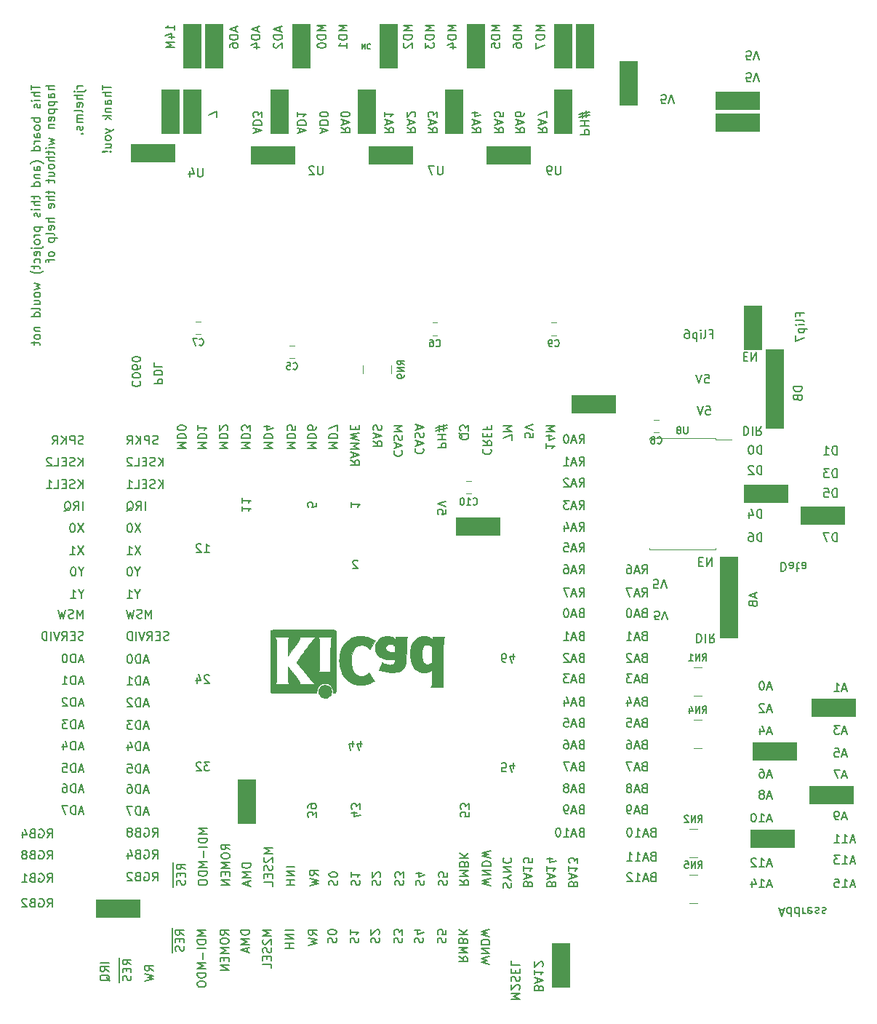
<source format=gbr>
%TF.GenerationSoftware,KiCad,Pcbnew,(5.1.10)-1*%
%TF.CreationDate,2021-06-15T10:48:06-05:00*%
%TF.ProjectId,gd MegaII proto pcb,6764204d-6567-4614-9949-2070726f746f,rev?*%
%TF.SameCoordinates,Original*%
%TF.FileFunction,Legend,Bot*%
%TF.FilePolarity,Positive*%
%FSLAX46Y46*%
G04 Gerber Fmt 4.6, Leading zero omitted, Abs format (unit mm)*
G04 Created by KiCad (PCBNEW (5.1.10)-1) date 2021-06-15 10:48:06*
%MOMM*%
%LPD*%
G01*
G04 APERTURE LIST*
%ADD10C,0.150000*%
%ADD11C,0.100000*%
%ADD12C,0.010000*%
%ADD13C,0.120000*%
G04 APERTURE END LIST*
D10*
X129825714Y-95432619D02*
X129778095Y-95385000D01*
X129682857Y-95337380D01*
X129444761Y-95337380D01*
X129349523Y-95385000D01*
X129301904Y-95432619D01*
X129254285Y-95527857D01*
X129254285Y-95623095D01*
X129301904Y-95765952D01*
X129873333Y-96337380D01*
X129254285Y-96337380D01*
X129254285Y-117054285D02*
X129254285Y-116387619D01*
X129016190Y-117435238D02*
X128778095Y-116720952D01*
X129397142Y-116720952D01*
X130206666Y-117054285D02*
X130206666Y-116387619D01*
X129968571Y-117435238D02*
X129730476Y-116720952D01*
X130349523Y-116720952D01*
X129087619Y-88614285D02*
X129087619Y-89185714D01*
X129087619Y-88900000D02*
X130087619Y-88900000D01*
X129944761Y-88995238D01*
X129849523Y-89090476D01*
X129801904Y-89185714D01*
X125007619Y-88661904D02*
X125007619Y-89138095D01*
X124531428Y-89185714D01*
X124579047Y-89138095D01*
X124626666Y-89042857D01*
X124626666Y-88804761D01*
X124579047Y-88709523D01*
X124531428Y-88661904D01*
X124436190Y-88614285D01*
X124198095Y-88614285D01*
X124102857Y-88661904D01*
X124055238Y-88709523D01*
X124007619Y-88804761D01*
X124007619Y-89042857D01*
X124055238Y-89138095D01*
X124102857Y-89185714D01*
X116387619Y-89090476D02*
X116387619Y-89661904D01*
X116387619Y-89376190D02*
X117387619Y-89376190D01*
X117244761Y-89471428D01*
X117149523Y-89566666D01*
X117101904Y-89661904D01*
X116387619Y-88138095D02*
X116387619Y-88709523D01*
X116387619Y-88423809D02*
X117387619Y-88423809D01*
X117244761Y-88519047D01*
X117149523Y-88614285D01*
X117101904Y-88709523D01*
X111950476Y-94432380D02*
X112521904Y-94432380D01*
X112236190Y-94432380D02*
X112236190Y-93432380D01*
X112331428Y-93575238D01*
X112426666Y-93670476D01*
X112521904Y-93718095D01*
X111569523Y-93527619D02*
X111521904Y-93480000D01*
X111426666Y-93432380D01*
X111188571Y-93432380D01*
X111093333Y-93480000D01*
X111045714Y-93527619D01*
X110998095Y-93622857D01*
X110998095Y-93718095D01*
X111045714Y-93860952D01*
X111617142Y-94432380D01*
X110998095Y-94432380D01*
X112521904Y-108767619D02*
X112474285Y-108720000D01*
X112379047Y-108672380D01*
X112140952Y-108672380D01*
X112045714Y-108720000D01*
X111998095Y-108767619D01*
X111950476Y-108862857D01*
X111950476Y-108958095D01*
X111998095Y-109100952D01*
X112569523Y-109672380D01*
X111950476Y-109672380D01*
X111093333Y-109005714D02*
X111093333Y-109672380D01*
X111331428Y-108624761D02*
X111569523Y-109339047D01*
X110950476Y-109339047D01*
X112569523Y-118832380D02*
X111950476Y-118832380D01*
X112283809Y-119213333D01*
X112140952Y-119213333D01*
X112045714Y-119260952D01*
X111998095Y-119308571D01*
X111950476Y-119403809D01*
X111950476Y-119641904D01*
X111998095Y-119737142D01*
X112045714Y-119784761D01*
X112140952Y-119832380D01*
X112426666Y-119832380D01*
X112521904Y-119784761D01*
X112569523Y-119737142D01*
X111569523Y-118927619D02*
X111521904Y-118880000D01*
X111426666Y-118832380D01*
X111188571Y-118832380D01*
X111093333Y-118880000D01*
X111045714Y-118927619D01*
X110998095Y-119022857D01*
X110998095Y-119118095D01*
X111045714Y-119260952D01*
X111617142Y-119832380D01*
X110998095Y-119832380D01*
X125007619Y-125269523D02*
X125007619Y-124650476D01*
X124626666Y-124983809D01*
X124626666Y-124840952D01*
X124579047Y-124745714D01*
X124531428Y-124698095D01*
X124436190Y-124650476D01*
X124198095Y-124650476D01*
X124102857Y-124698095D01*
X124055238Y-124745714D01*
X124007619Y-124840952D01*
X124007619Y-125126666D01*
X124055238Y-125221904D01*
X124102857Y-125269523D01*
X124007619Y-124174285D02*
X124007619Y-123983809D01*
X124055238Y-123888571D01*
X124102857Y-123840952D01*
X124245714Y-123745714D01*
X124436190Y-123698095D01*
X124817142Y-123698095D01*
X124912380Y-123745714D01*
X124960000Y-123793333D01*
X125007619Y-123888571D01*
X125007619Y-124079047D01*
X124960000Y-124174285D01*
X124912380Y-124221904D01*
X124817142Y-124269523D01*
X124579047Y-124269523D01*
X124483809Y-124221904D01*
X124436190Y-124174285D01*
X124388571Y-124079047D01*
X124388571Y-123888571D01*
X124436190Y-123793333D01*
X124483809Y-123745714D01*
X124579047Y-123698095D01*
X129754285Y-124745714D02*
X129087619Y-124745714D01*
X130135238Y-124983809D02*
X129420952Y-125221904D01*
X129420952Y-124602857D01*
X130087619Y-124317142D02*
X130087619Y-123698095D01*
X129706666Y-124031428D01*
X129706666Y-123888571D01*
X129659047Y-123793333D01*
X129611428Y-123745714D01*
X129516190Y-123698095D01*
X129278095Y-123698095D01*
X129182857Y-123745714D01*
X129135238Y-123793333D01*
X129087619Y-123888571D01*
X129087619Y-124174285D01*
X129135238Y-124269523D01*
X129182857Y-124317142D01*
X142787619Y-124698095D02*
X142787619Y-125174285D01*
X142311428Y-125221904D01*
X142359047Y-125174285D01*
X142406666Y-125079047D01*
X142406666Y-124840952D01*
X142359047Y-124745714D01*
X142311428Y-124698095D01*
X142216190Y-124650476D01*
X141978095Y-124650476D01*
X141882857Y-124698095D01*
X141835238Y-124745714D01*
X141787619Y-124840952D01*
X141787619Y-125079047D01*
X141835238Y-125174285D01*
X141882857Y-125221904D01*
X142787619Y-124317142D02*
X142787619Y-123698095D01*
X142406666Y-124031428D01*
X142406666Y-123888571D01*
X142359047Y-123793333D01*
X142311428Y-123745714D01*
X142216190Y-123698095D01*
X141978095Y-123698095D01*
X141882857Y-123745714D01*
X141835238Y-123793333D01*
X141787619Y-123888571D01*
X141787619Y-124174285D01*
X141835238Y-124269523D01*
X141882857Y-124317142D01*
X147081904Y-119927619D02*
X146605714Y-119927619D01*
X146558095Y-119451428D01*
X146605714Y-119499047D01*
X146700952Y-119546666D01*
X146939047Y-119546666D01*
X147034285Y-119499047D01*
X147081904Y-119451428D01*
X147129523Y-119356190D01*
X147129523Y-119118095D01*
X147081904Y-119022857D01*
X147034285Y-118975238D01*
X146939047Y-118927619D01*
X146700952Y-118927619D01*
X146605714Y-118975238D01*
X146558095Y-119022857D01*
X147986666Y-119594285D02*
X147986666Y-118927619D01*
X147748571Y-119975238D02*
X147510476Y-119260952D01*
X148129523Y-119260952D01*
X91847380Y-40070738D02*
X91847380Y-40642166D01*
X92847380Y-40356452D02*
X91847380Y-40356452D01*
X92847380Y-40975500D02*
X91847380Y-40975500D01*
X92847380Y-41404071D02*
X92323571Y-41404071D01*
X92228333Y-41356452D01*
X92180714Y-41261214D01*
X92180714Y-41118357D01*
X92228333Y-41023119D01*
X92275952Y-40975500D01*
X92847380Y-41880261D02*
X92180714Y-41880261D01*
X91847380Y-41880261D02*
X91895000Y-41832642D01*
X91942619Y-41880261D01*
X91895000Y-41927880D01*
X91847380Y-41880261D01*
X91942619Y-41880261D01*
X92799761Y-42308833D02*
X92847380Y-42404071D01*
X92847380Y-42594547D01*
X92799761Y-42689785D01*
X92704523Y-42737404D01*
X92656904Y-42737404D01*
X92561666Y-42689785D01*
X92514047Y-42594547D01*
X92514047Y-42451690D01*
X92466428Y-42356452D01*
X92371190Y-42308833D01*
X92323571Y-42308833D01*
X92228333Y-42356452D01*
X92180714Y-42451690D01*
X92180714Y-42594547D01*
X92228333Y-42689785D01*
X92847380Y-43927880D02*
X91847380Y-43927880D01*
X92228333Y-43927880D02*
X92180714Y-44023119D01*
X92180714Y-44213595D01*
X92228333Y-44308833D01*
X92275952Y-44356452D01*
X92371190Y-44404071D01*
X92656904Y-44404071D01*
X92752142Y-44356452D01*
X92799761Y-44308833D01*
X92847380Y-44213595D01*
X92847380Y-44023119D01*
X92799761Y-43927880D01*
X92847380Y-44975500D02*
X92799761Y-44880261D01*
X92752142Y-44832642D01*
X92656904Y-44785023D01*
X92371190Y-44785023D01*
X92275952Y-44832642D01*
X92228333Y-44880261D01*
X92180714Y-44975500D01*
X92180714Y-45118357D01*
X92228333Y-45213595D01*
X92275952Y-45261214D01*
X92371190Y-45308833D01*
X92656904Y-45308833D01*
X92752142Y-45261214D01*
X92799761Y-45213595D01*
X92847380Y-45118357D01*
X92847380Y-44975500D01*
X92847380Y-46165976D02*
X92323571Y-46165976D01*
X92228333Y-46118357D01*
X92180714Y-46023119D01*
X92180714Y-45832642D01*
X92228333Y-45737404D01*
X92799761Y-46165976D02*
X92847380Y-46070738D01*
X92847380Y-45832642D01*
X92799761Y-45737404D01*
X92704523Y-45689785D01*
X92609285Y-45689785D01*
X92514047Y-45737404D01*
X92466428Y-45832642D01*
X92466428Y-46070738D01*
X92418809Y-46165976D01*
X92847380Y-46642166D02*
X92180714Y-46642166D01*
X92371190Y-46642166D02*
X92275952Y-46689785D01*
X92228333Y-46737404D01*
X92180714Y-46832642D01*
X92180714Y-46927880D01*
X92847380Y-47689785D02*
X91847380Y-47689785D01*
X92799761Y-47689785D02*
X92847380Y-47594547D01*
X92847380Y-47404071D01*
X92799761Y-47308833D01*
X92752142Y-47261214D01*
X92656904Y-47213595D01*
X92371190Y-47213595D01*
X92275952Y-47261214D01*
X92228333Y-47308833D01*
X92180714Y-47404071D01*
X92180714Y-47594547D01*
X92228333Y-47689785D01*
X93228333Y-49213595D02*
X93180714Y-49165976D01*
X93037857Y-49070738D01*
X92942619Y-49023119D01*
X92799761Y-48975500D01*
X92561666Y-48927880D01*
X92371190Y-48927880D01*
X92133095Y-48975500D01*
X91990238Y-49023119D01*
X91895000Y-49070738D01*
X91752142Y-49165976D01*
X91704523Y-49213595D01*
X92847380Y-50023119D02*
X92323571Y-50023119D01*
X92228333Y-49975500D01*
X92180714Y-49880261D01*
X92180714Y-49689785D01*
X92228333Y-49594547D01*
X92799761Y-50023119D02*
X92847380Y-49927880D01*
X92847380Y-49689785D01*
X92799761Y-49594547D01*
X92704523Y-49546928D01*
X92609285Y-49546928D01*
X92514047Y-49594547D01*
X92466428Y-49689785D01*
X92466428Y-49927880D01*
X92418809Y-50023119D01*
X92180714Y-50499309D02*
X92847380Y-50499309D01*
X92275952Y-50499309D02*
X92228333Y-50546928D01*
X92180714Y-50642166D01*
X92180714Y-50785023D01*
X92228333Y-50880261D01*
X92323571Y-50927880D01*
X92847380Y-50927880D01*
X92847380Y-51832642D02*
X91847380Y-51832642D01*
X92799761Y-51832642D02*
X92847380Y-51737404D01*
X92847380Y-51546928D01*
X92799761Y-51451690D01*
X92752142Y-51404071D01*
X92656904Y-51356452D01*
X92371190Y-51356452D01*
X92275952Y-51404071D01*
X92228333Y-51451690D01*
X92180714Y-51546928D01*
X92180714Y-51737404D01*
X92228333Y-51832642D01*
X92180714Y-52927880D02*
X92180714Y-53308833D01*
X91847380Y-53070738D02*
X92704523Y-53070738D01*
X92799761Y-53118357D01*
X92847380Y-53213595D01*
X92847380Y-53308833D01*
X92847380Y-53642166D02*
X91847380Y-53642166D01*
X92847380Y-54070738D02*
X92323571Y-54070738D01*
X92228333Y-54023119D01*
X92180714Y-53927880D01*
X92180714Y-53785023D01*
X92228333Y-53689785D01*
X92275952Y-53642166D01*
X92847380Y-54546928D02*
X92180714Y-54546928D01*
X91847380Y-54546928D02*
X91895000Y-54499309D01*
X91942619Y-54546928D01*
X91895000Y-54594547D01*
X91847380Y-54546928D01*
X91942619Y-54546928D01*
X92799761Y-54975499D02*
X92847380Y-55070738D01*
X92847380Y-55261214D01*
X92799761Y-55356452D01*
X92704523Y-55404071D01*
X92656904Y-55404071D01*
X92561666Y-55356452D01*
X92514047Y-55261214D01*
X92514047Y-55118357D01*
X92466428Y-55023119D01*
X92371190Y-54975499D01*
X92323571Y-54975499D01*
X92228333Y-55023119D01*
X92180714Y-55118357D01*
X92180714Y-55261214D01*
X92228333Y-55356452D01*
X92180714Y-56594547D02*
X93180714Y-56594547D01*
X92228333Y-56594547D02*
X92180714Y-56689785D01*
X92180714Y-56880261D01*
X92228333Y-56975499D01*
X92275952Y-57023119D01*
X92371190Y-57070738D01*
X92656904Y-57070738D01*
X92752142Y-57023119D01*
X92799761Y-56975499D01*
X92847380Y-56880261D01*
X92847380Y-56689785D01*
X92799761Y-56594547D01*
X92847380Y-57499309D02*
X92180714Y-57499309D01*
X92371190Y-57499309D02*
X92275952Y-57546928D01*
X92228333Y-57594547D01*
X92180714Y-57689785D01*
X92180714Y-57785023D01*
X92847380Y-58261214D02*
X92799761Y-58165976D01*
X92752142Y-58118357D01*
X92656904Y-58070738D01*
X92371190Y-58070738D01*
X92275952Y-58118357D01*
X92228333Y-58165976D01*
X92180714Y-58261214D01*
X92180714Y-58404071D01*
X92228333Y-58499309D01*
X92275952Y-58546928D01*
X92371190Y-58594547D01*
X92656904Y-58594547D01*
X92752142Y-58546928D01*
X92799761Y-58499309D01*
X92847380Y-58404071D01*
X92847380Y-58261214D01*
X92180714Y-59023119D02*
X93037857Y-59023119D01*
X93133095Y-58975499D01*
X93180714Y-58880261D01*
X93180714Y-58832642D01*
X91847380Y-59023119D02*
X91895000Y-58975499D01*
X91942619Y-59023119D01*
X91895000Y-59070738D01*
X91847380Y-59023119D01*
X91942619Y-59023119D01*
X92799761Y-59880261D02*
X92847380Y-59785023D01*
X92847380Y-59594547D01*
X92799761Y-59499309D01*
X92704523Y-59451690D01*
X92323571Y-59451690D01*
X92228333Y-59499309D01*
X92180714Y-59594547D01*
X92180714Y-59785023D01*
X92228333Y-59880261D01*
X92323571Y-59927880D01*
X92418809Y-59927880D01*
X92514047Y-59451690D01*
X92799761Y-60785023D02*
X92847380Y-60689785D01*
X92847380Y-60499309D01*
X92799761Y-60404071D01*
X92752142Y-60356452D01*
X92656904Y-60308833D01*
X92371190Y-60308833D01*
X92275952Y-60356452D01*
X92228333Y-60404071D01*
X92180714Y-60499309D01*
X92180714Y-60689785D01*
X92228333Y-60785023D01*
X92180714Y-61070738D02*
X92180714Y-61451690D01*
X91847380Y-61213595D02*
X92704523Y-61213595D01*
X92799761Y-61261214D01*
X92847380Y-61356452D01*
X92847380Y-61451690D01*
X93228333Y-61689785D02*
X93180714Y-61737404D01*
X93037857Y-61832642D01*
X92942619Y-61880261D01*
X92799761Y-61927880D01*
X92561666Y-61975499D01*
X92371190Y-61975499D01*
X92133095Y-61927880D01*
X91990238Y-61880261D01*
X91895000Y-61832642D01*
X91752142Y-61737404D01*
X91704523Y-61689785D01*
X92180714Y-63118357D02*
X92847380Y-63308833D01*
X92371190Y-63499309D01*
X92847380Y-63689785D01*
X92180714Y-63880261D01*
X92847380Y-64404071D02*
X92799761Y-64308833D01*
X92752142Y-64261214D01*
X92656904Y-64213595D01*
X92371190Y-64213595D01*
X92275952Y-64261214D01*
X92228333Y-64308833D01*
X92180714Y-64404071D01*
X92180714Y-64546928D01*
X92228333Y-64642166D01*
X92275952Y-64689785D01*
X92371190Y-64737404D01*
X92656904Y-64737404D01*
X92752142Y-64689785D01*
X92799761Y-64642166D01*
X92847380Y-64546928D01*
X92847380Y-64404071D01*
X92180714Y-65594547D02*
X92847380Y-65594547D01*
X92180714Y-65165976D02*
X92704523Y-65165976D01*
X92799761Y-65213595D01*
X92847380Y-65308833D01*
X92847380Y-65451690D01*
X92799761Y-65546928D01*
X92752142Y-65594547D01*
X92847380Y-66213595D02*
X92799761Y-66118357D01*
X92704523Y-66070738D01*
X91847380Y-66070738D01*
X92847380Y-67023119D02*
X91847380Y-67023119D01*
X92799761Y-67023119D02*
X92847380Y-66927880D01*
X92847380Y-66737404D01*
X92799761Y-66642166D01*
X92752142Y-66594547D01*
X92656904Y-66546928D01*
X92371190Y-66546928D01*
X92275952Y-66594547D01*
X92228333Y-66642166D01*
X92180714Y-66737404D01*
X92180714Y-66927880D01*
X92228333Y-67023119D01*
X92180714Y-68261214D02*
X92847380Y-68261214D01*
X92275952Y-68261214D02*
X92228333Y-68308833D01*
X92180714Y-68404071D01*
X92180714Y-68546928D01*
X92228333Y-68642166D01*
X92323571Y-68689785D01*
X92847380Y-68689785D01*
X92847380Y-69308833D02*
X92799761Y-69213595D01*
X92752142Y-69165976D01*
X92656904Y-69118357D01*
X92371190Y-69118357D01*
X92275952Y-69165976D01*
X92228333Y-69213595D01*
X92180714Y-69308833D01*
X92180714Y-69451690D01*
X92228333Y-69546928D01*
X92275952Y-69594547D01*
X92371190Y-69642166D01*
X92656904Y-69642166D01*
X92752142Y-69594547D01*
X92799761Y-69546928D01*
X92847380Y-69451690D01*
X92847380Y-69308833D01*
X92180714Y-69927880D02*
X92180714Y-70308833D01*
X91847380Y-70070738D02*
X92704523Y-70070738D01*
X92799761Y-70118357D01*
X92847380Y-70213595D01*
X92847380Y-70308833D01*
X94497380Y-40213595D02*
X93497380Y-40213595D01*
X94497380Y-40642166D02*
X93973571Y-40642166D01*
X93878333Y-40594547D01*
X93830714Y-40499309D01*
X93830714Y-40356452D01*
X93878333Y-40261214D01*
X93925952Y-40213595D01*
X94497380Y-41546928D02*
X93973571Y-41546928D01*
X93878333Y-41499309D01*
X93830714Y-41404071D01*
X93830714Y-41213595D01*
X93878333Y-41118357D01*
X94449761Y-41546928D02*
X94497380Y-41451690D01*
X94497380Y-41213595D01*
X94449761Y-41118357D01*
X94354523Y-41070738D01*
X94259285Y-41070738D01*
X94164047Y-41118357D01*
X94116428Y-41213595D01*
X94116428Y-41451690D01*
X94068809Y-41546928D01*
X93830714Y-42023119D02*
X94830714Y-42023119D01*
X93878333Y-42023119D02*
X93830714Y-42118357D01*
X93830714Y-42308833D01*
X93878333Y-42404071D01*
X93925952Y-42451690D01*
X94021190Y-42499309D01*
X94306904Y-42499309D01*
X94402142Y-42451690D01*
X94449761Y-42404071D01*
X94497380Y-42308833D01*
X94497380Y-42118357D01*
X94449761Y-42023119D01*
X93830714Y-42927880D02*
X94830714Y-42927880D01*
X93878333Y-42927880D02*
X93830714Y-43023119D01*
X93830714Y-43213595D01*
X93878333Y-43308833D01*
X93925952Y-43356452D01*
X94021190Y-43404071D01*
X94306904Y-43404071D01*
X94402142Y-43356452D01*
X94449761Y-43308833D01*
X94497380Y-43213595D01*
X94497380Y-43023119D01*
X94449761Y-42927880D01*
X94449761Y-44213595D02*
X94497380Y-44118357D01*
X94497380Y-43927880D01*
X94449761Y-43832642D01*
X94354523Y-43785023D01*
X93973571Y-43785023D01*
X93878333Y-43832642D01*
X93830714Y-43927880D01*
X93830714Y-44118357D01*
X93878333Y-44213595D01*
X93973571Y-44261214D01*
X94068809Y-44261214D01*
X94164047Y-43785023D01*
X93830714Y-44689785D02*
X94497380Y-44689785D01*
X93925952Y-44689785D02*
X93878333Y-44737404D01*
X93830714Y-44832642D01*
X93830714Y-44975499D01*
X93878333Y-45070738D01*
X93973571Y-45118357D01*
X94497380Y-45118357D01*
X93830714Y-46261214D02*
X94497380Y-46451690D01*
X94021190Y-46642166D01*
X94497380Y-46832642D01*
X93830714Y-47023119D01*
X94497380Y-47404071D02*
X93830714Y-47404071D01*
X93497380Y-47404071D02*
X93545000Y-47356452D01*
X93592619Y-47404071D01*
X93545000Y-47451690D01*
X93497380Y-47404071D01*
X93592619Y-47404071D01*
X93830714Y-47737404D02*
X93830714Y-48118357D01*
X93497380Y-47880261D02*
X94354523Y-47880261D01*
X94449761Y-47927880D01*
X94497380Y-48023119D01*
X94497380Y-48118357D01*
X94497380Y-48451690D02*
X93497380Y-48451690D01*
X94497380Y-48880261D02*
X93973571Y-48880261D01*
X93878333Y-48832642D01*
X93830714Y-48737404D01*
X93830714Y-48594547D01*
X93878333Y-48499309D01*
X93925952Y-48451690D01*
X94497380Y-49499309D02*
X94449761Y-49404071D01*
X94402142Y-49356452D01*
X94306904Y-49308833D01*
X94021190Y-49308833D01*
X93925952Y-49356452D01*
X93878333Y-49404071D01*
X93830714Y-49499309D01*
X93830714Y-49642166D01*
X93878333Y-49737404D01*
X93925952Y-49785023D01*
X94021190Y-49832642D01*
X94306904Y-49832642D01*
X94402142Y-49785023D01*
X94449761Y-49737404D01*
X94497380Y-49642166D01*
X94497380Y-49499309D01*
X93830714Y-50689785D02*
X94497380Y-50689785D01*
X93830714Y-50261214D02*
X94354523Y-50261214D01*
X94449761Y-50308833D01*
X94497380Y-50404071D01*
X94497380Y-50546928D01*
X94449761Y-50642166D01*
X94402142Y-50689785D01*
X93830714Y-51023119D02*
X93830714Y-51404071D01*
X93497380Y-51165976D02*
X94354523Y-51165976D01*
X94449761Y-51213595D01*
X94497380Y-51308833D01*
X94497380Y-51404071D01*
X93830714Y-52356452D02*
X93830714Y-52737404D01*
X93497380Y-52499309D02*
X94354523Y-52499309D01*
X94449761Y-52546928D01*
X94497380Y-52642166D01*
X94497380Y-52737404D01*
X94497380Y-53070738D02*
X93497380Y-53070738D01*
X94497380Y-53499309D02*
X93973571Y-53499309D01*
X93878333Y-53451690D01*
X93830714Y-53356452D01*
X93830714Y-53213595D01*
X93878333Y-53118357D01*
X93925952Y-53070738D01*
X94449761Y-54356452D02*
X94497380Y-54261214D01*
X94497380Y-54070738D01*
X94449761Y-53975499D01*
X94354523Y-53927880D01*
X93973571Y-53927880D01*
X93878333Y-53975499D01*
X93830714Y-54070738D01*
X93830714Y-54261214D01*
X93878333Y-54356452D01*
X93973571Y-54404071D01*
X94068809Y-54404071D01*
X94164047Y-53927880D01*
X94497380Y-55594547D02*
X93497380Y-55594547D01*
X94497380Y-56023119D02*
X93973571Y-56023119D01*
X93878333Y-55975499D01*
X93830714Y-55880261D01*
X93830714Y-55737404D01*
X93878333Y-55642166D01*
X93925952Y-55594547D01*
X94449761Y-56880261D02*
X94497380Y-56785023D01*
X94497380Y-56594547D01*
X94449761Y-56499309D01*
X94354523Y-56451690D01*
X93973571Y-56451690D01*
X93878333Y-56499309D01*
X93830714Y-56594547D01*
X93830714Y-56785023D01*
X93878333Y-56880261D01*
X93973571Y-56927880D01*
X94068809Y-56927880D01*
X94164047Y-56451690D01*
X94497380Y-57499309D02*
X94449761Y-57404071D01*
X94354523Y-57356452D01*
X93497380Y-57356452D01*
X93830714Y-57880261D02*
X94830714Y-57880261D01*
X93878333Y-57880261D02*
X93830714Y-57975499D01*
X93830714Y-58165976D01*
X93878333Y-58261214D01*
X93925952Y-58308833D01*
X94021190Y-58356452D01*
X94306904Y-58356452D01*
X94402142Y-58308833D01*
X94449761Y-58261214D01*
X94497380Y-58165976D01*
X94497380Y-57975499D01*
X94449761Y-57880261D01*
X94497380Y-59689785D02*
X94449761Y-59594547D01*
X94402142Y-59546928D01*
X94306904Y-59499309D01*
X94021190Y-59499309D01*
X93925952Y-59546928D01*
X93878333Y-59594547D01*
X93830714Y-59689785D01*
X93830714Y-59832642D01*
X93878333Y-59927880D01*
X93925952Y-59975499D01*
X94021190Y-60023119D01*
X94306904Y-60023119D01*
X94402142Y-59975499D01*
X94449761Y-59927880D01*
X94497380Y-59832642D01*
X94497380Y-59689785D01*
X93830714Y-60308833D02*
X93830714Y-60689785D01*
X94497380Y-60451690D02*
X93640238Y-60451690D01*
X93545000Y-60499309D01*
X93497380Y-60594547D01*
X93497380Y-60689785D01*
X97797380Y-40213595D02*
X97130714Y-40213595D01*
X97321190Y-40213595D02*
X97225952Y-40261214D01*
X97178333Y-40308833D01*
X97130714Y-40404071D01*
X97130714Y-40499309D01*
X97130714Y-40832642D02*
X97987857Y-40832642D01*
X98083095Y-40785023D01*
X98130714Y-40689785D01*
X98130714Y-40642166D01*
X96797380Y-40832642D02*
X96845000Y-40785023D01*
X96892619Y-40832642D01*
X96845000Y-40880261D01*
X96797380Y-40832642D01*
X96892619Y-40832642D01*
X97797380Y-41308833D02*
X96797380Y-41308833D01*
X97797380Y-41737404D02*
X97273571Y-41737404D01*
X97178333Y-41689785D01*
X97130714Y-41594547D01*
X97130714Y-41451690D01*
X97178333Y-41356452D01*
X97225952Y-41308833D01*
X97749761Y-42594547D02*
X97797380Y-42499309D01*
X97797380Y-42308833D01*
X97749761Y-42213595D01*
X97654523Y-42165976D01*
X97273571Y-42165976D01*
X97178333Y-42213595D01*
X97130714Y-42308833D01*
X97130714Y-42499309D01*
X97178333Y-42594547D01*
X97273571Y-42642166D01*
X97368809Y-42642166D01*
X97464047Y-42165976D01*
X97797380Y-43213595D02*
X97749761Y-43118357D01*
X97654523Y-43070738D01*
X96797380Y-43070738D01*
X97797380Y-43594547D02*
X97130714Y-43594547D01*
X97225952Y-43594547D02*
X97178333Y-43642166D01*
X97130714Y-43737404D01*
X97130714Y-43880261D01*
X97178333Y-43975500D01*
X97273571Y-44023119D01*
X97797380Y-44023119D01*
X97273571Y-44023119D02*
X97178333Y-44070738D01*
X97130714Y-44165976D01*
X97130714Y-44308833D01*
X97178333Y-44404071D01*
X97273571Y-44451690D01*
X97797380Y-44451690D01*
X97749761Y-44880261D02*
X97797380Y-44975500D01*
X97797380Y-45165976D01*
X97749761Y-45261214D01*
X97654523Y-45308833D01*
X97606904Y-45308833D01*
X97511666Y-45261214D01*
X97464047Y-45165976D01*
X97464047Y-45023119D01*
X97416428Y-44927880D01*
X97321190Y-44880261D01*
X97273571Y-44880261D01*
X97178333Y-44927880D01*
X97130714Y-45023119D01*
X97130714Y-45165976D01*
X97178333Y-45261214D01*
X97702142Y-45737404D02*
X97749761Y-45785023D01*
X97797380Y-45737404D01*
X97749761Y-45689785D01*
X97702142Y-45737404D01*
X97797380Y-45737404D01*
X100097380Y-40070738D02*
X100097380Y-40642166D01*
X101097380Y-40356452D02*
X100097380Y-40356452D01*
X101097380Y-40975500D02*
X100097380Y-40975500D01*
X101097380Y-41404071D02*
X100573571Y-41404071D01*
X100478333Y-41356452D01*
X100430714Y-41261214D01*
X100430714Y-41118357D01*
X100478333Y-41023119D01*
X100525952Y-40975500D01*
X101097380Y-42308833D02*
X100573571Y-42308833D01*
X100478333Y-42261214D01*
X100430714Y-42165976D01*
X100430714Y-41975500D01*
X100478333Y-41880261D01*
X101049761Y-42308833D02*
X101097380Y-42213595D01*
X101097380Y-41975500D01*
X101049761Y-41880261D01*
X100954523Y-41832642D01*
X100859285Y-41832642D01*
X100764047Y-41880261D01*
X100716428Y-41975500D01*
X100716428Y-42213595D01*
X100668809Y-42308833D01*
X100430714Y-42785023D02*
X101097380Y-42785023D01*
X100525952Y-42785023D02*
X100478333Y-42832642D01*
X100430714Y-42927880D01*
X100430714Y-43070738D01*
X100478333Y-43165976D01*
X100573571Y-43213595D01*
X101097380Y-43213595D01*
X101097380Y-43689785D02*
X100097380Y-43689785D01*
X100716428Y-43785023D02*
X101097380Y-44070738D01*
X100430714Y-44070738D02*
X100811666Y-43689785D01*
X100430714Y-45165976D02*
X101097380Y-45404071D01*
X100430714Y-45642166D02*
X101097380Y-45404071D01*
X101335476Y-45308833D01*
X101383095Y-45261214D01*
X101430714Y-45165976D01*
X101097380Y-46165976D02*
X101049761Y-46070738D01*
X101002142Y-46023119D01*
X100906904Y-45975500D01*
X100621190Y-45975500D01*
X100525952Y-46023119D01*
X100478333Y-46070738D01*
X100430714Y-46165976D01*
X100430714Y-46308833D01*
X100478333Y-46404071D01*
X100525952Y-46451690D01*
X100621190Y-46499309D01*
X100906904Y-46499309D01*
X101002142Y-46451690D01*
X101049761Y-46404071D01*
X101097380Y-46308833D01*
X101097380Y-46165976D01*
X100430714Y-47356452D02*
X101097380Y-47356452D01*
X100430714Y-46927880D02*
X100954523Y-46927880D01*
X101049761Y-46975500D01*
X101097380Y-47070738D01*
X101097380Y-47213595D01*
X101049761Y-47308833D01*
X101002142Y-47356452D01*
X101002142Y-47832642D02*
X101049761Y-47880261D01*
X101097380Y-47832642D01*
X101049761Y-47785023D01*
X101002142Y-47832642D01*
X101097380Y-47832642D01*
X100716428Y-47832642D02*
X100145000Y-47785023D01*
X100097380Y-47832642D01*
X100145000Y-47880261D01*
X100716428Y-47832642D01*
X100097380Y-47832642D01*
X140120619Y-89479333D02*
X140120619Y-89955523D01*
X139644428Y-90003142D01*
X139692047Y-89955523D01*
X139739666Y-89860285D01*
X139739666Y-89622190D01*
X139692047Y-89526952D01*
X139644428Y-89479333D01*
X139549190Y-89431714D01*
X139311095Y-89431714D01*
X139215857Y-89479333D01*
X139168238Y-89526952D01*
X139120619Y-89622190D01*
X139120619Y-89860285D01*
X139168238Y-89955523D01*
X139215857Y-90003142D01*
X140120619Y-89145999D02*
X139120619Y-88812666D01*
X140120619Y-88479333D01*
D11*
G36*
X146304000Y-92456000D02*
G01*
X141224000Y-92456000D01*
X141224000Y-90424000D01*
X146304000Y-90424000D01*
X146304000Y-92456000D01*
G37*
X146304000Y-92456000D02*
X141224000Y-92456000D01*
X141224000Y-90424000D01*
X146304000Y-90424000D01*
X146304000Y-92456000D01*
G36*
X117856000Y-125984000D02*
G01*
X115824000Y-125984000D01*
X115824000Y-120904000D01*
X117856000Y-120904000D01*
X117856000Y-125984000D01*
G37*
X117856000Y-125984000D02*
X115824000Y-125984000D01*
X115824000Y-120904000D01*
X117856000Y-120904000D01*
X117856000Y-125984000D01*
D10*
X165671523Y-42203619D02*
X165195333Y-42203619D01*
X165147714Y-41727428D01*
X165195333Y-41775047D01*
X165290571Y-41822666D01*
X165528666Y-41822666D01*
X165623904Y-41775047D01*
X165671523Y-41727428D01*
X165719142Y-41632190D01*
X165719142Y-41394095D01*
X165671523Y-41298857D01*
X165623904Y-41251238D01*
X165528666Y-41203619D01*
X165290571Y-41203619D01*
X165195333Y-41251238D01*
X165147714Y-41298857D01*
X166004857Y-42203619D02*
X166338190Y-41203619D01*
X166671523Y-42203619D01*
D11*
G36*
X176784000Y-70866000D02*
G01*
X174752000Y-70866000D01*
X174752000Y-65786000D01*
X176784000Y-65786000D01*
X176784000Y-70866000D01*
G37*
X176784000Y-70866000D02*
X174752000Y-70866000D01*
X174752000Y-65786000D01*
X176784000Y-65786000D01*
X176784000Y-70866000D01*
G36*
X173990000Y-100076000D02*
G01*
X171958000Y-100076000D01*
X171958000Y-94996000D01*
X173990000Y-94996000D01*
X173990000Y-100076000D01*
G37*
X173990000Y-100076000D02*
X171958000Y-100076000D01*
X171958000Y-94996000D01*
X173990000Y-94996000D01*
X173990000Y-100076000D01*
G36*
X173990000Y-104394000D02*
G01*
X171958000Y-104394000D01*
X171958000Y-99314000D01*
X173990000Y-99314000D01*
X173990000Y-104394000D01*
G37*
X173990000Y-104394000D02*
X171958000Y-104394000D01*
X171958000Y-99314000D01*
X173990000Y-99314000D01*
X173990000Y-104394000D01*
G36*
X179324000Y-75946000D02*
G01*
X177292000Y-75946000D01*
X177292000Y-70866000D01*
X179324000Y-70866000D01*
X179324000Y-75946000D01*
G37*
X179324000Y-75946000D02*
X177292000Y-75946000D01*
X177292000Y-70866000D01*
X179324000Y-70866000D01*
X179324000Y-75946000D01*
G36*
X179324000Y-80010000D02*
G01*
X177292000Y-80010000D01*
X177292000Y-74930000D01*
X179324000Y-74930000D01*
X179324000Y-80010000D01*
G37*
X179324000Y-80010000D02*
X177292000Y-80010000D01*
X177292000Y-74930000D01*
X179324000Y-74930000D01*
X179324000Y-80010000D01*
G36*
X179832000Y-88646000D02*
G01*
X174752000Y-88646000D01*
X174752000Y-86614000D01*
X179832000Y-86614000D01*
X179832000Y-88646000D01*
G37*
X179832000Y-88646000D02*
X174752000Y-88646000D01*
X174752000Y-86614000D01*
X179832000Y-86614000D01*
X179832000Y-88646000D01*
G36*
X186436000Y-91186000D02*
G01*
X181356000Y-91186000D01*
X181356000Y-89154000D01*
X186436000Y-89154000D01*
X186436000Y-91186000D01*
G37*
X186436000Y-91186000D02*
X181356000Y-91186000D01*
X181356000Y-89154000D01*
X186436000Y-89154000D01*
X186436000Y-91186000D01*
G36*
X187706000Y-113538000D02*
G01*
X182626000Y-113538000D01*
X182626000Y-111506000D01*
X187706000Y-111506000D01*
X187706000Y-113538000D01*
G37*
X187706000Y-113538000D02*
X182626000Y-113538000D01*
X182626000Y-111506000D01*
X187706000Y-111506000D01*
X187706000Y-113538000D01*
G36*
X180848000Y-118618000D02*
G01*
X175768000Y-118618000D01*
X175768000Y-116586000D01*
X180848000Y-116586000D01*
X180848000Y-118618000D01*
G37*
X180848000Y-118618000D02*
X175768000Y-118618000D01*
X175768000Y-116586000D01*
X180848000Y-116586000D01*
X180848000Y-118618000D01*
G36*
X187452000Y-123698000D02*
G01*
X182372000Y-123698000D01*
X182372000Y-121666000D01*
X187452000Y-121666000D01*
X187452000Y-123698000D01*
G37*
X187452000Y-123698000D02*
X182372000Y-123698000D01*
X182372000Y-121666000D01*
X187452000Y-121666000D01*
X187452000Y-123698000D01*
G36*
X180594000Y-128778000D02*
G01*
X175514000Y-128778000D01*
X175514000Y-126746000D01*
X180594000Y-126746000D01*
X180594000Y-128778000D01*
G37*
X180594000Y-128778000D02*
X175514000Y-128778000D01*
X175514000Y-126746000D01*
X180594000Y-126746000D01*
X180594000Y-128778000D01*
D10*
X106100619Y-74826666D02*
X107100619Y-74826666D01*
X107100619Y-74445714D01*
X107053000Y-74350476D01*
X107005380Y-74302857D01*
X106910142Y-74255238D01*
X106767285Y-74255238D01*
X106672047Y-74302857D01*
X106624428Y-74350476D01*
X106576809Y-74445714D01*
X106576809Y-74826666D01*
X106100619Y-73826666D02*
X107100619Y-73826666D01*
X107100619Y-73588571D01*
X107053000Y-73445714D01*
X106957761Y-73350476D01*
X106862523Y-73302857D01*
X106672047Y-73255238D01*
X106529190Y-73255238D01*
X106338714Y-73302857D01*
X106243476Y-73350476D01*
X106148238Y-73445714D01*
X106100619Y-73588571D01*
X106100619Y-73826666D01*
X106100619Y-72350476D02*
X106100619Y-72826666D01*
X107100619Y-72826666D01*
X103655857Y-74525047D02*
X103608238Y-74572666D01*
X103560619Y-74715523D01*
X103560619Y-74810761D01*
X103608238Y-74953619D01*
X103703476Y-75048857D01*
X103798714Y-75096476D01*
X103989190Y-75144095D01*
X104132047Y-75144095D01*
X104322523Y-75096476D01*
X104417761Y-75048857D01*
X104513000Y-74953619D01*
X104560619Y-74810761D01*
X104560619Y-74715523D01*
X104513000Y-74572666D01*
X104465380Y-74525047D01*
X104560619Y-73906000D02*
X104560619Y-73810761D01*
X104513000Y-73715523D01*
X104465380Y-73667904D01*
X104370142Y-73620285D01*
X104179666Y-73572666D01*
X103941571Y-73572666D01*
X103751095Y-73620285D01*
X103655857Y-73667904D01*
X103608238Y-73715523D01*
X103560619Y-73810761D01*
X103560619Y-73906000D01*
X103608238Y-74001238D01*
X103655857Y-74048857D01*
X103751095Y-74096476D01*
X103941571Y-74144095D01*
X104179666Y-74144095D01*
X104370142Y-74096476D01*
X104465380Y-74048857D01*
X104513000Y-74001238D01*
X104560619Y-73906000D01*
X104560619Y-72715523D02*
X104560619Y-72906000D01*
X104513000Y-73001238D01*
X104465380Y-73048857D01*
X104322523Y-73144095D01*
X104132047Y-73191714D01*
X103751095Y-73191714D01*
X103655857Y-73144095D01*
X103608238Y-73096476D01*
X103560619Y-73001238D01*
X103560619Y-72810761D01*
X103608238Y-72715523D01*
X103655857Y-72667904D01*
X103751095Y-72620285D01*
X103989190Y-72620285D01*
X104084428Y-72667904D01*
X104132047Y-72715523D01*
X104179666Y-72810761D01*
X104179666Y-73001238D01*
X104132047Y-73096476D01*
X104084428Y-73144095D01*
X103989190Y-73191714D01*
X104560619Y-72001238D02*
X104560619Y-71906000D01*
X104513000Y-71810761D01*
X104465380Y-71763142D01*
X104370142Y-71715523D01*
X104179666Y-71667904D01*
X103941571Y-71667904D01*
X103751095Y-71715523D01*
X103655857Y-71763142D01*
X103608238Y-71810761D01*
X103560619Y-71906000D01*
X103560619Y-72001238D01*
X103608238Y-72096476D01*
X103655857Y-72144095D01*
X103751095Y-72191714D01*
X103941571Y-72239333D01*
X104179666Y-72239333D01*
X104370142Y-72191714D01*
X104465380Y-72144095D01*
X104513000Y-72096476D01*
X104560619Y-72001238D01*
D11*
G36*
X104394000Y-136906000D02*
G01*
X99314000Y-136906000D01*
X99314000Y-134874000D01*
X104394000Y-134874000D01*
X104394000Y-136906000D01*
G37*
X104394000Y-136906000D02*
X99314000Y-136906000D01*
X99314000Y-134874000D01*
X104394000Y-134874000D01*
X104394000Y-136906000D01*
G36*
X154432000Y-145034000D02*
G01*
X152400000Y-145034000D01*
X152400000Y-139954000D01*
X154432000Y-139954000D01*
X154432000Y-145034000D01*
G37*
X154432000Y-145034000D02*
X152400000Y-145034000D01*
X152400000Y-139954000D01*
X154432000Y-139954000D01*
X154432000Y-145034000D01*
G36*
X159766000Y-78232000D02*
G01*
X154686000Y-78232000D01*
X154686000Y-76200000D01*
X159766000Y-76200000D01*
X159766000Y-78232000D01*
G37*
X159766000Y-78232000D02*
X154686000Y-78232000D01*
X154686000Y-76200000D01*
X159766000Y-76200000D01*
X159766000Y-78232000D01*
G36*
X149860000Y-49276000D02*
G01*
X144780000Y-49276000D01*
X144780000Y-47244000D01*
X149860000Y-47244000D01*
X149860000Y-49276000D01*
G37*
X149860000Y-49276000D02*
X144780000Y-49276000D01*
X144780000Y-47244000D01*
X149860000Y-47244000D01*
X149860000Y-49276000D01*
G36*
X136144000Y-49276000D02*
G01*
X131064000Y-49276000D01*
X131064000Y-47244000D01*
X136144000Y-47244000D01*
X136144000Y-49276000D01*
G37*
X136144000Y-49276000D02*
X131064000Y-49276000D01*
X131064000Y-47244000D01*
X136144000Y-47244000D01*
X136144000Y-49276000D01*
G36*
X122428000Y-49276000D02*
G01*
X117348000Y-49276000D01*
X117348000Y-47244000D01*
X122428000Y-47244000D01*
X122428000Y-49276000D01*
G37*
X122428000Y-49276000D02*
X117348000Y-49276000D01*
X117348000Y-47244000D01*
X122428000Y-47244000D01*
X122428000Y-49276000D01*
G36*
X108458000Y-49022000D02*
G01*
X103378000Y-49022000D01*
X103378000Y-46990000D01*
X108458000Y-46990000D01*
X108458000Y-49022000D01*
G37*
X108458000Y-49022000D02*
X103378000Y-49022000D01*
X103378000Y-46990000D01*
X108458000Y-46990000D01*
X108458000Y-49022000D01*
G36*
X114046000Y-38100000D02*
G01*
X112014000Y-38100000D01*
X112014000Y-33020000D01*
X114046000Y-33020000D01*
X114046000Y-38100000D01*
G37*
X114046000Y-38100000D02*
X112014000Y-38100000D01*
X112014000Y-33020000D01*
X114046000Y-33020000D01*
X114046000Y-38100000D01*
G36*
X111506000Y-38100000D02*
G01*
X109474000Y-38100000D01*
X109474000Y-33020000D01*
X111506000Y-33020000D01*
X111506000Y-38100000D01*
G37*
X111506000Y-38100000D02*
X109474000Y-38100000D01*
X109474000Y-33020000D01*
X111506000Y-33020000D01*
X111506000Y-38100000D01*
G36*
X121666000Y-45720000D02*
G01*
X119634000Y-45720000D01*
X119634000Y-40640000D01*
X121666000Y-40640000D01*
X121666000Y-45720000D01*
G37*
X121666000Y-45720000D02*
X119634000Y-45720000D01*
X119634000Y-40640000D01*
X121666000Y-40640000D01*
X121666000Y-45720000D01*
G36*
X111506000Y-45720000D02*
G01*
X109474000Y-45720000D01*
X109474000Y-40640000D01*
X111506000Y-40640000D01*
X111506000Y-45720000D01*
G37*
X111506000Y-45720000D02*
X109474000Y-45720000D01*
X109474000Y-40640000D01*
X111506000Y-40640000D01*
X111506000Y-45720000D01*
G36*
X108966000Y-45720000D02*
G01*
X106934000Y-45720000D01*
X106934000Y-40640000D01*
X108966000Y-40640000D01*
X108966000Y-45720000D01*
G37*
X108966000Y-45720000D02*
X106934000Y-45720000D01*
X106934000Y-40640000D01*
X108966000Y-40640000D01*
X108966000Y-45720000D01*
G36*
X124206000Y-38100000D02*
G01*
X122174000Y-38100000D01*
X122174000Y-33020000D01*
X124206000Y-33020000D01*
X124206000Y-38100000D01*
G37*
X124206000Y-38100000D02*
X122174000Y-38100000D01*
X122174000Y-33020000D01*
X124206000Y-33020000D01*
X124206000Y-38100000D01*
G36*
X121666000Y-45720000D02*
G01*
X119634000Y-45720000D01*
X119634000Y-40640000D01*
X121666000Y-40640000D01*
X121666000Y-45720000D01*
G37*
X121666000Y-45720000D02*
X119634000Y-45720000D01*
X119634000Y-40640000D01*
X121666000Y-40640000D01*
X121666000Y-45720000D01*
G36*
X134366000Y-38100000D02*
G01*
X132334000Y-38100000D01*
X132334000Y-33020000D01*
X134366000Y-33020000D01*
X134366000Y-38100000D01*
G37*
X134366000Y-38100000D02*
X132334000Y-38100000D01*
X132334000Y-33020000D01*
X134366000Y-33020000D01*
X134366000Y-38100000D01*
G36*
X131826000Y-45720000D02*
G01*
X129794000Y-45720000D01*
X129794000Y-40640000D01*
X131826000Y-40640000D01*
X131826000Y-45720000D01*
G37*
X131826000Y-45720000D02*
X129794000Y-45720000D01*
X129794000Y-40640000D01*
X131826000Y-40640000D01*
X131826000Y-45720000D01*
G36*
X144526000Y-38100000D02*
G01*
X142494000Y-38100000D01*
X142494000Y-33020000D01*
X144526000Y-33020000D01*
X144526000Y-38100000D01*
G37*
X144526000Y-38100000D02*
X142494000Y-38100000D01*
X142494000Y-33020000D01*
X144526000Y-33020000D01*
X144526000Y-38100000D01*
G36*
X141986000Y-45720000D02*
G01*
X139954000Y-45720000D01*
X139954000Y-40640000D01*
X141986000Y-40640000D01*
X141986000Y-45720000D01*
G37*
X141986000Y-45720000D02*
X139954000Y-45720000D01*
X139954000Y-40640000D01*
X141986000Y-40640000D01*
X141986000Y-45720000D01*
G36*
X154686000Y-45720000D02*
G01*
X152654000Y-45720000D01*
X152654000Y-40640000D01*
X154686000Y-40640000D01*
X154686000Y-45720000D01*
G37*
X154686000Y-45720000D02*
X152654000Y-45720000D01*
X152654000Y-40640000D01*
X154686000Y-40640000D01*
X154686000Y-45720000D01*
G36*
X157226000Y-38100000D02*
G01*
X155194000Y-38100000D01*
X155194000Y-33020000D01*
X157226000Y-33020000D01*
X157226000Y-38100000D01*
G37*
X157226000Y-38100000D02*
X155194000Y-38100000D01*
X155194000Y-33020000D01*
X157226000Y-33020000D01*
X157226000Y-38100000D01*
G36*
X154686000Y-38100000D02*
G01*
X152654000Y-38100000D01*
X152654000Y-33020000D01*
X154686000Y-33020000D01*
X154686000Y-38100000D01*
G37*
X154686000Y-38100000D02*
X152654000Y-38100000D01*
X152654000Y-33020000D01*
X154686000Y-33020000D01*
X154686000Y-38100000D01*
G36*
X162306000Y-42418000D02*
G01*
X160274000Y-42418000D01*
X160274000Y-37338000D01*
X162306000Y-37338000D01*
X162306000Y-42418000D01*
G37*
X162306000Y-42418000D02*
X160274000Y-42418000D01*
X160274000Y-37338000D01*
X162306000Y-37338000D01*
X162306000Y-42418000D01*
G36*
X176530000Y-45466000D02*
G01*
X171450000Y-45466000D01*
X171450000Y-43434000D01*
X176530000Y-43434000D01*
X176530000Y-45466000D01*
G37*
X176530000Y-45466000D02*
X171450000Y-45466000D01*
X171450000Y-43434000D01*
X176530000Y-43434000D01*
X176530000Y-45466000D01*
G36*
X176530000Y-42926000D02*
G01*
X171450000Y-42926000D01*
X171450000Y-40894000D01*
X176530000Y-40894000D01*
X176530000Y-42926000D01*
G37*
X176530000Y-42926000D02*
X171450000Y-42926000D01*
X171450000Y-40894000D01*
X176530000Y-40894000D01*
X176530000Y-42926000D01*
D10*
X153415904Y-49490380D02*
X153415904Y-50299904D01*
X153368285Y-50395142D01*
X153320666Y-50442761D01*
X153225428Y-50490380D01*
X153034952Y-50490380D01*
X152939714Y-50442761D01*
X152892095Y-50395142D01*
X152844476Y-50299904D01*
X152844476Y-49490380D01*
X152320666Y-50490380D02*
X152130190Y-50490380D01*
X152034952Y-50442761D01*
X151987333Y-50395142D01*
X151892095Y-50252285D01*
X151844476Y-50061809D01*
X151844476Y-49680857D01*
X151892095Y-49585619D01*
X151939714Y-49538000D01*
X152034952Y-49490380D01*
X152225428Y-49490380D01*
X152320666Y-49538000D01*
X152368285Y-49585619D01*
X152415904Y-49680857D01*
X152415904Y-49918952D01*
X152368285Y-50014190D01*
X152320666Y-50061809D01*
X152225428Y-50109428D01*
X152034952Y-50109428D01*
X151939714Y-50061809D01*
X151892095Y-50014190D01*
X151844476Y-49918952D01*
X139699904Y-49490380D02*
X139699904Y-50299904D01*
X139652285Y-50395142D01*
X139604666Y-50442761D01*
X139509428Y-50490380D01*
X139318952Y-50490380D01*
X139223714Y-50442761D01*
X139176095Y-50395142D01*
X139128476Y-50299904D01*
X139128476Y-49490380D01*
X138747523Y-49490380D02*
X138080857Y-49490380D01*
X138509428Y-50490380D01*
X125729904Y-49490380D02*
X125729904Y-50299904D01*
X125682285Y-50395142D01*
X125634666Y-50442761D01*
X125539428Y-50490380D01*
X125348952Y-50490380D01*
X125253714Y-50442761D01*
X125206095Y-50395142D01*
X125158476Y-50299904D01*
X125158476Y-49490380D01*
X124729904Y-49585619D02*
X124682285Y-49538000D01*
X124587047Y-49490380D01*
X124348952Y-49490380D01*
X124253714Y-49538000D01*
X124206095Y-49585619D01*
X124158476Y-49680857D01*
X124158476Y-49776095D01*
X124206095Y-49918952D01*
X124777523Y-50490380D01*
X124158476Y-50490380D01*
X111759904Y-49744380D02*
X111759904Y-50553904D01*
X111712285Y-50649142D01*
X111664666Y-50696761D01*
X111569428Y-50744380D01*
X111378952Y-50744380D01*
X111283714Y-50696761D01*
X111236095Y-50649142D01*
X111188476Y-50553904D01*
X111188476Y-49744380D01*
X110283714Y-50077714D02*
X110283714Y-50744380D01*
X110521809Y-49696761D02*
X110759904Y-50411047D01*
X110140857Y-50411047D01*
X113450619Y-43807167D02*
X113450619Y-43140500D01*
X112450619Y-43569072D01*
X123086833Y-45616691D02*
X123086833Y-45140501D01*
X122801119Y-45711929D02*
X123801119Y-45378596D01*
X122801119Y-45045263D01*
X122801119Y-44711929D02*
X123801119Y-44711929D01*
X123801119Y-44473834D01*
X123753500Y-44330977D01*
X123658261Y-44235739D01*
X123563023Y-44188120D01*
X123372547Y-44140501D01*
X123229690Y-44140501D01*
X123039214Y-44188120D01*
X122943976Y-44235739D01*
X122848738Y-44330977D01*
X122801119Y-44473834D01*
X122801119Y-44711929D01*
X122801119Y-43188120D02*
X122801119Y-43759548D01*
X122801119Y-43473834D02*
X123801119Y-43473834D01*
X123658261Y-43569072D01*
X123563023Y-43664310D01*
X123515404Y-43759548D01*
X117943333Y-45616691D02*
X117943333Y-45140501D01*
X117657619Y-45711929D02*
X118657619Y-45378596D01*
X117657619Y-45045263D01*
X117657619Y-44711929D02*
X118657619Y-44711929D01*
X118657619Y-44473834D01*
X118610000Y-44330977D01*
X118514761Y-44235739D01*
X118419523Y-44188120D01*
X118229047Y-44140501D01*
X118086190Y-44140501D01*
X117895714Y-44188120D01*
X117800476Y-44235739D01*
X117705238Y-44330977D01*
X117657619Y-44473834D01*
X117657619Y-44711929D01*
X118657619Y-43807167D02*
X118657619Y-43188120D01*
X118276666Y-43521453D01*
X118276666Y-43378596D01*
X118229047Y-43283358D01*
X118181428Y-43235739D01*
X118086190Y-43188120D01*
X117848095Y-43188120D01*
X117752857Y-43235739D01*
X117705238Y-43283358D01*
X117657619Y-43378596D01*
X117657619Y-43664310D01*
X117705238Y-43759548D01*
X117752857Y-43807167D01*
X155757619Y-45807167D02*
X156757619Y-45807167D01*
X156757619Y-45426214D01*
X156710000Y-45330976D01*
X156662380Y-45283357D01*
X156567142Y-45235738D01*
X156424285Y-45235738D01*
X156329047Y-45283357D01*
X156281428Y-45330976D01*
X156233809Y-45426214D01*
X156233809Y-45807167D01*
X155757619Y-44807167D02*
X156757619Y-44807167D01*
X156281428Y-44807167D02*
X156281428Y-44235738D01*
X155757619Y-44235738D02*
X156757619Y-44235738D01*
X156424285Y-43807167D02*
X156424285Y-43092881D01*
X156852857Y-43521453D02*
X155567142Y-43807167D01*
X155995714Y-43188119D02*
X155995714Y-43902405D01*
X155567142Y-43473833D02*
X156852857Y-43188119D01*
X132961119Y-44997644D02*
X133437309Y-45330977D01*
X132961119Y-45569072D02*
X133961119Y-45569072D01*
X133961119Y-45188120D01*
X133913500Y-45092882D01*
X133865880Y-45045263D01*
X133770642Y-44997644D01*
X133627785Y-44997644D01*
X133532547Y-45045263D01*
X133484928Y-45092882D01*
X133437309Y-45188120D01*
X133437309Y-45569072D01*
X133246833Y-44616691D02*
X133246833Y-44140501D01*
X132961119Y-44711929D02*
X133961119Y-44378596D01*
X132961119Y-44045263D01*
X132961119Y-43188120D02*
X132961119Y-43759548D01*
X132961119Y-43473834D02*
X133961119Y-43473834D01*
X133818261Y-43569072D01*
X133723023Y-43664310D01*
X133675404Y-43759548D01*
X135564619Y-44997644D02*
X136040809Y-45330977D01*
X135564619Y-45569072D02*
X136564619Y-45569072D01*
X136564619Y-45188120D01*
X136517000Y-45092882D01*
X136469380Y-45045263D01*
X136374142Y-44997644D01*
X136231285Y-44997644D01*
X136136047Y-45045263D01*
X136088428Y-45092882D01*
X136040809Y-45188120D01*
X136040809Y-45569072D01*
X135850333Y-44616691D02*
X135850333Y-44140501D01*
X135564619Y-44711929D02*
X136564619Y-44378596D01*
X135564619Y-44045263D01*
X136469380Y-43759548D02*
X136517000Y-43711929D01*
X136564619Y-43616691D01*
X136564619Y-43378596D01*
X136517000Y-43283358D01*
X136469380Y-43235739D01*
X136374142Y-43188120D01*
X136278904Y-43188120D01*
X136136047Y-43235739D01*
X135564619Y-43807167D01*
X135564619Y-43188120D01*
X138041119Y-44997644D02*
X138517309Y-45330977D01*
X138041119Y-45569072D02*
X139041119Y-45569072D01*
X139041119Y-45188120D01*
X138993500Y-45092882D01*
X138945880Y-45045263D01*
X138850642Y-44997644D01*
X138707785Y-44997644D01*
X138612547Y-45045263D01*
X138564928Y-45092882D01*
X138517309Y-45188120D01*
X138517309Y-45569072D01*
X138326833Y-44616691D02*
X138326833Y-44140501D01*
X138041119Y-44711929D02*
X139041119Y-44378596D01*
X138041119Y-44045263D01*
X139041119Y-43807167D02*
X139041119Y-43188120D01*
X138660166Y-43521453D01*
X138660166Y-43378596D01*
X138612547Y-43283358D01*
X138564928Y-43235739D01*
X138469690Y-43188120D01*
X138231595Y-43188120D01*
X138136357Y-43235739D01*
X138088738Y-43283358D01*
X138041119Y-43378596D01*
X138041119Y-43664310D01*
X138088738Y-43759548D01*
X138136357Y-43807167D01*
X143121119Y-44997644D02*
X143597309Y-45330977D01*
X143121119Y-45569072D02*
X144121119Y-45569072D01*
X144121119Y-45188120D01*
X144073500Y-45092882D01*
X144025880Y-45045263D01*
X143930642Y-44997644D01*
X143787785Y-44997644D01*
X143692547Y-45045263D01*
X143644928Y-45092882D01*
X143597309Y-45188120D01*
X143597309Y-45569072D01*
X143406833Y-44616691D02*
X143406833Y-44140501D01*
X143121119Y-44711929D02*
X144121119Y-44378596D01*
X143121119Y-44045263D01*
X143787785Y-43283358D02*
X143121119Y-43283358D01*
X144168738Y-43521453D02*
X143454452Y-43759548D01*
X143454452Y-43140501D01*
X148201119Y-44997644D02*
X148677309Y-45330977D01*
X148201119Y-45569072D02*
X149201119Y-45569072D01*
X149201119Y-45188120D01*
X149153500Y-45092882D01*
X149105880Y-45045263D01*
X149010642Y-44997644D01*
X148867785Y-44997644D01*
X148772547Y-45045263D01*
X148724928Y-45092882D01*
X148677309Y-45188120D01*
X148677309Y-45569072D01*
X148486833Y-44616691D02*
X148486833Y-44140501D01*
X148201119Y-44711929D02*
X149201119Y-44378596D01*
X148201119Y-44045263D01*
X149201119Y-43283358D02*
X149201119Y-43473834D01*
X149153500Y-43569072D01*
X149105880Y-43616691D01*
X148963023Y-43711929D01*
X148772547Y-43759548D01*
X148391595Y-43759548D01*
X148296357Y-43711929D01*
X148248738Y-43664310D01*
X148201119Y-43569072D01*
X148201119Y-43378596D01*
X148248738Y-43283358D01*
X148296357Y-43235739D01*
X148391595Y-43188120D01*
X148629690Y-43188120D01*
X148724928Y-43235739D01*
X148772547Y-43283358D01*
X148820166Y-43378596D01*
X148820166Y-43569072D01*
X148772547Y-43664310D01*
X148724928Y-43711929D01*
X148629690Y-43759548D01*
X145788119Y-44997644D02*
X146264309Y-45330977D01*
X145788119Y-45569072D02*
X146788119Y-45569072D01*
X146788119Y-45188120D01*
X146740500Y-45092882D01*
X146692880Y-45045263D01*
X146597642Y-44997644D01*
X146454785Y-44997644D01*
X146359547Y-45045263D01*
X146311928Y-45092882D01*
X146264309Y-45188120D01*
X146264309Y-45569072D01*
X146073833Y-44616691D02*
X146073833Y-44140501D01*
X145788119Y-44711929D02*
X146788119Y-44378596D01*
X145788119Y-44045263D01*
X146788119Y-43235739D02*
X146788119Y-43711929D01*
X146311928Y-43759548D01*
X146359547Y-43711929D01*
X146407166Y-43616691D01*
X146407166Y-43378596D01*
X146359547Y-43283358D01*
X146311928Y-43235739D01*
X146216690Y-43188120D01*
X145978595Y-43188120D01*
X145883357Y-43235739D01*
X145835738Y-43283358D01*
X145788119Y-43378596D01*
X145788119Y-43616691D01*
X145835738Y-43711929D01*
X145883357Y-43759548D01*
X125690333Y-45616691D02*
X125690333Y-45140501D01*
X125404619Y-45711929D02*
X126404619Y-45378596D01*
X125404619Y-45045263D01*
X125404619Y-44711929D02*
X126404619Y-44711929D01*
X126404619Y-44473834D01*
X126357000Y-44330977D01*
X126261761Y-44235739D01*
X126166523Y-44188120D01*
X125976047Y-44140501D01*
X125833190Y-44140501D01*
X125642714Y-44188120D01*
X125547476Y-44235739D01*
X125452238Y-44330977D01*
X125404619Y-44473834D01*
X125404619Y-44711929D01*
X126404619Y-43521453D02*
X126404619Y-43426215D01*
X126357000Y-43330977D01*
X126309380Y-43283358D01*
X126214142Y-43235739D01*
X126023666Y-43188120D01*
X125785571Y-43188120D01*
X125595095Y-43235739D01*
X125499857Y-43283358D01*
X125452238Y-43330977D01*
X125404619Y-43426215D01*
X125404619Y-43521453D01*
X125452238Y-43616691D01*
X125499857Y-43664310D01*
X125595095Y-43711929D01*
X125785571Y-43759548D01*
X126023666Y-43759548D01*
X126214142Y-43711929D01*
X126309380Y-43664310D01*
X126357000Y-43616691D01*
X126404619Y-43521453D01*
X150868119Y-44997644D02*
X151344309Y-45330977D01*
X150868119Y-45569072D02*
X151868119Y-45569072D01*
X151868119Y-45188120D01*
X151820500Y-45092882D01*
X151772880Y-45045263D01*
X151677642Y-44997644D01*
X151534785Y-44997644D01*
X151439547Y-45045263D01*
X151391928Y-45092882D01*
X151344309Y-45188120D01*
X151344309Y-45569072D01*
X151153833Y-44616691D02*
X151153833Y-44140501D01*
X150868119Y-44711929D02*
X151868119Y-44378596D01*
X150868119Y-44045263D01*
X151868119Y-43807167D02*
X151868119Y-43140501D01*
X150868119Y-43569072D01*
X127881119Y-44997644D02*
X128357309Y-45330977D01*
X127881119Y-45569072D02*
X128881119Y-45569072D01*
X128881119Y-45188120D01*
X128833500Y-45092882D01*
X128785880Y-45045263D01*
X128690642Y-44997644D01*
X128547785Y-44997644D01*
X128452547Y-45045263D01*
X128404928Y-45092882D01*
X128357309Y-45188120D01*
X128357309Y-45569072D01*
X128166833Y-44616691D02*
X128166833Y-44140501D01*
X127881119Y-44711929D02*
X128881119Y-44378596D01*
X127881119Y-44045263D01*
X128881119Y-43521453D02*
X128881119Y-43426215D01*
X128833500Y-43330977D01*
X128785880Y-43283358D01*
X128690642Y-43235739D01*
X128500166Y-43188120D01*
X128262071Y-43188120D01*
X128071595Y-43235739D01*
X127976357Y-43283358D01*
X127928738Y-43330977D01*
X127881119Y-43426215D01*
X127881119Y-43521453D01*
X127928738Y-43616691D01*
X127976357Y-43664310D01*
X128071595Y-43711929D01*
X128262071Y-43759548D01*
X128500166Y-43759548D01*
X128690642Y-43711929D01*
X128785880Y-43664310D01*
X128833500Y-43616691D01*
X128881119Y-43521453D01*
X128595380Y-33107476D02*
X127595380Y-33107476D01*
X128309666Y-33440809D01*
X127595380Y-33774142D01*
X128595380Y-33774142D01*
X128595380Y-34250333D02*
X127595380Y-34250333D01*
X127595380Y-34488428D01*
X127643000Y-34631285D01*
X127738238Y-34726523D01*
X127833476Y-34774142D01*
X128023952Y-34821761D01*
X128166809Y-34821761D01*
X128357285Y-34774142D01*
X128452523Y-34726523D01*
X128547761Y-34631285D01*
X128595380Y-34488428D01*
X128595380Y-34250333D01*
X128595380Y-35774142D02*
X128595380Y-35202714D01*
X128595380Y-35488428D02*
X127595380Y-35488428D01*
X127738238Y-35393190D01*
X127833476Y-35297952D01*
X127881095Y-35202714D01*
X118149666Y-33345571D02*
X118149666Y-33821761D01*
X118435380Y-33250333D02*
X117435380Y-33583666D01*
X118435380Y-33916999D01*
X118435380Y-34250333D02*
X117435380Y-34250333D01*
X117435380Y-34488428D01*
X117483000Y-34631285D01*
X117578238Y-34726523D01*
X117673476Y-34774142D01*
X117863952Y-34821761D01*
X118006809Y-34821761D01*
X118197285Y-34774142D01*
X118292523Y-34726523D01*
X118387761Y-34631285D01*
X118435380Y-34488428D01*
X118435380Y-34250333D01*
X117768714Y-35678904D02*
X118435380Y-35678904D01*
X117387761Y-35440809D02*
X118102047Y-35202714D01*
X118102047Y-35821761D01*
X136151880Y-33107476D02*
X135151880Y-33107476D01*
X135866166Y-33440809D01*
X135151880Y-33774142D01*
X136151880Y-33774142D01*
X136151880Y-34250333D02*
X135151880Y-34250333D01*
X135151880Y-34488428D01*
X135199500Y-34631285D01*
X135294738Y-34726523D01*
X135389976Y-34774142D01*
X135580452Y-34821761D01*
X135723309Y-34821761D01*
X135913785Y-34774142D01*
X136009023Y-34726523D01*
X136104261Y-34631285D01*
X136151880Y-34488428D01*
X136151880Y-34250333D01*
X135247119Y-35202714D02*
X135199500Y-35250333D01*
X135151880Y-35345571D01*
X135151880Y-35583666D01*
X135199500Y-35678904D01*
X135247119Y-35726523D01*
X135342357Y-35774142D01*
X135437595Y-35774142D01*
X135580452Y-35726523D01*
X136151880Y-35155095D01*
X136151880Y-35774142D01*
X126118880Y-33107476D02*
X125118880Y-33107476D01*
X125833166Y-33440809D01*
X125118880Y-33774142D01*
X126118880Y-33774142D01*
X126118880Y-34250333D02*
X125118880Y-34250333D01*
X125118880Y-34488428D01*
X125166500Y-34631285D01*
X125261738Y-34726523D01*
X125356976Y-34774142D01*
X125547452Y-34821761D01*
X125690309Y-34821761D01*
X125880785Y-34774142D01*
X125976023Y-34726523D01*
X126071261Y-34631285D01*
X126118880Y-34488428D01*
X126118880Y-34250333D01*
X125118880Y-35440809D02*
X125118880Y-35536047D01*
X125166500Y-35631285D01*
X125214119Y-35678904D01*
X125309357Y-35726523D01*
X125499833Y-35774142D01*
X125737928Y-35774142D01*
X125928404Y-35726523D01*
X126023642Y-35678904D01*
X126071261Y-35631285D01*
X126118880Y-35536047D01*
X126118880Y-35440809D01*
X126071261Y-35345571D01*
X126023642Y-35297952D01*
X125928404Y-35250333D01*
X125737928Y-35202714D01*
X125499833Y-35202714D01*
X125309357Y-35250333D01*
X125214119Y-35297952D01*
X125166500Y-35345571D01*
X125118880Y-35440809D01*
X115609666Y-33345571D02*
X115609666Y-33821761D01*
X115895380Y-33250333D02*
X114895380Y-33583666D01*
X115895380Y-33916999D01*
X115895380Y-34250333D02*
X114895380Y-34250333D01*
X114895380Y-34488428D01*
X114943000Y-34631285D01*
X115038238Y-34726523D01*
X115133476Y-34774142D01*
X115323952Y-34821761D01*
X115466809Y-34821761D01*
X115657285Y-34774142D01*
X115752523Y-34726523D01*
X115847761Y-34631285D01*
X115895380Y-34488428D01*
X115895380Y-34250333D01*
X114895380Y-35678904D02*
X114895380Y-35488428D01*
X114943000Y-35393190D01*
X114990619Y-35345571D01*
X115133476Y-35250333D01*
X115323952Y-35202714D01*
X115704904Y-35202714D01*
X115800142Y-35250333D01*
X115847761Y-35297952D01*
X115895380Y-35393190D01*
X115895380Y-35583666D01*
X115847761Y-35678904D01*
X115800142Y-35726523D01*
X115704904Y-35774142D01*
X115466809Y-35774142D01*
X115371571Y-35726523D01*
X115323952Y-35678904D01*
X115276333Y-35583666D01*
X115276333Y-35393190D01*
X115323952Y-35297952D01*
X115371571Y-35250333D01*
X115466809Y-35202714D01*
X120753166Y-33345571D02*
X120753166Y-33821761D01*
X121038880Y-33250333D02*
X120038880Y-33583666D01*
X121038880Y-33916999D01*
X121038880Y-34250333D02*
X120038880Y-34250333D01*
X120038880Y-34488428D01*
X120086500Y-34631285D01*
X120181738Y-34726523D01*
X120276976Y-34774142D01*
X120467452Y-34821761D01*
X120610309Y-34821761D01*
X120800785Y-34774142D01*
X120896023Y-34726523D01*
X120991261Y-34631285D01*
X121038880Y-34488428D01*
X121038880Y-34250333D01*
X120134119Y-35202714D02*
X120086500Y-35250333D01*
X120038880Y-35345571D01*
X120038880Y-35583666D01*
X120086500Y-35678904D01*
X120134119Y-35726523D01*
X120229357Y-35774142D01*
X120324595Y-35774142D01*
X120467452Y-35726523D01*
X121038880Y-35155095D01*
X121038880Y-35774142D01*
X130338571Y-35298690D02*
X130338571Y-35898690D01*
X130681428Y-35298690D01*
X130681428Y-35898690D01*
X131310000Y-35355833D02*
X131281428Y-35327261D01*
X131195714Y-35298690D01*
X131138571Y-35298690D01*
X131052857Y-35327261D01*
X130995714Y-35384404D01*
X130967142Y-35441547D01*
X130938571Y-35555833D01*
X130938571Y-35641547D01*
X130967142Y-35755833D01*
X130995714Y-35812976D01*
X131052857Y-35870119D01*
X131138571Y-35898690D01*
X131195714Y-35898690D01*
X131281428Y-35870119D01*
X131310000Y-35841547D01*
X138691880Y-33107476D02*
X137691880Y-33107476D01*
X138406166Y-33440809D01*
X137691880Y-33774142D01*
X138691880Y-33774142D01*
X138691880Y-34250333D02*
X137691880Y-34250333D01*
X137691880Y-34488428D01*
X137739500Y-34631285D01*
X137834738Y-34726523D01*
X137929976Y-34774142D01*
X138120452Y-34821761D01*
X138263309Y-34821761D01*
X138453785Y-34774142D01*
X138549023Y-34726523D01*
X138644261Y-34631285D01*
X138691880Y-34488428D01*
X138691880Y-34250333D01*
X137691880Y-35155095D02*
X137691880Y-35774142D01*
X138072833Y-35440809D01*
X138072833Y-35583666D01*
X138120452Y-35678904D01*
X138168071Y-35726523D01*
X138263309Y-35774142D01*
X138501404Y-35774142D01*
X138596642Y-35726523D01*
X138644261Y-35678904D01*
X138691880Y-35583666D01*
X138691880Y-35297952D01*
X138644261Y-35202714D01*
X138596642Y-35155095D01*
X108465880Y-33678905D02*
X108465880Y-33107476D01*
X108465880Y-33393190D02*
X107465880Y-33393190D01*
X107608738Y-33297952D01*
X107703976Y-33202714D01*
X107751595Y-33107476D01*
X107799214Y-34536048D02*
X108465880Y-34536048D01*
X107418261Y-34297952D02*
X108132547Y-34059857D01*
X108132547Y-34678905D01*
X108465880Y-35059857D02*
X107465880Y-35059857D01*
X108180166Y-35393190D01*
X107465880Y-35726524D01*
X108465880Y-35726524D01*
X141295380Y-33107476D02*
X140295380Y-33107476D01*
X141009666Y-33440809D01*
X140295380Y-33774142D01*
X141295380Y-33774142D01*
X141295380Y-34250333D02*
X140295380Y-34250333D01*
X140295380Y-34488428D01*
X140343000Y-34631285D01*
X140438238Y-34726523D01*
X140533476Y-34774142D01*
X140723952Y-34821761D01*
X140866809Y-34821761D01*
X141057285Y-34774142D01*
X141152523Y-34726523D01*
X141247761Y-34631285D01*
X141295380Y-34488428D01*
X141295380Y-34250333D01*
X140628714Y-35678904D02*
X141295380Y-35678904D01*
X140247761Y-35440809D02*
X140962047Y-35202714D01*
X140962047Y-35821761D01*
X151582380Y-33107476D02*
X150582380Y-33107476D01*
X151296666Y-33440809D01*
X150582380Y-33774142D01*
X151582380Y-33774142D01*
X151582380Y-34250333D02*
X150582380Y-34250333D01*
X150582380Y-34488428D01*
X150630000Y-34631285D01*
X150725238Y-34726523D01*
X150820476Y-34774142D01*
X151010952Y-34821761D01*
X151153809Y-34821761D01*
X151344285Y-34774142D01*
X151439523Y-34726523D01*
X151534761Y-34631285D01*
X151582380Y-34488428D01*
X151582380Y-34250333D01*
X150582380Y-35155095D02*
X150582380Y-35821761D01*
X151582380Y-35393190D01*
X146375380Y-33107476D02*
X145375380Y-33107476D01*
X146089666Y-33440809D01*
X145375380Y-33774142D01*
X146375380Y-33774142D01*
X146375380Y-34250333D02*
X145375380Y-34250333D01*
X145375380Y-34488428D01*
X145423000Y-34631285D01*
X145518238Y-34726523D01*
X145613476Y-34774142D01*
X145803952Y-34821761D01*
X145946809Y-34821761D01*
X146137285Y-34774142D01*
X146232523Y-34726523D01*
X146327761Y-34631285D01*
X146375380Y-34488428D01*
X146375380Y-34250333D01*
X145375380Y-35726523D02*
X145375380Y-35250333D01*
X145851571Y-35202714D01*
X145803952Y-35250333D01*
X145756333Y-35345571D01*
X145756333Y-35583666D01*
X145803952Y-35678904D01*
X145851571Y-35726523D01*
X145946809Y-35774142D01*
X146184904Y-35774142D01*
X146280142Y-35726523D01*
X146327761Y-35678904D01*
X146375380Y-35583666D01*
X146375380Y-35345571D01*
X146327761Y-35250333D01*
X146280142Y-35202714D01*
X148915380Y-33107476D02*
X147915380Y-33107476D01*
X148629666Y-33440809D01*
X147915380Y-33774142D01*
X148915380Y-33774142D01*
X148915380Y-34250333D02*
X147915380Y-34250333D01*
X147915380Y-34488428D01*
X147963000Y-34631285D01*
X148058238Y-34726523D01*
X148153476Y-34774142D01*
X148343952Y-34821761D01*
X148486809Y-34821761D01*
X148677285Y-34774142D01*
X148772523Y-34726523D01*
X148867761Y-34631285D01*
X148915380Y-34488428D01*
X148915380Y-34250333D01*
X147915380Y-35678904D02*
X147915380Y-35488428D01*
X147963000Y-35393190D01*
X148010619Y-35345571D01*
X148153476Y-35250333D01*
X148343952Y-35202714D01*
X148724904Y-35202714D01*
X148820142Y-35250333D01*
X148867761Y-35297952D01*
X148915380Y-35393190D01*
X148915380Y-35583666D01*
X148867761Y-35678904D01*
X148820142Y-35726523D01*
X148724904Y-35774142D01*
X148486809Y-35774142D01*
X148391571Y-35726523D01*
X148343952Y-35678904D01*
X148296333Y-35583666D01*
X148296333Y-35393190D01*
X148343952Y-35297952D01*
X148391571Y-35250333D01*
X148486809Y-35202714D01*
X175577523Y-39663619D02*
X175101333Y-39663619D01*
X175053714Y-39187428D01*
X175101333Y-39235047D01*
X175196571Y-39282666D01*
X175434666Y-39282666D01*
X175529904Y-39235047D01*
X175577523Y-39187428D01*
X175625142Y-39092190D01*
X175625142Y-38854095D01*
X175577523Y-38758857D01*
X175529904Y-38711238D01*
X175434666Y-38663619D01*
X175196571Y-38663619D01*
X175101333Y-38711238D01*
X175053714Y-38758857D01*
X175910857Y-39663619D02*
X176244190Y-38663619D01*
X176577523Y-39663619D01*
X175577523Y-37123619D02*
X175101333Y-37123619D01*
X175053714Y-36647428D01*
X175101333Y-36695047D01*
X175196571Y-36742666D01*
X175434666Y-36742666D01*
X175529904Y-36695047D01*
X175577523Y-36647428D01*
X175625142Y-36552190D01*
X175625142Y-36314095D01*
X175577523Y-36218857D01*
X175529904Y-36171238D01*
X175434666Y-36123619D01*
X175196571Y-36123619D01*
X175101333Y-36171238D01*
X175053714Y-36218857D01*
X175910857Y-37123619D02*
X176244190Y-36123619D01*
X176577523Y-37123619D01*
X181284571Y-66913285D02*
X181284571Y-66579952D01*
X181808380Y-66579952D02*
X180808380Y-66579952D01*
X180808380Y-67056142D01*
X181808380Y-67579952D02*
X181760761Y-67484714D01*
X181665523Y-67437095D01*
X180808380Y-67437095D01*
X181808380Y-67960904D02*
X181141714Y-67960904D01*
X180808380Y-67960904D02*
X180856000Y-67913285D01*
X180903619Y-67960904D01*
X180856000Y-68008523D01*
X180808380Y-67960904D01*
X180903619Y-67960904D01*
X181141714Y-68437095D02*
X182141714Y-68437095D01*
X181189333Y-68437095D02*
X181141714Y-68532333D01*
X181141714Y-68722809D01*
X181189333Y-68818047D01*
X181236952Y-68865666D01*
X181332190Y-68913285D01*
X181617904Y-68913285D01*
X181713142Y-68865666D01*
X181760761Y-68818047D01*
X181808380Y-68722809D01*
X181808380Y-68532333D01*
X181760761Y-68437095D01*
X180808380Y-69246619D02*
X180808380Y-69913285D01*
X181808380Y-69484714D01*
X170830714Y-69016571D02*
X171164047Y-69016571D01*
X171164047Y-69540380D02*
X171164047Y-68540380D01*
X170687857Y-68540380D01*
X170164047Y-69540380D02*
X170259285Y-69492761D01*
X170306904Y-69397523D01*
X170306904Y-68540380D01*
X169783095Y-69540380D02*
X169783095Y-68873714D01*
X169783095Y-68540380D02*
X169830714Y-68588000D01*
X169783095Y-68635619D01*
X169735476Y-68588000D01*
X169783095Y-68540380D01*
X169783095Y-68635619D01*
X169306904Y-68873714D02*
X169306904Y-69873714D01*
X169306904Y-68921333D02*
X169211666Y-68873714D01*
X169021190Y-68873714D01*
X168925952Y-68921333D01*
X168878333Y-68968952D01*
X168830714Y-69064190D01*
X168830714Y-69349904D01*
X168878333Y-69445142D01*
X168925952Y-69492761D01*
X169021190Y-69540380D01*
X169211666Y-69540380D01*
X169306904Y-69492761D01*
X167973571Y-68540380D02*
X168164047Y-68540380D01*
X168259285Y-68588000D01*
X168306904Y-68635619D01*
X168402142Y-68778476D01*
X168449761Y-68968952D01*
X168449761Y-69349904D01*
X168402142Y-69445142D01*
X168354523Y-69492761D01*
X168259285Y-69540380D01*
X168068809Y-69540380D01*
X167973571Y-69492761D01*
X167925952Y-69445142D01*
X167878333Y-69349904D01*
X167878333Y-69111809D01*
X167925952Y-69016571D01*
X167973571Y-68968952D01*
X168068809Y-68921333D01*
X168259285Y-68921333D01*
X168354523Y-68968952D01*
X168402142Y-69016571D01*
X168449761Y-69111809D01*
X181554380Y-75184095D02*
X180554380Y-75184095D01*
X180554380Y-75422190D01*
X180602000Y-75565047D01*
X180697238Y-75660285D01*
X180792476Y-75707904D01*
X180982952Y-75755523D01*
X181125809Y-75755523D01*
X181316285Y-75707904D01*
X181411523Y-75660285D01*
X181506761Y-75565047D01*
X181554380Y-75422190D01*
X181554380Y-75184095D01*
X181030571Y-76517428D02*
X181078190Y-76660285D01*
X181125809Y-76707904D01*
X181221047Y-76755523D01*
X181363904Y-76755523D01*
X181459142Y-76707904D01*
X181506761Y-76660285D01*
X181554380Y-76565047D01*
X181554380Y-76184095D01*
X180554380Y-76184095D01*
X180554380Y-76517428D01*
X180602000Y-76612666D01*
X180649619Y-76660285D01*
X180744857Y-76707904D01*
X180840095Y-76707904D01*
X180935333Y-76660285D01*
X180982952Y-76612666D01*
X181030571Y-76517428D01*
X181030571Y-76184095D01*
X174775904Y-71699428D02*
X175109238Y-71699428D01*
X175252095Y-71175619D02*
X174775904Y-71175619D01*
X174775904Y-72175619D01*
X175252095Y-72175619D01*
X175680666Y-71175619D02*
X175680666Y-72175619D01*
X176252095Y-71175619D01*
X176252095Y-72175619D01*
X170243476Y-73747380D02*
X170719666Y-73747380D01*
X170767285Y-74223571D01*
X170719666Y-74175952D01*
X170624428Y-74128333D01*
X170386333Y-74128333D01*
X170291095Y-74175952D01*
X170243476Y-74223571D01*
X170195857Y-74318809D01*
X170195857Y-74556904D01*
X170243476Y-74652142D01*
X170291095Y-74699761D01*
X170386333Y-74747380D01*
X170624428Y-74747380D01*
X170719666Y-74699761D01*
X170767285Y-74652142D01*
X169910142Y-73747380D02*
X169576809Y-74747380D01*
X169243476Y-73747380D01*
X170370476Y-77430380D02*
X170846666Y-77430380D01*
X170894285Y-77906571D01*
X170846666Y-77858952D01*
X170751428Y-77811333D01*
X170513333Y-77811333D01*
X170418095Y-77858952D01*
X170370476Y-77906571D01*
X170322857Y-78001809D01*
X170322857Y-78239904D01*
X170370476Y-78335142D01*
X170418095Y-78382761D01*
X170513333Y-78430380D01*
X170751428Y-78430380D01*
X170846666Y-78382761D01*
X170894285Y-78335142D01*
X170037142Y-77430380D02*
X169703809Y-78430380D01*
X169370476Y-77430380D01*
X174768000Y-79811619D02*
X174768000Y-80811619D01*
X175006095Y-80811619D01*
X175148952Y-80764000D01*
X175244190Y-80668761D01*
X175291809Y-80573523D01*
X175339428Y-80383047D01*
X175339428Y-80240190D01*
X175291809Y-80049714D01*
X175244190Y-79954476D01*
X175148952Y-79859238D01*
X175006095Y-79811619D01*
X174768000Y-79811619D01*
X175768000Y-79811619D02*
X175768000Y-80811619D01*
X176815619Y-79811619D02*
X176482285Y-80287809D01*
X176244190Y-79811619D02*
X176244190Y-80811619D01*
X176625142Y-80811619D01*
X176720380Y-80764000D01*
X176768000Y-80716380D01*
X176815619Y-80621142D01*
X176815619Y-80478285D01*
X176768000Y-80383047D01*
X176720380Y-80335428D01*
X176625142Y-80287809D01*
X176244190Y-80287809D01*
X185618404Y-93162380D02*
X185618404Y-92162380D01*
X185380309Y-92162380D01*
X185237451Y-92210000D01*
X185142213Y-92305238D01*
X185094594Y-92400476D01*
X185046975Y-92590952D01*
X185046975Y-92733809D01*
X185094594Y-92924285D01*
X185142213Y-93019523D01*
X185237451Y-93114761D01*
X185380309Y-93162380D01*
X185618404Y-93162380D01*
X184713642Y-92162380D02*
X184046975Y-92162380D01*
X184475547Y-93162380D01*
X185618404Y-85732880D02*
X185618404Y-84732880D01*
X185380309Y-84732880D01*
X185237451Y-84780500D01*
X185142213Y-84875738D01*
X185094594Y-84970976D01*
X185046975Y-85161452D01*
X185046975Y-85304309D01*
X185094594Y-85494785D01*
X185142213Y-85590023D01*
X185237451Y-85685261D01*
X185380309Y-85732880D01*
X185618404Y-85732880D01*
X184713642Y-84732880D02*
X184094594Y-84732880D01*
X184427928Y-85113833D01*
X184285070Y-85113833D01*
X184189832Y-85161452D01*
X184142213Y-85209071D01*
X184094594Y-85304309D01*
X184094594Y-85542404D01*
X184142213Y-85637642D01*
X184189832Y-85685261D01*
X184285070Y-85732880D01*
X184570785Y-85732880D01*
X184666023Y-85685261D01*
X184713642Y-85637642D01*
X185618404Y-88018880D02*
X185618404Y-87018880D01*
X185380309Y-87018880D01*
X185237451Y-87066500D01*
X185142213Y-87161738D01*
X185094594Y-87256976D01*
X185046975Y-87447452D01*
X185046975Y-87590309D01*
X185094594Y-87780785D01*
X185142213Y-87876023D01*
X185237451Y-87971261D01*
X185380309Y-88018880D01*
X185618404Y-88018880D01*
X184142213Y-87018880D02*
X184618404Y-87018880D01*
X184666023Y-87495071D01*
X184618404Y-87447452D01*
X184523166Y-87399833D01*
X184285070Y-87399833D01*
X184189832Y-87447452D01*
X184142213Y-87495071D01*
X184094594Y-87590309D01*
X184094594Y-87828404D01*
X184142213Y-87923642D01*
X184189832Y-87971261D01*
X184285070Y-88018880D01*
X184523166Y-88018880D01*
X184618404Y-87971261D01*
X184666023Y-87923642D01*
X185618404Y-83065880D02*
X185618404Y-82065880D01*
X185380309Y-82065880D01*
X185237451Y-82113500D01*
X185142213Y-82208738D01*
X185094594Y-82303976D01*
X185046975Y-82494452D01*
X185046975Y-82637309D01*
X185094594Y-82827785D01*
X185142213Y-82923023D01*
X185237451Y-83018261D01*
X185380309Y-83065880D01*
X185618404Y-83065880D01*
X184094594Y-83065880D02*
X184666023Y-83065880D01*
X184380309Y-83065880D02*
X184380309Y-82065880D01*
X184475547Y-82208738D01*
X184570785Y-82303976D01*
X184666023Y-82351595D01*
X176855404Y-85351880D02*
X176855404Y-84351880D01*
X176617309Y-84351880D01*
X176474451Y-84399500D01*
X176379213Y-84494738D01*
X176331594Y-84589976D01*
X176283975Y-84780452D01*
X176283975Y-84923309D01*
X176331594Y-85113785D01*
X176379213Y-85209023D01*
X176474451Y-85304261D01*
X176617309Y-85351880D01*
X176855404Y-85351880D01*
X175903023Y-84447119D02*
X175855404Y-84399500D01*
X175760166Y-84351880D01*
X175522070Y-84351880D01*
X175426832Y-84399500D01*
X175379213Y-84447119D01*
X175331594Y-84542357D01*
X175331594Y-84637595D01*
X175379213Y-84780452D01*
X175950642Y-85351880D01*
X175331594Y-85351880D01*
X176855404Y-83002380D02*
X176855404Y-82002380D01*
X176617309Y-82002380D01*
X176474451Y-82050000D01*
X176379213Y-82145238D01*
X176331594Y-82240476D01*
X176283975Y-82430952D01*
X176283975Y-82573809D01*
X176331594Y-82764285D01*
X176379213Y-82859523D01*
X176474451Y-82954761D01*
X176617309Y-83002380D01*
X176855404Y-83002380D01*
X175664928Y-82002380D02*
X175569689Y-82002380D01*
X175474451Y-82050000D01*
X175426832Y-82097619D01*
X175379213Y-82192857D01*
X175331594Y-82383333D01*
X175331594Y-82621428D01*
X175379213Y-82811904D01*
X175426832Y-82907142D01*
X175474451Y-82954761D01*
X175569689Y-83002380D01*
X175664928Y-83002380D01*
X175760166Y-82954761D01*
X175807785Y-82907142D01*
X175855404Y-82811904D01*
X175903023Y-82621428D01*
X175903023Y-82383333D01*
X175855404Y-82192857D01*
X175807785Y-82097619D01*
X175760166Y-82050000D01*
X175664928Y-82002380D01*
X176855404Y-93162380D02*
X176855404Y-92162380D01*
X176617309Y-92162380D01*
X176474451Y-92210000D01*
X176379213Y-92305238D01*
X176331594Y-92400476D01*
X176283975Y-92590952D01*
X176283975Y-92733809D01*
X176331594Y-92924285D01*
X176379213Y-93019523D01*
X176474451Y-93114761D01*
X176617309Y-93162380D01*
X176855404Y-93162380D01*
X175426832Y-92162380D02*
X175617309Y-92162380D01*
X175712547Y-92210000D01*
X175760166Y-92257619D01*
X175855404Y-92400476D01*
X175903023Y-92590952D01*
X175903023Y-92971904D01*
X175855404Y-93067142D01*
X175807785Y-93114761D01*
X175712547Y-93162380D01*
X175522070Y-93162380D01*
X175426832Y-93114761D01*
X175379213Y-93067142D01*
X175331594Y-92971904D01*
X175331594Y-92733809D01*
X175379213Y-92638571D01*
X175426832Y-92590952D01*
X175522070Y-92543333D01*
X175712547Y-92543333D01*
X175807785Y-92590952D01*
X175855404Y-92638571D01*
X175903023Y-92733809D01*
X176855404Y-90431880D02*
X176855404Y-89431880D01*
X176617309Y-89431880D01*
X176474451Y-89479500D01*
X176379213Y-89574738D01*
X176331594Y-89669976D01*
X176283975Y-89860452D01*
X176283975Y-90003309D01*
X176331594Y-90193785D01*
X176379213Y-90289023D01*
X176474451Y-90384261D01*
X176617309Y-90431880D01*
X176855404Y-90431880D01*
X175426832Y-89765214D02*
X175426832Y-90431880D01*
X175664928Y-89384261D02*
X175903023Y-90098547D01*
X175283975Y-90098547D01*
X164782523Y-98591619D02*
X164306333Y-98591619D01*
X164258714Y-98115428D01*
X164306333Y-98163047D01*
X164401571Y-98210666D01*
X164639666Y-98210666D01*
X164734904Y-98163047D01*
X164782523Y-98115428D01*
X164830142Y-98020190D01*
X164830142Y-97782095D01*
X164782523Y-97686857D01*
X164734904Y-97639238D01*
X164639666Y-97591619D01*
X164401571Y-97591619D01*
X164306333Y-97639238D01*
X164258714Y-97686857D01*
X165115857Y-98591619D02*
X165449190Y-97591619D01*
X165782523Y-98591619D01*
X164909523Y-102274619D02*
X164433333Y-102274619D01*
X164385714Y-101798428D01*
X164433333Y-101846047D01*
X164528571Y-101893666D01*
X164766666Y-101893666D01*
X164861904Y-101846047D01*
X164909523Y-101798428D01*
X164957142Y-101703190D01*
X164957142Y-101465095D01*
X164909523Y-101369857D01*
X164861904Y-101322238D01*
X164766666Y-101274619D01*
X164528571Y-101274619D01*
X164433333Y-101322238D01*
X164385714Y-101369857D01*
X165242857Y-102274619D02*
X165576190Y-101274619D01*
X165909523Y-102274619D01*
X176061666Y-99210904D02*
X176061666Y-99687095D01*
X176347380Y-99115666D02*
X175347380Y-99449000D01*
X176347380Y-99782333D01*
X175823571Y-100449000D02*
X175871190Y-100591857D01*
X175918809Y-100639476D01*
X176014047Y-100687095D01*
X176156904Y-100687095D01*
X176252142Y-100639476D01*
X176299761Y-100591857D01*
X176347380Y-100496619D01*
X176347380Y-100115666D01*
X175347380Y-100115666D01*
X175347380Y-100449000D01*
X175395000Y-100544238D01*
X175442619Y-100591857D01*
X175537857Y-100639476D01*
X175633095Y-100639476D01*
X175728333Y-100591857D01*
X175775952Y-100544238D01*
X175823571Y-100449000D01*
X175823571Y-100115666D01*
X169568904Y-95575428D02*
X169902238Y-95575428D01*
X170045095Y-95051619D02*
X169568904Y-95051619D01*
X169568904Y-96051619D01*
X170045095Y-96051619D01*
X170473666Y-95051619D02*
X170473666Y-96051619D01*
X171045095Y-95051619D01*
X171045095Y-96051619D01*
X169307000Y-103941619D02*
X169307000Y-104941619D01*
X169545095Y-104941619D01*
X169687952Y-104894000D01*
X169783190Y-104798761D01*
X169830809Y-104703523D01*
X169878428Y-104513047D01*
X169878428Y-104370190D01*
X169830809Y-104179714D01*
X169783190Y-104084476D01*
X169687952Y-103989238D01*
X169545095Y-103941619D01*
X169307000Y-103941619D01*
X170307000Y-103941619D02*
X170307000Y-104941619D01*
X171354619Y-103941619D02*
X171021285Y-104417809D01*
X170783190Y-103941619D02*
X170783190Y-104941619D01*
X171164142Y-104941619D01*
X171259380Y-104894000D01*
X171307000Y-104846380D01*
X171354619Y-104751142D01*
X171354619Y-104608285D01*
X171307000Y-104513047D01*
X171259380Y-104465428D01*
X171164142Y-104417809D01*
X170783190Y-104417809D01*
X179109810Y-95623119D02*
X179109810Y-96623119D01*
X179347905Y-96623119D01*
X179490762Y-96575500D01*
X179586000Y-96480261D01*
X179633619Y-96385023D01*
X179681238Y-96194547D01*
X179681238Y-96051690D01*
X179633619Y-95861214D01*
X179586000Y-95765976D01*
X179490762Y-95670738D01*
X179347905Y-95623119D01*
X179109810Y-95623119D01*
X180538381Y-95623119D02*
X180538381Y-96146928D01*
X180490762Y-96242166D01*
X180395524Y-96289785D01*
X180205048Y-96289785D01*
X180109810Y-96242166D01*
X180538381Y-95670738D02*
X180443143Y-95623119D01*
X180205048Y-95623119D01*
X180109810Y-95670738D01*
X180062191Y-95765976D01*
X180062191Y-95861214D01*
X180109810Y-95956452D01*
X180205048Y-96004071D01*
X180443143Y-96004071D01*
X180538381Y-96051690D01*
X180871714Y-96289785D02*
X181252667Y-96289785D01*
X181014571Y-96623119D02*
X181014571Y-95765976D01*
X181062191Y-95670738D01*
X181157429Y-95623119D01*
X181252667Y-95623119D01*
X182014571Y-95623119D02*
X182014571Y-96146928D01*
X181966952Y-96242166D01*
X181871714Y-96289785D01*
X181681238Y-96289785D01*
X181586000Y-96242166D01*
X182014571Y-95670738D02*
X181919333Y-95623119D01*
X181681238Y-95623119D01*
X181586000Y-95670738D01*
X181538381Y-95765976D01*
X181538381Y-95861214D01*
X181586000Y-95956452D01*
X181681238Y-96004071D01*
X181919333Y-96004071D01*
X182014571Y-96051690D01*
X178951214Y-136040833D02*
X179427405Y-136040833D01*
X178855976Y-135755119D02*
X179189310Y-136755119D01*
X179522643Y-135755119D01*
X180284548Y-135755119D02*
X180284548Y-136755119D01*
X180284548Y-135802738D02*
X180189310Y-135755119D01*
X179998833Y-135755119D01*
X179903595Y-135802738D01*
X179855976Y-135850357D01*
X179808357Y-135945595D01*
X179808357Y-136231309D01*
X179855976Y-136326547D01*
X179903595Y-136374166D01*
X179998833Y-136421785D01*
X180189310Y-136421785D01*
X180284548Y-136374166D01*
X181189310Y-135755119D02*
X181189310Y-136755119D01*
X181189310Y-135802738D02*
X181094071Y-135755119D01*
X180903595Y-135755119D01*
X180808357Y-135802738D01*
X180760738Y-135850357D01*
X180713119Y-135945595D01*
X180713119Y-136231309D01*
X180760738Y-136326547D01*
X180808357Y-136374166D01*
X180903595Y-136421785D01*
X181094071Y-136421785D01*
X181189310Y-136374166D01*
X181665500Y-135755119D02*
X181665500Y-136421785D01*
X181665500Y-136231309D02*
X181713119Y-136326547D01*
X181760738Y-136374166D01*
X181855976Y-136421785D01*
X181951214Y-136421785D01*
X182665500Y-135802738D02*
X182570262Y-135755119D01*
X182379786Y-135755119D01*
X182284548Y-135802738D01*
X182236929Y-135897976D01*
X182236929Y-136278928D01*
X182284548Y-136374166D01*
X182379786Y-136421785D01*
X182570262Y-136421785D01*
X182665500Y-136374166D01*
X182713119Y-136278928D01*
X182713119Y-136183690D01*
X182236929Y-136088452D01*
X183094071Y-135802738D02*
X183189310Y-135755119D01*
X183379786Y-135755119D01*
X183475024Y-135802738D01*
X183522643Y-135897976D01*
X183522643Y-135945595D01*
X183475024Y-136040833D01*
X183379786Y-136088452D01*
X183236929Y-136088452D01*
X183141691Y-136136071D01*
X183094071Y-136231309D01*
X183094071Y-136278928D01*
X183141691Y-136374166D01*
X183236929Y-136421785D01*
X183379786Y-136421785D01*
X183475024Y-136374166D01*
X183903595Y-135802738D02*
X183998833Y-135755119D01*
X184189310Y-135755119D01*
X184284548Y-135802738D01*
X184332167Y-135897976D01*
X184332167Y-135945595D01*
X184284548Y-136040833D01*
X184189310Y-136088452D01*
X184046452Y-136088452D01*
X183951214Y-136136071D01*
X183903595Y-136231309D01*
X183903595Y-136278928D01*
X183951214Y-136374166D01*
X184046452Y-136421785D01*
X184189310Y-136421785D01*
X184284548Y-136374166D01*
X178006284Y-125515666D02*
X177530093Y-125515666D01*
X178101522Y-125801380D02*
X177768188Y-124801380D01*
X177434855Y-125801380D01*
X176577712Y-125801380D02*
X177149141Y-125801380D01*
X176863427Y-125801380D02*
X176863427Y-124801380D01*
X176958665Y-124944238D01*
X177053903Y-125039476D01*
X177149141Y-125087095D01*
X175958665Y-124801380D02*
X175863427Y-124801380D01*
X175768188Y-124849000D01*
X175720569Y-124896619D01*
X175672950Y-124991857D01*
X175625331Y-125182333D01*
X175625331Y-125420428D01*
X175672950Y-125610904D01*
X175720569Y-125706142D01*
X175768188Y-125753761D01*
X175863427Y-125801380D01*
X175958665Y-125801380D01*
X176053903Y-125753761D01*
X176101522Y-125706142D01*
X176149141Y-125610904D01*
X176196760Y-125420428D01*
X176196760Y-125182333D01*
X176149141Y-124991857D01*
X176101522Y-124896619D01*
X176053903Y-124849000D01*
X175958665Y-124801380D01*
X178006284Y-122848666D02*
X177530094Y-122848666D01*
X178101522Y-123134380D02*
X177768189Y-122134380D01*
X177434856Y-123134380D01*
X176958665Y-122562952D02*
X177053903Y-122515333D01*
X177101522Y-122467714D01*
X177149141Y-122372476D01*
X177149141Y-122324857D01*
X177101522Y-122229619D01*
X177053903Y-122182000D01*
X176958665Y-122134380D01*
X176768189Y-122134380D01*
X176672951Y-122182000D01*
X176625332Y-122229619D01*
X176577713Y-122324857D01*
X176577713Y-122372476D01*
X176625332Y-122467714D01*
X176672951Y-122515333D01*
X176768189Y-122562952D01*
X176958665Y-122562952D01*
X177053903Y-122610571D01*
X177101522Y-122658190D01*
X177149141Y-122753428D01*
X177149141Y-122943904D01*
X177101522Y-123039142D01*
X177053903Y-123086761D01*
X176958665Y-123134380D01*
X176768189Y-123134380D01*
X176672951Y-123086761D01*
X176625332Y-123039142D01*
X176577713Y-122943904D01*
X176577713Y-122753428D01*
X176625332Y-122658190D01*
X176672951Y-122610571D01*
X176768189Y-122562952D01*
X178006284Y-120372166D02*
X177530094Y-120372166D01*
X178101522Y-120657880D02*
X177768189Y-119657880D01*
X177434856Y-120657880D01*
X176672951Y-119657880D02*
X176863427Y-119657880D01*
X176958665Y-119705500D01*
X177006284Y-119753119D01*
X177101522Y-119895976D01*
X177149141Y-120086452D01*
X177149141Y-120467404D01*
X177101522Y-120562642D01*
X177053903Y-120610261D01*
X176958665Y-120657880D01*
X176768189Y-120657880D01*
X176672951Y-120610261D01*
X176625332Y-120562642D01*
X176577713Y-120467404D01*
X176577713Y-120229309D01*
X176625332Y-120134071D01*
X176672951Y-120086452D01*
X176768189Y-120038833D01*
X176958665Y-120038833D01*
X177053903Y-120086452D01*
X177101522Y-120134071D01*
X177149141Y-120229309D01*
X178006284Y-110148666D02*
X177530094Y-110148666D01*
X178101522Y-110434380D02*
X177768189Y-109434380D01*
X177434856Y-110434380D01*
X176911046Y-109434380D02*
X176815808Y-109434380D01*
X176720570Y-109482000D01*
X176672951Y-109529619D01*
X176625332Y-109624857D01*
X176577713Y-109815333D01*
X176577713Y-110053428D01*
X176625332Y-110243904D01*
X176672951Y-110339142D01*
X176720570Y-110386761D01*
X176815808Y-110434380D01*
X176911046Y-110434380D01*
X177006284Y-110386761D01*
X177053903Y-110339142D01*
X177101522Y-110243904D01*
X177149141Y-110053428D01*
X177149141Y-109815333D01*
X177101522Y-109624857D01*
X177053903Y-109529619D01*
X177006284Y-109482000D01*
X176911046Y-109434380D01*
X178006284Y-133135666D02*
X177530093Y-133135666D01*
X178101522Y-133421380D02*
X177768188Y-132421380D01*
X177434855Y-133421380D01*
X176577712Y-133421380D02*
X177149141Y-133421380D01*
X176863427Y-133421380D02*
X176863427Y-132421380D01*
X176958665Y-132564238D01*
X177053903Y-132659476D01*
X177149141Y-132707095D01*
X175720569Y-132754714D02*
X175720569Y-133421380D01*
X175958665Y-132373761D02*
X176196760Y-133088047D01*
X175577712Y-133088047D01*
X178006284Y-112752166D02*
X177530094Y-112752166D01*
X178101522Y-113037880D02*
X177768189Y-112037880D01*
X177434856Y-113037880D01*
X177149141Y-112133119D02*
X177101522Y-112085500D01*
X177006284Y-112037880D01*
X176768189Y-112037880D01*
X176672951Y-112085500D01*
X176625332Y-112133119D01*
X176577713Y-112228357D01*
X176577713Y-112323595D01*
X176625332Y-112466452D01*
X177196760Y-113037880D01*
X176577713Y-113037880D01*
X178006284Y-115355666D02*
X177530094Y-115355666D01*
X178101522Y-115641380D02*
X177768189Y-114641380D01*
X177434856Y-115641380D01*
X176672951Y-114974714D02*
X176672951Y-115641380D01*
X176911046Y-114593761D02*
X177149141Y-115308047D01*
X176530094Y-115308047D01*
X178006284Y-130722666D02*
X177530093Y-130722666D01*
X178101522Y-131008380D02*
X177768188Y-130008380D01*
X177434855Y-131008380D01*
X176577712Y-131008380D02*
X177149141Y-131008380D01*
X176863427Y-131008380D02*
X176863427Y-130008380D01*
X176958665Y-130151238D01*
X177053903Y-130246476D01*
X177149141Y-130294095D01*
X176196760Y-130103619D02*
X176149141Y-130056000D01*
X176053903Y-130008380D01*
X175815808Y-130008380D01*
X175720569Y-130056000D01*
X175672950Y-130103619D01*
X175625331Y-130198857D01*
X175625331Y-130294095D01*
X175672950Y-130436952D01*
X176244379Y-131008380D01*
X175625331Y-131008380D01*
X187689975Y-133135666D02*
X187213784Y-133135666D01*
X187785213Y-133421380D02*
X187451879Y-132421380D01*
X187118546Y-133421380D01*
X186261403Y-133421380D02*
X186832832Y-133421380D01*
X186547118Y-133421380D02*
X186547118Y-132421380D01*
X186642356Y-132564238D01*
X186737594Y-132659476D01*
X186832832Y-132707095D01*
X185356641Y-132421380D02*
X185832832Y-132421380D01*
X185880451Y-132897571D01*
X185832832Y-132849952D01*
X185737594Y-132802333D01*
X185499499Y-132802333D01*
X185404260Y-132849952D01*
X185356641Y-132897571D01*
X185309022Y-132992809D01*
X185309022Y-133230904D01*
X185356641Y-133326142D01*
X185404260Y-133373761D01*
X185499499Y-133421380D01*
X185737594Y-133421380D01*
X185832832Y-133373761D01*
X185880451Y-133326142D01*
X187689975Y-130405166D02*
X187213784Y-130405166D01*
X187785213Y-130690880D02*
X187451879Y-129690880D01*
X187118546Y-130690880D01*
X186261403Y-130690880D02*
X186832832Y-130690880D01*
X186547118Y-130690880D02*
X186547118Y-129690880D01*
X186642356Y-129833738D01*
X186737594Y-129928976D01*
X186832832Y-129976595D01*
X185928070Y-129690880D02*
X185309022Y-129690880D01*
X185642356Y-130071833D01*
X185499499Y-130071833D01*
X185404260Y-130119452D01*
X185356641Y-130167071D01*
X185309022Y-130262309D01*
X185309022Y-130500404D01*
X185356641Y-130595642D01*
X185404260Y-130643261D01*
X185499499Y-130690880D01*
X185785213Y-130690880D01*
X185880451Y-130643261D01*
X185928070Y-130595642D01*
X186737594Y-115292166D02*
X186261404Y-115292166D01*
X186832832Y-115577880D02*
X186499499Y-114577880D01*
X186166166Y-115577880D01*
X185928070Y-114577880D02*
X185309023Y-114577880D01*
X185642356Y-114958833D01*
X185499499Y-114958833D01*
X185404261Y-115006452D01*
X185356642Y-115054071D01*
X185309023Y-115149309D01*
X185309023Y-115387404D01*
X185356642Y-115482642D01*
X185404261Y-115530261D01*
X185499499Y-115577880D01*
X185785213Y-115577880D01*
X185880451Y-115530261D01*
X185928070Y-115482642D01*
X186737594Y-120435666D02*
X186261404Y-120435666D01*
X186832832Y-120721380D02*
X186499499Y-119721380D01*
X186166166Y-120721380D01*
X185928070Y-119721380D02*
X185261404Y-119721380D01*
X185689975Y-120721380D01*
X186737594Y-110339166D02*
X186261404Y-110339166D01*
X186832832Y-110624880D02*
X186499499Y-109624880D01*
X186166166Y-110624880D01*
X185309023Y-110624880D02*
X185880451Y-110624880D01*
X185594737Y-110624880D02*
X185594737Y-109624880D01*
X185689975Y-109767738D01*
X185785213Y-109862976D01*
X185880451Y-109910595D01*
X187689975Y-127928666D02*
X187213784Y-127928666D01*
X187785213Y-128214380D02*
X187451879Y-127214380D01*
X187118546Y-128214380D01*
X186261403Y-128214380D02*
X186832832Y-128214380D01*
X186547118Y-128214380D02*
X186547118Y-127214380D01*
X186642356Y-127357238D01*
X186737594Y-127452476D01*
X186832832Y-127500095D01*
X185309022Y-128214380D02*
X185880451Y-128214380D01*
X185594737Y-128214380D02*
X185594737Y-127214380D01*
X185689975Y-127357238D01*
X185785213Y-127452476D01*
X185880451Y-127500095D01*
X186737594Y-117959166D02*
X186261404Y-117959166D01*
X186832832Y-118244880D02*
X186499499Y-117244880D01*
X186166166Y-118244880D01*
X185356642Y-117244880D02*
X185832832Y-117244880D01*
X185880451Y-117721071D01*
X185832832Y-117673452D01*
X185737594Y-117625833D01*
X185499499Y-117625833D01*
X185404261Y-117673452D01*
X185356642Y-117721071D01*
X185309023Y-117816309D01*
X185309023Y-118054404D01*
X185356642Y-118149642D01*
X185404261Y-118197261D01*
X185499499Y-118244880D01*
X185737594Y-118244880D01*
X185832832Y-118197261D01*
X185880451Y-118149642D01*
X186737594Y-125261666D02*
X186261404Y-125261666D01*
X186832832Y-125547380D02*
X186499499Y-124547380D01*
X186166166Y-125547380D01*
X185785213Y-125547380D02*
X185594737Y-125547380D01*
X185499499Y-125499761D01*
X185451880Y-125452142D01*
X185356642Y-125309285D01*
X185309023Y-125118809D01*
X185309023Y-124737857D01*
X185356642Y-124642619D01*
X185404261Y-124595000D01*
X185499499Y-124547380D01*
X185689975Y-124547380D01*
X185785213Y-124595000D01*
X185832832Y-124642619D01*
X185880451Y-124737857D01*
X185880451Y-124975952D01*
X185832832Y-125071190D01*
X185785213Y-125118809D01*
X185689975Y-125166428D01*
X185499499Y-125166428D01*
X185404261Y-125118809D01*
X185356642Y-125071190D01*
X185309023Y-124975952D01*
X146788238Y-133460786D02*
X146740619Y-133317929D01*
X146740619Y-133079833D01*
X146788238Y-132984595D01*
X146835857Y-132936976D01*
X146931095Y-132889357D01*
X147026333Y-132889357D01*
X147121571Y-132936976D01*
X147169190Y-132984595D01*
X147216809Y-133079833D01*
X147264428Y-133270310D01*
X147312047Y-133365548D01*
X147359666Y-133413167D01*
X147454904Y-133460786D01*
X147550142Y-133460786D01*
X147645380Y-133413167D01*
X147693000Y-133365548D01*
X147740619Y-133270310D01*
X147740619Y-133032214D01*
X147693000Y-132889357D01*
X147216809Y-132270310D02*
X146740619Y-132270310D01*
X147740619Y-132603643D02*
X147216809Y-132270310D01*
X147740619Y-131936976D01*
X146740619Y-131603643D02*
X147740619Y-131603643D01*
X146740619Y-131032214D01*
X147740619Y-131032214D01*
X146835857Y-129984595D02*
X146788238Y-130032214D01*
X146740619Y-130175071D01*
X146740619Y-130270310D01*
X146788238Y-130413167D01*
X146883476Y-130508405D01*
X146978714Y-130556024D01*
X147169190Y-130603643D01*
X147312047Y-130603643D01*
X147502523Y-130556024D01*
X147597761Y-130508405D01*
X147693000Y-130413167D01*
X147740619Y-130270310D01*
X147740619Y-130175071D01*
X147693000Y-130032214D01*
X147645380Y-129984595D01*
X154947928Y-132984595D02*
X154900309Y-132841738D01*
X154852690Y-132794119D01*
X154757452Y-132746500D01*
X154614595Y-132746500D01*
X154519357Y-132794119D01*
X154471738Y-132841738D01*
X154424119Y-132936976D01*
X154424119Y-133317929D01*
X155424119Y-133317929D01*
X155424119Y-132984595D01*
X155376500Y-132889357D01*
X155328880Y-132841738D01*
X155233642Y-132794119D01*
X155138404Y-132794119D01*
X155043166Y-132841738D01*
X154995547Y-132889357D01*
X154947928Y-132984595D01*
X154947928Y-133317929D01*
X154709833Y-132365548D02*
X154709833Y-131889357D01*
X154424119Y-132460786D02*
X155424119Y-132127452D01*
X154424119Y-131794119D01*
X154424119Y-130936976D02*
X154424119Y-131508405D01*
X154424119Y-131222691D02*
X155424119Y-131222691D01*
X155281261Y-131317929D01*
X155186023Y-131413167D01*
X155138404Y-131508405D01*
X155424119Y-130603643D02*
X155424119Y-129984595D01*
X155043166Y-130317929D01*
X155043166Y-130175072D01*
X154995547Y-130079833D01*
X154947928Y-130032214D01*
X154852690Y-129984595D01*
X154614595Y-129984595D01*
X154519357Y-130032214D01*
X154471738Y-130079833D01*
X154424119Y-130175072D01*
X154424119Y-130460786D01*
X154471738Y-130556024D01*
X154519357Y-130603643D01*
X149677428Y-132984595D02*
X149629809Y-132841738D01*
X149582190Y-132794119D01*
X149486952Y-132746500D01*
X149344095Y-132746500D01*
X149248857Y-132794119D01*
X149201238Y-132841738D01*
X149153619Y-132936976D01*
X149153619Y-133317929D01*
X150153619Y-133317929D01*
X150153619Y-132984595D01*
X150106000Y-132889357D01*
X150058380Y-132841738D01*
X149963142Y-132794119D01*
X149867904Y-132794119D01*
X149772666Y-132841738D01*
X149725047Y-132889357D01*
X149677428Y-132984595D01*
X149677428Y-133317929D01*
X149439333Y-132365548D02*
X149439333Y-131889357D01*
X149153619Y-132460786D02*
X150153619Y-132127452D01*
X149153619Y-131794119D01*
X149153619Y-130936976D02*
X149153619Y-131508405D01*
X149153619Y-131222691D02*
X150153619Y-131222691D01*
X150010761Y-131317929D01*
X149915523Y-131413167D01*
X149867904Y-131508405D01*
X150153619Y-130032214D02*
X150153619Y-130508405D01*
X149677428Y-130556024D01*
X149725047Y-130508405D01*
X149772666Y-130413167D01*
X149772666Y-130175072D01*
X149725047Y-130079833D01*
X149677428Y-130032214D01*
X149582190Y-129984595D01*
X149344095Y-129984595D01*
X149248857Y-130032214D01*
X149201238Y-130079833D01*
X149153619Y-130175072D01*
X149153619Y-130413167D01*
X149201238Y-130508405D01*
X149248857Y-130556024D01*
X152407928Y-132984595D02*
X152360309Y-132841738D01*
X152312690Y-132794119D01*
X152217452Y-132746500D01*
X152074595Y-132746500D01*
X151979357Y-132794119D01*
X151931738Y-132841738D01*
X151884119Y-132936976D01*
X151884119Y-133317929D01*
X152884119Y-133317929D01*
X152884119Y-132984595D01*
X152836500Y-132889357D01*
X152788880Y-132841738D01*
X152693642Y-132794119D01*
X152598404Y-132794119D01*
X152503166Y-132841738D01*
X152455547Y-132889357D01*
X152407928Y-132984595D01*
X152407928Y-133317929D01*
X152169833Y-132365548D02*
X152169833Y-131889357D01*
X151884119Y-132460786D02*
X152884119Y-132127452D01*
X151884119Y-131794119D01*
X151884119Y-130936976D02*
X151884119Y-131508405D01*
X151884119Y-131222691D02*
X152884119Y-131222691D01*
X152741261Y-131317929D01*
X152646023Y-131413167D01*
X152598404Y-131508405D01*
X152550785Y-130079833D02*
X151884119Y-130079833D01*
X152931738Y-130317929D02*
X152217452Y-130556024D01*
X152217452Y-129936976D01*
X150947428Y-145065523D02*
X150899809Y-144922666D01*
X150852190Y-144875047D01*
X150756952Y-144827428D01*
X150614095Y-144827428D01*
X150518857Y-144875047D01*
X150471238Y-144922666D01*
X150423619Y-145017904D01*
X150423619Y-145398857D01*
X151423619Y-145398857D01*
X151423619Y-145065523D01*
X151376000Y-144970285D01*
X151328380Y-144922666D01*
X151233142Y-144875047D01*
X151137904Y-144875047D01*
X151042666Y-144922666D01*
X150995047Y-144970285D01*
X150947428Y-145065523D01*
X150947428Y-145398857D01*
X150709333Y-144446476D02*
X150709333Y-143970285D01*
X150423619Y-144541714D02*
X151423619Y-144208380D01*
X150423619Y-143875047D01*
X150423619Y-143017904D02*
X150423619Y-143589333D01*
X150423619Y-143303619D02*
X151423619Y-143303619D01*
X151280761Y-143398857D01*
X151185523Y-143494095D01*
X151137904Y-143589333D01*
X151328380Y-142636952D02*
X151376000Y-142589333D01*
X151423619Y-142494095D01*
X151423619Y-142256000D01*
X151376000Y-142160761D01*
X151328380Y-142113142D01*
X151233142Y-142065523D01*
X151137904Y-142065523D01*
X150995047Y-142113142D01*
X150423619Y-142684571D01*
X150423619Y-142065523D01*
X147693119Y-146398857D02*
X148693119Y-146398857D01*
X147978833Y-146065523D01*
X148693119Y-145732190D01*
X147693119Y-145732190D01*
X148597880Y-145303619D02*
X148645500Y-145256000D01*
X148693119Y-145160761D01*
X148693119Y-144922666D01*
X148645500Y-144827428D01*
X148597880Y-144779809D01*
X148502642Y-144732190D01*
X148407404Y-144732190D01*
X148264547Y-144779809D01*
X147693119Y-145351238D01*
X147693119Y-144732190D01*
X147740738Y-144351238D02*
X147693119Y-144208380D01*
X147693119Y-143970285D01*
X147740738Y-143875047D01*
X147788357Y-143827428D01*
X147883595Y-143779809D01*
X147978833Y-143779809D01*
X148074071Y-143827428D01*
X148121690Y-143875047D01*
X148169309Y-143970285D01*
X148216928Y-144160761D01*
X148264547Y-144256000D01*
X148312166Y-144303619D01*
X148407404Y-144351238D01*
X148502642Y-144351238D01*
X148597880Y-144303619D01*
X148645500Y-144256000D01*
X148693119Y-144160761D01*
X148693119Y-143922666D01*
X148645500Y-143779809D01*
X148216928Y-143351238D02*
X148216928Y-143017904D01*
X147693119Y-142875047D02*
X147693119Y-143351238D01*
X148693119Y-143351238D01*
X148693119Y-142875047D01*
X147693119Y-141970285D02*
X147693119Y-142446476D01*
X148693119Y-142446476D01*
X112275880Y-126555929D02*
X111275880Y-126555929D01*
X111990166Y-126889263D01*
X111275880Y-127222596D01*
X112275880Y-127222596D01*
X112275880Y-127698786D02*
X111275880Y-127698786D01*
X111275880Y-127936882D01*
X111323500Y-128079739D01*
X111418738Y-128174977D01*
X111513976Y-128222596D01*
X111704452Y-128270215D01*
X111847309Y-128270215D01*
X112037785Y-128222596D01*
X112133023Y-128174977D01*
X112228261Y-128079739D01*
X112275880Y-127936882D01*
X112275880Y-127698786D01*
X112275880Y-128698786D02*
X111275880Y-128698786D01*
X111894928Y-129174977D02*
X111894928Y-129936882D01*
X112275880Y-130413072D02*
X111275880Y-130413072D01*
X111990166Y-130746405D01*
X111275880Y-131079739D01*
X112275880Y-131079739D01*
X112275880Y-131555929D02*
X111275880Y-131555929D01*
X111275880Y-131794024D01*
X111323500Y-131936882D01*
X111418738Y-132032120D01*
X111513976Y-132079739D01*
X111704452Y-132127358D01*
X111847309Y-132127358D01*
X112037785Y-132079739D01*
X112133023Y-132032120D01*
X112228261Y-131936882D01*
X112275880Y-131794024D01*
X112275880Y-131555929D01*
X111275880Y-132746405D02*
X111275880Y-132936882D01*
X111323500Y-133032120D01*
X111418738Y-133127358D01*
X111609214Y-133174977D01*
X111942547Y-133174977D01*
X112133023Y-133127358D01*
X112228261Y-133032120D01*
X112275880Y-132936882D01*
X112275880Y-132746405D01*
X112228261Y-132651167D01*
X112133023Y-132555929D01*
X111942547Y-132508310D01*
X111609214Y-132508310D01*
X111418738Y-132555929D01*
X111323500Y-132651167D01*
X111275880Y-132746405D01*
X117355880Y-130603548D02*
X116355880Y-130603548D01*
X116355880Y-130841643D01*
X116403500Y-130984500D01*
X116498738Y-131079738D01*
X116593976Y-131127357D01*
X116784452Y-131174976D01*
X116927309Y-131174976D01*
X117117785Y-131127357D01*
X117213023Y-131079738D01*
X117308261Y-130984500D01*
X117355880Y-130841643D01*
X117355880Y-130603548D01*
X117355880Y-131603548D02*
X116355880Y-131603548D01*
X117070166Y-131936881D01*
X116355880Y-132270214D01*
X117355880Y-132270214D01*
X117070166Y-132698786D02*
X117070166Y-133174976D01*
X117355880Y-132603548D02*
X116355880Y-132936881D01*
X117355880Y-133270214D01*
X114942880Y-129032120D02*
X114466690Y-128698786D01*
X114942880Y-128460691D02*
X113942880Y-128460691D01*
X113942880Y-128841644D01*
X113990500Y-128936882D01*
X114038119Y-128984501D01*
X114133357Y-129032120D01*
X114276214Y-129032120D01*
X114371452Y-128984501D01*
X114419071Y-128936882D01*
X114466690Y-128841644D01*
X114466690Y-128460691D01*
X113942880Y-129651167D02*
X113942880Y-129841644D01*
X113990500Y-129936882D01*
X114085738Y-130032120D01*
X114276214Y-130079739D01*
X114609547Y-130079739D01*
X114800023Y-130032120D01*
X114895261Y-129936882D01*
X114942880Y-129841644D01*
X114942880Y-129651167D01*
X114895261Y-129555929D01*
X114800023Y-129460691D01*
X114609547Y-129413072D01*
X114276214Y-129413072D01*
X114085738Y-129460691D01*
X113990500Y-129555929D01*
X113942880Y-129651167D01*
X114942880Y-130508310D02*
X113942880Y-130508310D01*
X114657166Y-130841644D01*
X113942880Y-131174977D01*
X114942880Y-131174977D01*
X114419071Y-131651167D02*
X114419071Y-131984501D01*
X114942880Y-132127358D02*
X114942880Y-131651167D01*
X113942880Y-131651167D01*
X113942880Y-132127358D01*
X114942880Y-132555929D02*
X113942880Y-132555929D01*
X114942880Y-133127358D01*
X113942880Y-133127358D01*
X125229880Y-132032120D02*
X124753690Y-131698786D01*
X125229880Y-131460691D02*
X124229880Y-131460691D01*
X124229880Y-131841644D01*
X124277500Y-131936882D01*
X124325119Y-131984501D01*
X124420357Y-132032120D01*
X124563214Y-132032120D01*
X124658452Y-131984501D01*
X124706071Y-131936882D01*
X124753690Y-131841644D01*
X124753690Y-131460691D01*
X124229880Y-132365453D02*
X125229880Y-132603548D01*
X124515595Y-132794025D01*
X125229880Y-132984501D01*
X124229880Y-133222596D01*
X119895880Y-128841643D02*
X118895880Y-128841643D01*
X119610166Y-129174977D01*
X118895880Y-129508310D01*
X119895880Y-129508310D01*
X118991119Y-129936881D02*
X118943500Y-129984501D01*
X118895880Y-130079739D01*
X118895880Y-130317834D01*
X118943500Y-130413072D01*
X118991119Y-130460691D01*
X119086357Y-130508310D01*
X119181595Y-130508310D01*
X119324452Y-130460691D01*
X119895880Y-129889262D01*
X119895880Y-130508310D01*
X119848261Y-130889262D02*
X119895880Y-131032120D01*
X119895880Y-131270215D01*
X119848261Y-131365453D01*
X119800642Y-131413072D01*
X119705404Y-131460691D01*
X119610166Y-131460691D01*
X119514928Y-131413072D01*
X119467309Y-131365453D01*
X119419690Y-131270215D01*
X119372071Y-131079739D01*
X119324452Y-130984501D01*
X119276833Y-130936881D01*
X119181595Y-130889262D01*
X119086357Y-130889262D01*
X118991119Y-130936881D01*
X118943500Y-130984501D01*
X118895880Y-131079739D01*
X118895880Y-131317834D01*
X118943500Y-131460691D01*
X119372071Y-131889262D02*
X119372071Y-132222596D01*
X119895880Y-132365453D02*
X119895880Y-131889262D01*
X118895880Y-131889262D01*
X118895880Y-132365453D01*
X119895880Y-133270215D02*
X119895880Y-132794024D01*
X118895880Y-132794024D01*
X122499380Y-131032119D02*
X121499380Y-131032119D01*
X122499380Y-131508310D02*
X121499380Y-131508310D01*
X122499380Y-132079739D01*
X121499380Y-132079739D01*
X122499380Y-132555929D02*
X121499380Y-132555929D01*
X121975571Y-132555929D02*
X121975571Y-133127358D01*
X122499380Y-133127358D02*
X121499380Y-133127358D01*
X108368500Y-130508310D02*
X108368500Y-131508310D01*
X109735880Y-131317834D02*
X109259690Y-130984501D01*
X109735880Y-130746405D02*
X108735880Y-130746405D01*
X108735880Y-131127358D01*
X108783500Y-131222596D01*
X108831119Y-131270215D01*
X108926357Y-131317834D01*
X109069214Y-131317834D01*
X109164452Y-131270215D01*
X109212071Y-131222596D01*
X109259690Y-131127358D01*
X109259690Y-130746405D01*
X108368500Y-131508310D02*
X108368500Y-132413072D01*
X109212071Y-131746405D02*
X109212071Y-132079739D01*
X109735880Y-132222596D02*
X109735880Y-131746405D01*
X108735880Y-131746405D01*
X108735880Y-132222596D01*
X108368500Y-132413072D02*
X108368500Y-133365453D01*
X109688261Y-132603548D02*
X109735880Y-132746405D01*
X109735880Y-132984501D01*
X109688261Y-133079739D01*
X109640642Y-133127358D01*
X109545404Y-133174977D01*
X109450166Y-133174977D01*
X109354928Y-133127358D01*
X109307309Y-133079739D01*
X109259690Y-132984501D01*
X109212071Y-132794024D01*
X109164452Y-132698786D01*
X109116833Y-132651167D01*
X109021595Y-132603548D01*
X108926357Y-132603548D01*
X108831119Y-132651167D01*
X108783500Y-132698786D01*
X108735880Y-132794024D01*
X108735880Y-133032120D01*
X108783500Y-133174977D01*
X134215238Y-133174976D02*
X134167619Y-133032119D01*
X134167619Y-132794024D01*
X134215238Y-132698786D01*
X134262857Y-132651167D01*
X134358095Y-132603548D01*
X134453333Y-132603548D01*
X134548571Y-132651167D01*
X134596190Y-132698786D01*
X134643809Y-132794024D01*
X134691428Y-132984500D01*
X134739047Y-133079738D01*
X134786666Y-133127357D01*
X134881904Y-133174976D01*
X134977142Y-133174976D01*
X135072380Y-133127357D01*
X135120000Y-133079738D01*
X135167619Y-132984500D01*
X135167619Y-132746405D01*
X135120000Y-132603548D01*
X135167619Y-132270214D02*
X135167619Y-131651167D01*
X134786666Y-131984500D01*
X134786666Y-131841643D01*
X134739047Y-131746405D01*
X134691428Y-131698786D01*
X134596190Y-131651167D01*
X134358095Y-131651167D01*
X134262857Y-131698786D01*
X134215238Y-131746405D01*
X134167619Y-131841643D01*
X134167619Y-132127357D01*
X134215238Y-132222595D01*
X134262857Y-132270214D01*
X129135238Y-133174976D02*
X129087619Y-133032119D01*
X129087619Y-132794024D01*
X129135238Y-132698786D01*
X129182857Y-132651167D01*
X129278095Y-132603548D01*
X129373333Y-132603548D01*
X129468571Y-132651167D01*
X129516190Y-132698786D01*
X129563809Y-132794024D01*
X129611428Y-132984500D01*
X129659047Y-133079738D01*
X129706666Y-133127357D01*
X129801904Y-133174976D01*
X129897142Y-133174976D01*
X129992380Y-133127357D01*
X130040000Y-133079738D01*
X130087619Y-132984500D01*
X130087619Y-132746405D01*
X130040000Y-132603548D01*
X129087619Y-131651167D02*
X129087619Y-132222595D01*
X129087619Y-131936881D02*
X130087619Y-131936881D01*
X129944761Y-132032119D01*
X129849523Y-132127357D01*
X129801904Y-132222595D01*
X139295238Y-133174976D02*
X139247619Y-133032119D01*
X139247619Y-132794024D01*
X139295238Y-132698786D01*
X139342857Y-132651167D01*
X139438095Y-132603548D01*
X139533333Y-132603548D01*
X139628571Y-132651167D01*
X139676190Y-132698786D01*
X139723809Y-132794024D01*
X139771428Y-132984500D01*
X139819047Y-133079738D01*
X139866666Y-133127357D01*
X139961904Y-133174976D01*
X140057142Y-133174976D01*
X140152380Y-133127357D01*
X140200000Y-133079738D01*
X140247619Y-132984500D01*
X140247619Y-132746405D01*
X140200000Y-132603548D01*
X140247619Y-131698786D02*
X140247619Y-132174976D01*
X139771428Y-132222595D01*
X139819047Y-132174976D01*
X139866666Y-132079738D01*
X139866666Y-131841643D01*
X139819047Y-131746405D01*
X139771428Y-131698786D01*
X139676190Y-131651167D01*
X139438095Y-131651167D01*
X139342857Y-131698786D01*
X139295238Y-131746405D01*
X139247619Y-131841643D01*
X139247619Y-132079738D01*
X139295238Y-132174976D01*
X139342857Y-132222595D01*
X141724119Y-132555928D02*
X142200309Y-132889262D01*
X141724119Y-133127357D02*
X142724119Y-133127357D01*
X142724119Y-132746404D01*
X142676500Y-132651166D01*
X142628880Y-132603547D01*
X142533642Y-132555928D01*
X142390785Y-132555928D01*
X142295547Y-132603547D01*
X142247928Y-132651166D01*
X142200309Y-132746404D01*
X142200309Y-133127357D01*
X141724119Y-132127357D02*
X142724119Y-132127357D01*
X142009833Y-131794024D01*
X142724119Y-131460690D01*
X141724119Y-131460690D01*
X142247928Y-130651166D02*
X142200309Y-130508309D01*
X142152690Y-130460690D01*
X142057452Y-130413071D01*
X141914595Y-130413071D01*
X141819357Y-130460690D01*
X141771738Y-130508309D01*
X141724119Y-130603547D01*
X141724119Y-130984500D01*
X142724119Y-130984500D01*
X142724119Y-130651166D01*
X142676500Y-130555928D01*
X142628880Y-130508309D01*
X142533642Y-130460690D01*
X142438404Y-130460690D01*
X142343166Y-130508309D01*
X142295547Y-130555928D01*
X142247928Y-130651166D01*
X142247928Y-130984500D01*
X141724119Y-129984500D02*
X142724119Y-129984500D01*
X141724119Y-129413071D02*
X142295547Y-129841643D01*
X142724119Y-129413071D02*
X142152690Y-129984500D01*
X131548238Y-133174976D02*
X131500619Y-133032119D01*
X131500619Y-132794024D01*
X131548238Y-132698786D01*
X131595857Y-132651167D01*
X131691095Y-132603548D01*
X131786333Y-132603548D01*
X131881571Y-132651167D01*
X131929190Y-132698786D01*
X131976809Y-132794024D01*
X132024428Y-132984500D01*
X132072047Y-133079738D01*
X132119666Y-133127357D01*
X132214904Y-133174976D01*
X132310142Y-133174976D01*
X132405380Y-133127357D01*
X132453000Y-133079738D01*
X132500619Y-132984500D01*
X132500619Y-132746405D01*
X132453000Y-132603548D01*
X132405380Y-132222595D02*
X132453000Y-132174976D01*
X132500619Y-132079738D01*
X132500619Y-131841643D01*
X132453000Y-131746405D01*
X132405380Y-131698786D01*
X132310142Y-131651167D01*
X132214904Y-131651167D01*
X132072047Y-131698786D01*
X131500619Y-132270214D01*
X131500619Y-131651167D01*
X126531738Y-133174976D02*
X126484119Y-133032119D01*
X126484119Y-132794024D01*
X126531738Y-132698786D01*
X126579357Y-132651167D01*
X126674595Y-132603548D01*
X126769833Y-132603548D01*
X126865071Y-132651167D01*
X126912690Y-132698786D01*
X126960309Y-132794024D01*
X127007928Y-132984500D01*
X127055547Y-133079738D01*
X127103166Y-133127357D01*
X127198404Y-133174976D01*
X127293642Y-133174976D01*
X127388880Y-133127357D01*
X127436500Y-133079738D01*
X127484119Y-132984500D01*
X127484119Y-132746405D01*
X127436500Y-132603548D01*
X127484119Y-131984500D02*
X127484119Y-131889262D01*
X127436500Y-131794024D01*
X127388880Y-131746405D01*
X127293642Y-131698786D01*
X127103166Y-131651167D01*
X126865071Y-131651167D01*
X126674595Y-131698786D01*
X126579357Y-131746405D01*
X126531738Y-131794024D01*
X126484119Y-131889262D01*
X126484119Y-131984500D01*
X126531738Y-132079738D01*
X126579357Y-132127357D01*
X126674595Y-132174976D01*
X126865071Y-132222595D01*
X127103166Y-132222595D01*
X127293642Y-132174976D01*
X127388880Y-132127357D01*
X127436500Y-132079738D01*
X127484119Y-131984500D01*
X145327619Y-133222595D02*
X144327619Y-132984500D01*
X145041904Y-132794024D01*
X144327619Y-132603547D01*
X145327619Y-132365452D01*
X144327619Y-131984500D02*
X145327619Y-131984500D01*
X144327619Y-131413071D01*
X145327619Y-131413071D01*
X144327619Y-130936881D02*
X145327619Y-130936881D01*
X145327619Y-130698786D01*
X145280000Y-130555928D01*
X145184761Y-130460690D01*
X145089523Y-130413071D01*
X144899047Y-130365452D01*
X144756190Y-130365452D01*
X144565714Y-130413071D01*
X144470476Y-130460690D01*
X144375238Y-130555928D01*
X144327619Y-130698786D01*
X144327619Y-130936881D01*
X145327619Y-130032119D02*
X144327619Y-129794024D01*
X145041904Y-129603547D01*
X144327619Y-129413071D01*
X145327619Y-129174976D01*
X136628238Y-133174976D02*
X136580619Y-133032119D01*
X136580619Y-132794024D01*
X136628238Y-132698786D01*
X136675857Y-132651167D01*
X136771095Y-132603548D01*
X136866333Y-132603548D01*
X136961571Y-132651167D01*
X137009190Y-132698786D01*
X137056809Y-132794024D01*
X137104428Y-132984500D01*
X137152047Y-133079738D01*
X137199666Y-133127357D01*
X137294904Y-133174976D01*
X137390142Y-133174976D01*
X137485380Y-133127357D01*
X137533000Y-133079738D01*
X137580619Y-132984500D01*
X137580619Y-132746405D01*
X137533000Y-132603548D01*
X137247285Y-131746405D02*
X136580619Y-131746405D01*
X137628238Y-131984500D02*
X136913952Y-132222595D01*
X136913952Y-131603548D01*
X114815880Y-138953596D02*
X114339690Y-138620262D01*
X114815880Y-138382167D02*
X113815880Y-138382167D01*
X113815880Y-138763120D01*
X113863500Y-138858358D01*
X113911119Y-138905977D01*
X114006357Y-138953596D01*
X114149214Y-138953596D01*
X114244452Y-138905977D01*
X114292071Y-138858358D01*
X114339690Y-138763120D01*
X114339690Y-138382167D01*
X113815880Y-139572643D02*
X113815880Y-139763120D01*
X113863500Y-139858358D01*
X113958738Y-139953596D01*
X114149214Y-140001215D01*
X114482547Y-140001215D01*
X114673023Y-139953596D01*
X114768261Y-139858358D01*
X114815880Y-139763120D01*
X114815880Y-139572643D01*
X114768261Y-139477405D01*
X114673023Y-139382167D01*
X114482547Y-139334548D01*
X114149214Y-139334548D01*
X113958738Y-139382167D01*
X113863500Y-139477405D01*
X113815880Y-139572643D01*
X114815880Y-140429786D02*
X113815880Y-140429786D01*
X114530166Y-140763120D01*
X113815880Y-141096453D01*
X114815880Y-141096453D01*
X114292071Y-141572643D02*
X114292071Y-141905977D01*
X114815880Y-142048834D02*
X114815880Y-141572643D01*
X113815880Y-141572643D01*
X113815880Y-142048834D01*
X114815880Y-142477405D02*
X113815880Y-142477405D01*
X114815880Y-143048834D01*
X113815880Y-143048834D01*
X125102880Y-138953596D02*
X124626690Y-138620262D01*
X125102880Y-138382167D02*
X124102880Y-138382167D01*
X124102880Y-138763120D01*
X124150500Y-138858358D01*
X124198119Y-138905977D01*
X124293357Y-138953596D01*
X124436214Y-138953596D01*
X124531452Y-138905977D01*
X124579071Y-138858358D01*
X124626690Y-138763120D01*
X124626690Y-138382167D01*
X124102880Y-139286929D02*
X125102880Y-139525024D01*
X124388595Y-139715501D01*
X125102880Y-139905977D01*
X124102880Y-140144072D01*
X117228880Y-138382167D02*
X116228880Y-138382167D01*
X116228880Y-138620262D01*
X116276500Y-138763119D01*
X116371738Y-138858357D01*
X116466976Y-138905976D01*
X116657452Y-138953595D01*
X116800309Y-138953595D01*
X116990785Y-138905976D01*
X117086023Y-138858357D01*
X117181261Y-138763119D01*
X117228880Y-138620262D01*
X117228880Y-138382167D01*
X117228880Y-139382167D02*
X116228880Y-139382167D01*
X116943166Y-139715500D01*
X116228880Y-140048833D01*
X117228880Y-140048833D01*
X116943166Y-140477405D02*
X116943166Y-140953595D01*
X117228880Y-140382167D02*
X116228880Y-140715500D01*
X117228880Y-141048833D01*
X119768880Y-138382167D02*
X118768880Y-138382167D01*
X119483166Y-138715501D01*
X118768880Y-139048834D01*
X119768880Y-139048834D01*
X118864119Y-139477405D02*
X118816500Y-139525025D01*
X118768880Y-139620263D01*
X118768880Y-139858358D01*
X118816500Y-139953596D01*
X118864119Y-140001215D01*
X118959357Y-140048834D01*
X119054595Y-140048834D01*
X119197452Y-140001215D01*
X119768880Y-139429786D01*
X119768880Y-140048834D01*
X119721261Y-140429786D02*
X119768880Y-140572644D01*
X119768880Y-140810739D01*
X119721261Y-140905977D01*
X119673642Y-140953596D01*
X119578404Y-141001215D01*
X119483166Y-141001215D01*
X119387928Y-140953596D01*
X119340309Y-140905977D01*
X119292690Y-140810739D01*
X119245071Y-140620263D01*
X119197452Y-140525025D01*
X119149833Y-140477405D01*
X119054595Y-140429786D01*
X118959357Y-140429786D01*
X118864119Y-140477405D01*
X118816500Y-140525025D01*
X118768880Y-140620263D01*
X118768880Y-140858358D01*
X118816500Y-141001215D01*
X119245071Y-141429786D02*
X119245071Y-141763120D01*
X119768880Y-141905977D02*
X119768880Y-141429786D01*
X118768880Y-141429786D01*
X118768880Y-141905977D01*
X119768880Y-142810739D02*
X119768880Y-142334548D01*
X118768880Y-142334548D01*
X122372380Y-138382167D02*
X121372380Y-138382167D01*
X122372380Y-138858358D02*
X121372380Y-138858358D01*
X122372380Y-139429787D01*
X121372380Y-139429787D01*
X122372380Y-139905977D02*
X121372380Y-139905977D01*
X121848571Y-139905977D02*
X121848571Y-140477406D01*
X122372380Y-140477406D02*
X121372380Y-140477406D01*
X108241500Y-138144072D02*
X108241500Y-139144072D01*
X109608880Y-138953596D02*
X109132690Y-138620263D01*
X109608880Y-138382167D02*
X108608880Y-138382167D01*
X108608880Y-138763120D01*
X108656500Y-138858358D01*
X108704119Y-138905977D01*
X108799357Y-138953596D01*
X108942214Y-138953596D01*
X109037452Y-138905977D01*
X109085071Y-138858358D01*
X109132690Y-138763120D01*
X109132690Y-138382167D01*
X108241500Y-139144072D02*
X108241500Y-140048834D01*
X109085071Y-139382167D02*
X109085071Y-139715501D01*
X109608880Y-139858358D02*
X109608880Y-139382167D01*
X108608880Y-139382167D01*
X108608880Y-139858358D01*
X108241500Y-140048834D02*
X108241500Y-141001215D01*
X109561261Y-140239310D02*
X109608880Y-140382167D01*
X109608880Y-140620263D01*
X109561261Y-140715501D01*
X109513642Y-140763120D01*
X109418404Y-140810739D01*
X109323166Y-140810739D01*
X109227928Y-140763120D01*
X109180309Y-140715501D01*
X109132690Y-140620263D01*
X109085071Y-140429786D01*
X109037452Y-140334548D01*
X108989833Y-140286929D01*
X108894595Y-140239310D01*
X108799357Y-140239310D01*
X108704119Y-140286929D01*
X108656500Y-140334548D01*
X108608880Y-140429786D01*
X108608880Y-140667882D01*
X108656500Y-140810739D01*
X112148880Y-138382167D02*
X111148880Y-138382167D01*
X111863166Y-138715501D01*
X111148880Y-139048834D01*
X112148880Y-139048834D01*
X112148880Y-139525024D02*
X111148880Y-139525024D01*
X111148880Y-139763120D01*
X111196500Y-139905977D01*
X111291738Y-140001215D01*
X111386976Y-140048834D01*
X111577452Y-140096453D01*
X111720309Y-140096453D01*
X111910785Y-140048834D01*
X112006023Y-140001215D01*
X112101261Y-139905977D01*
X112148880Y-139763120D01*
X112148880Y-139525024D01*
X112148880Y-140525024D02*
X111148880Y-140525024D01*
X111767928Y-141001215D02*
X111767928Y-141763120D01*
X112148880Y-142239310D02*
X111148880Y-142239310D01*
X111863166Y-142572643D01*
X111148880Y-142905977D01*
X112148880Y-142905977D01*
X112148880Y-143382167D02*
X111148880Y-143382167D01*
X111148880Y-143620262D01*
X111196500Y-143763120D01*
X111291738Y-143858358D01*
X111386976Y-143905977D01*
X111577452Y-143953596D01*
X111720309Y-143953596D01*
X111910785Y-143905977D01*
X112006023Y-143858358D01*
X112101261Y-143763120D01*
X112148880Y-143620262D01*
X112148880Y-143382167D01*
X111148880Y-144572643D02*
X111148880Y-144763120D01*
X111196500Y-144858358D01*
X111291738Y-144953596D01*
X111482214Y-145001215D01*
X111815547Y-145001215D01*
X112006023Y-144953596D01*
X112101261Y-144858358D01*
X112148880Y-144763120D01*
X112148880Y-144572643D01*
X112101261Y-144477405D01*
X112006023Y-144382167D01*
X111815547Y-144334548D01*
X111482214Y-144334548D01*
X111291738Y-144382167D01*
X111196500Y-144477405D01*
X111148880Y-144572643D01*
X139168238Y-139858357D02*
X139120619Y-139715500D01*
X139120619Y-139477405D01*
X139168238Y-139382167D01*
X139215857Y-139334548D01*
X139311095Y-139286929D01*
X139406333Y-139286929D01*
X139501571Y-139334548D01*
X139549190Y-139382167D01*
X139596809Y-139477405D01*
X139644428Y-139667881D01*
X139692047Y-139763119D01*
X139739666Y-139810738D01*
X139834904Y-139858357D01*
X139930142Y-139858357D01*
X140025380Y-139810738D01*
X140073000Y-139763119D01*
X140120619Y-139667881D01*
X140120619Y-139429786D01*
X140073000Y-139286929D01*
X140120619Y-138382167D02*
X140120619Y-138858357D01*
X139644428Y-138905976D01*
X139692047Y-138858357D01*
X139739666Y-138763119D01*
X139739666Y-138525024D01*
X139692047Y-138429786D01*
X139644428Y-138382167D01*
X139549190Y-138334548D01*
X139311095Y-138334548D01*
X139215857Y-138382167D01*
X139168238Y-138429786D01*
X139120619Y-138525024D01*
X139120619Y-138763119D01*
X139168238Y-138858357D01*
X139215857Y-138905976D01*
X134088238Y-139858357D02*
X134040619Y-139715500D01*
X134040619Y-139477405D01*
X134088238Y-139382167D01*
X134135857Y-139334548D01*
X134231095Y-139286929D01*
X134326333Y-139286929D01*
X134421571Y-139334548D01*
X134469190Y-139382167D01*
X134516809Y-139477405D01*
X134564428Y-139667881D01*
X134612047Y-139763119D01*
X134659666Y-139810738D01*
X134754904Y-139858357D01*
X134850142Y-139858357D01*
X134945380Y-139810738D01*
X134993000Y-139763119D01*
X135040619Y-139667881D01*
X135040619Y-139429786D01*
X134993000Y-139286929D01*
X135040619Y-138953595D02*
X135040619Y-138334548D01*
X134659666Y-138667881D01*
X134659666Y-138525024D01*
X134612047Y-138429786D01*
X134564428Y-138382167D01*
X134469190Y-138334548D01*
X134231095Y-138334548D01*
X134135857Y-138382167D01*
X134088238Y-138429786D01*
X134040619Y-138525024D01*
X134040619Y-138810738D01*
X134088238Y-138905976D01*
X134135857Y-138953595D01*
X141597119Y-141477404D02*
X142073309Y-141810738D01*
X141597119Y-142048833D02*
X142597119Y-142048833D01*
X142597119Y-141667880D01*
X142549500Y-141572642D01*
X142501880Y-141525023D01*
X142406642Y-141477404D01*
X142263785Y-141477404D01*
X142168547Y-141525023D01*
X142120928Y-141572642D01*
X142073309Y-141667880D01*
X142073309Y-142048833D01*
X141597119Y-141048833D02*
X142597119Y-141048833D01*
X141882833Y-140715500D01*
X142597119Y-140382166D01*
X141597119Y-140382166D01*
X142120928Y-139572642D02*
X142073309Y-139429785D01*
X142025690Y-139382166D01*
X141930452Y-139334547D01*
X141787595Y-139334547D01*
X141692357Y-139382166D01*
X141644738Y-139429785D01*
X141597119Y-139525023D01*
X141597119Y-139905976D01*
X142597119Y-139905976D01*
X142597119Y-139572642D01*
X142549500Y-139477404D01*
X142501880Y-139429785D01*
X142406642Y-139382166D01*
X142311404Y-139382166D01*
X142216166Y-139429785D01*
X142168547Y-139477404D01*
X142120928Y-139572642D01*
X142120928Y-139905976D01*
X141597119Y-138905976D02*
X142597119Y-138905976D01*
X141597119Y-138334547D02*
X142168547Y-138763119D01*
X142597119Y-138334547D02*
X142025690Y-138905976D01*
X131421238Y-139858357D02*
X131373619Y-139715500D01*
X131373619Y-139477405D01*
X131421238Y-139382167D01*
X131468857Y-139334548D01*
X131564095Y-139286929D01*
X131659333Y-139286929D01*
X131754571Y-139334548D01*
X131802190Y-139382167D01*
X131849809Y-139477405D01*
X131897428Y-139667881D01*
X131945047Y-139763119D01*
X131992666Y-139810738D01*
X132087904Y-139858357D01*
X132183142Y-139858357D01*
X132278380Y-139810738D01*
X132326000Y-139763119D01*
X132373619Y-139667881D01*
X132373619Y-139429786D01*
X132326000Y-139286929D01*
X132278380Y-138905976D02*
X132326000Y-138858357D01*
X132373619Y-138763119D01*
X132373619Y-138525024D01*
X132326000Y-138429786D01*
X132278380Y-138382167D01*
X132183142Y-138334548D01*
X132087904Y-138334548D01*
X131945047Y-138382167D01*
X131373619Y-138953595D01*
X131373619Y-138334548D01*
X126404738Y-139858357D02*
X126357119Y-139715500D01*
X126357119Y-139477405D01*
X126404738Y-139382167D01*
X126452357Y-139334548D01*
X126547595Y-139286929D01*
X126642833Y-139286929D01*
X126738071Y-139334548D01*
X126785690Y-139382167D01*
X126833309Y-139477405D01*
X126880928Y-139667881D01*
X126928547Y-139763119D01*
X126976166Y-139810738D01*
X127071404Y-139858357D01*
X127166642Y-139858357D01*
X127261880Y-139810738D01*
X127309500Y-139763119D01*
X127357119Y-139667881D01*
X127357119Y-139429786D01*
X127309500Y-139286929D01*
X127357119Y-138667881D02*
X127357119Y-138572643D01*
X127309500Y-138477405D01*
X127261880Y-138429786D01*
X127166642Y-138382167D01*
X126976166Y-138334548D01*
X126738071Y-138334548D01*
X126547595Y-138382167D01*
X126452357Y-138429786D01*
X126404738Y-138477405D01*
X126357119Y-138572643D01*
X126357119Y-138667881D01*
X126404738Y-138763119D01*
X126452357Y-138810738D01*
X126547595Y-138858357D01*
X126738071Y-138905976D01*
X126976166Y-138905976D01*
X127166642Y-138858357D01*
X127261880Y-138810738D01*
X127309500Y-138763119D01*
X127357119Y-138667881D01*
X136501238Y-139858357D02*
X136453619Y-139715500D01*
X136453619Y-139477405D01*
X136501238Y-139382167D01*
X136548857Y-139334548D01*
X136644095Y-139286929D01*
X136739333Y-139286929D01*
X136834571Y-139334548D01*
X136882190Y-139382167D01*
X136929809Y-139477405D01*
X136977428Y-139667881D01*
X137025047Y-139763119D01*
X137072666Y-139810738D01*
X137167904Y-139858357D01*
X137263142Y-139858357D01*
X137358380Y-139810738D01*
X137406000Y-139763119D01*
X137453619Y-139667881D01*
X137453619Y-139429786D01*
X137406000Y-139286929D01*
X137120285Y-138429786D02*
X136453619Y-138429786D01*
X137501238Y-138667881D02*
X136786952Y-138905976D01*
X136786952Y-138286929D01*
X129008238Y-139858357D02*
X128960619Y-139715500D01*
X128960619Y-139477405D01*
X129008238Y-139382167D01*
X129055857Y-139334548D01*
X129151095Y-139286929D01*
X129246333Y-139286929D01*
X129341571Y-139334548D01*
X129389190Y-139382167D01*
X129436809Y-139477405D01*
X129484428Y-139667881D01*
X129532047Y-139763119D01*
X129579666Y-139810738D01*
X129674904Y-139858357D01*
X129770142Y-139858357D01*
X129865380Y-139810738D01*
X129913000Y-139763119D01*
X129960619Y-139667881D01*
X129960619Y-139429786D01*
X129913000Y-139286929D01*
X128960619Y-138334548D02*
X128960619Y-138905976D01*
X128960619Y-138620262D02*
X129960619Y-138620262D01*
X129817761Y-138715500D01*
X129722523Y-138810738D01*
X129674904Y-138905976D01*
X145200619Y-142334547D02*
X144200619Y-142096452D01*
X144914904Y-141905976D01*
X144200619Y-141715499D01*
X145200619Y-141477404D01*
X144200619Y-141096452D02*
X145200619Y-141096452D01*
X144200619Y-140525023D01*
X145200619Y-140525023D01*
X144200619Y-140048833D02*
X145200619Y-140048833D01*
X145200619Y-139810738D01*
X145153000Y-139667880D01*
X145057761Y-139572642D01*
X144962523Y-139525023D01*
X144772047Y-139477404D01*
X144629190Y-139477404D01*
X144438714Y-139525023D01*
X144343476Y-139572642D01*
X144248238Y-139667880D01*
X144200619Y-139810738D01*
X144200619Y-140048833D01*
X145200619Y-139144071D02*
X144200619Y-138905976D01*
X144914904Y-138715499D01*
X144200619Y-138525023D01*
X145200619Y-138286928D01*
X100845880Y-142168690D02*
X99845880Y-142168690D01*
X100845880Y-143216309D02*
X100369690Y-142882976D01*
X100845880Y-142644880D02*
X99845880Y-142644880D01*
X99845880Y-143025833D01*
X99893500Y-143121071D01*
X99941119Y-143168690D01*
X100036357Y-143216309D01*
X100179214Y-143216309D01*
X100274452Y-143168690D01*
X100322071Y-143121071D01*
X100369690Y-143025833D01*
X100369690Y-142644880D01*
X100941119Y-144311547D02*
X100893500Y-144216309D01*
X100798261Y-144121071D01*
X100655404Y-143978214D01*
X100607785Y-143882976D01*
X100607785Y-143787738D01*
X100845880Y-143835357D02*
X100798261Y-143740119D01*
X100703023Y-143644880D01*
X100512547Y-143597261D01*
X100179214Y-143597261D01*
X99988738Y-143644880D01*
X99893500Y-143740119D01*
X99845880Y-143835357D01*
X99845880Y-144025833D01*
X99893500Y-144121071D01*
X99988738Y-144216309D01*
X100179214Y-144263928D01*
X100512547Y-144263928D01*
X100703023Y-144216309D01*
X100798261Y-144121071D01*
X100845880Y-144025833D01*
X100845880Y-143835357D01*
X102082000Y-141597261D02*
X102082000Y-142597261D01*
X103449380Y-142406785D02*
X102973190Y-142073452D01*
X103449380Y-141835356D02*
X102449380Y-141835356D01*
X102449380Y-142216309D01*
X102497000Y-142311547D01*
X102544619Y-142359166D01*
X102639857Y-142406785D01*
X102782714Y-142406785D01*
X102877952Y-142359166D01*
X102925571Y-142311547D01*
X102973190Y-142216309D01*
X102973190Y-141835356D01*
X102082000Y-142597261D02*
X102082000Y-143502023D01*
X102925571Y-142835356D02*
X102925571Y-143168690D01*
X103449380Y-143311547D02*
X103449380Y-142835356D01*
X102449380Y-142835356D01*
X102449380Y-143311547D01*
X102082000Y-143502023D02*
X102082000Y-144454404D01*
X103401761Y-143692499D02*
X103449380Y-143835356D01*
X103449380Y-144073452D01*
X103401761Y-144168690D01*
X103354142Y-144216309D01*
X103258904Y-144263928D01*
X103163666Y-144263928D01*
X103068428Y-144216309D01*
X103020809Y-144168690D01*
X102973190Y-144073452D01*
X102925571Y-143882975D01*
X102877952Y-143787737D01*
X102830333Y-143740118D01*
X102735095Y-143692499D01*
X102639857Y-143692499D01*
X102544619Y-143740118D01*
X102497000Y-143787737D01*
X102449380Y-143882975D01*
X102449380Y-144121071D01*
X102497000Y-144263928D01*
X106052880Y-143121071D02*
X105576690Y-142787737D01*
X106052880Y-142549642D02*
X105052880Y-142549642D01*
X105052880Y-142930595D01*
X105100500Y-143025833D01*
X105148119Y-143073452D01*
X105243357Y-143121071D01*
X105386214Y-143121071D01*
X105481452Y-143073452D01*
X105529071Y-143025833D01*
X105576690Y-142930595D01*
X105576690Y-142549642D01*
X105052880Y-143454404D02*
X106052880Y-143692499D01*
X105338595Y-143882976D01*
X106052880Y-144073452D01*
X105052880Y-144311547D01*
X93686166Y-130119380D02*
X94019500Y-129643190D01*
X94257595Y-130119380D02*
X94257595Y-129119380D01*
X93876642Y-129119380D01*
X93781404Y-129167000D01*
X93733785Y-129214619D01*
X93686166Y-129309857D01*
X93686166Y-129452714D01*
X93733785Y-129547952D01*
X93781404Y-129595571D01*
X93876642Y-129643190D01*
X94257595Y-129643190D01*
X92733785Y-129167000D02*
X92829023Y-129119380D01*
X92971880Y-129119380D01*
X93114738Y-129167000D01*
X93209976Y-129262238D01*
X93257595Y-129357476D01*
X93305214Y-129547952D01*
X93305214Y-129690809D01*
X93257595Y-129881285D01*
X93209976Y-129976523D01*
X93114738Y-130071761D01*
X92971880Y-130119380D01*
X92876642Y-130119380D01*
X92733785Y-130071761D01*
X92686166Y-130024142D01*
X92686166Y-129690809D01*
X92876642Y-129690809D01*
X91924261Y-129595571D02*
X91781404Y-129643190D01*
X91733785Y-129690809D01*
X91686166Y-129786047D01*
X91686166Y-129928904D01*
X91733785Y-130024142D01*
X91781404Y-130071761D01*
X91876642Y-130119380D01*
X92257595Y-130119380D01*
X92257595Y-129119380D01*
X91924261Y-129119380D01*
X91829023Y-129167000D01*
X91781404Y-129214619D01*
X91733785Y-129309857D01*
X91733785Y-129405095D01*
X91781404Y-129500333D01*
X91829023Y-129547952D01*
X91924261Y-129595571D01*
X92257595Y-129595571D01*
X91114738Y-129547952D02*
X91209976Y-129500333D01*
X91257595Y-129452714D01*
X91305214Y-129357476D01*
X91305214Y-129309857D01*
X91257595Y-129214619D01*
X91209976Y-129167000D01*
X91114738Y-129119380D01*
X90924261Y-129119380D01*
X90829023Y-129167000D01*
X90781404Y-129214619D01*
X90733785Y-129309857D01*
X90733785Y-129357476D01*
X90781404Y-129452714D01*
X90829023Y-129500333D01*
X90924261Y-129547952D01*
X91114738Y-129547952D01*
X91209976Y-129595571D01*
X91257595Y-129643190D01*
X91305214Y-129738428D01*
X91305214Y-129928904D01*
X91257595Y-130024142D01*
X91209976Y-130071761D01*
X91114738Y-130119380D01*
X90924261Y-130119380D01*
X90829023Y-130071761D01*
X90781404Y-130024142D01*
X90733785Y-129928904D01*
X90733785Y-129738428D01*
X90781404Y-129643190D01*
X90829023Y-129595571D01*
X90924261Y-129547952D01*
X93686166Y-132786380D02*
X94019500Y-132310190D01*
X94257595Y-132786380D02*
X94257595Y-131786380D01*
X93876642Y-131786380D01*
X93781404Y-131834000D01*
X93733785Y-131881619D01*
X93686166Y-131976857D01*
X93686166Y-132119714D01*
X93733785Y-132214952D01*
X93781404Y-132262571D01*
X93876642Y-132310190D01*
X94257595Y-132310190D01*
X92733785Y-131834000D02*
X92829023Y-131786380D01*
X92971880Y-131786380D01*
X93114738Y-131834000D01*
X93209976Y-131929238D01*
X93257595Y-132024476D01*
X93305214Y-132214952D01*
X93305214Y-132357809D01*
X93257595Y-132548285D01*
X93209976Y-132643523D01*
X93114738Y-132738761D01*
X92971880Y-132786380D01*
X92876642Y-132786380D01*
X92733785Y-132738761D01*
X92686166Y-132691142D01*
X92686166Y-132357809D01*
X92876642Y-132357809D01*
X91924261Y-132262571D02*
X91781404Y-132310190D01*
X91733785Y-132357809D01*
X91686166Y-132453047D01*
X91686166Y-132595904D01*
X91733785Y-132691142D01*
X91781404Y-132738761D01*
X91876642Y-132786380D01*
X92257595Y-132786380D01*
X92257595Y-131786380D01*
X91924261Y-131786380D01*
X91829023Y-131834000D01*
X91781404Y-131881619D01*
X91733785Y-131976857D01*
X91733785Y-132072095D01*
X91781404Y-132167333D01*
X91829023Y-132214952D01*
X91924261Y-132262571D01*
X92257595Y-132262571D01*
X90733785Y-132786380D02*
X91305214Y-132786380D01*
X91019500Y-132786380D02*
X91019500Y-131786380D01*
X91114738Y-131929238D01*
X91209976Y-132024476D01*
X91305214Y-132072095D01*
X93686166Y-127642880D02*
X94019500Y-127166690D01*
X94257595Y-127642880D02*
X94257595Y-126642880D01*
X93876642Y-126642880D01*
X93781404Y-126690500D01*
X93733785Y-126738119D01*
X93686166Y-126833357D01*
X93686166Y-126976214D01*
X93733785Y-127071452D01*
X93781404Y-127119071D01*
X93876642Y-127166690D01*
X94257595Y-127166690D01*
X92733785Y-126690500D02*
X92829023Y-126642880D01*
X92971880Y-126642880D01*
X93114738Y-126690500D01*
X93209976Y-126785738D01*
X93257595Y-126880976D01*
X93305214Y-127071452D01*
X93305214Y-127214309D01*
X93257595Y-127404785D01*
X93209976Y-127500023D01*
X93114738Y-127595261D01*
X92971880Y-127642880D01*
X92876642Y-127642880D01*
X92733785Y-127595261D01*
X92686166Y-127547642D01*
X92686166Y-127214309D01*
X92876642Y-127214309D01*
X91924261Y-127119071D02*
X91781404Y-127166690D01*
X91733785Y-127214309D01*
X91686166Y-127309547D01*
X91686166Y-127452404D01*
X91733785Y-127547642D01*
X91781404Y-127595261D01*
X91876642Y-127642880D01*
X92257595Y-127642880D01*
X92257595Y-126642880D01*
X91924261Y-126642880D01*
X91829023Y-126690500D01*
X91781404Y-126738119D01*
X91733785Y-126833357D01*
X91733785Y-126928595D01*
X91781404Y-127023833D01*
X91829023Y-127071452D01*
X91924261Y-127119071D01*
X92257595Y-127119071D01*
X90829023Y-126976214D02*
X90829023Y-127642880D01*
X91067119Y-126595261D02*
X91305214Y-127309547D01*
X90686166Y-127309547D01*
X93686166Y-135707380D02*
X94019500Y-135231190D01*
X94257595Y-135707380D02*
X94257595Y-134707380D01*
X93876642Y-134707380D01*
X93781404Y-134755000D01*
X93733785Y-134802619D01*
X93686166Y-134897857D01*
X93686166Y-135040714D01*
X93733785Y-135135952D01*
X93781404Y-135183571D01*
X93876642Y-135231190D01*
X94257595Y-135231190D01*
X92733785Y-134755000D02*
X92829023Y-134707380D01*
X92971880Y-134707380D01*
X93114738Y-134755000D01*
X93209976Y-134850238D01*
X93257595Y-134945476D01*
X93305214Y-135135952D01*
X93305214Y-135278809D01*
X93257595Y-135469285D01*
X93209976Y-135564523D01*
X93114738Y-135659761D01*
X92971880Y-135707380D01*
X92876642Y-135707380D01*
X92733785Y-135659761D01*
X92686166Y-135612142D01*
X92686166Y-135278809D01*
X92876642Y-135278809D01*
X91924261Y-135183571D02*
X91781404Y-135231190D01*
X91733785Y-135278809D01*
X91686166Y-135374047D01*
X91686166Y-135516904D01*
X91733785Y-135612142D01*
X91781404Y-135659761D01*
X91876642Y-135707380D01*
X92257595Y-135707380D01*
X92257595Y-134707380D01*
X91924261Y-134707380D01*
X91829023Y-134755000D01*
X91781404Y-134802619D01*
X91733785Y-134897857D01*
X91733785Y-134993095D01*
X91781404Y-135088333D01*
X91829023Y-135135952D01*
X91924261Y-135183571D01*
X92257595Y-135183571D01*
X91305214Y-134802619D02*
X91257595Y-134755000D01*
X91162357Y-134707380D01*
X90924261Y-134707380D01*
X90829023Y-134755000D01*
X90781404Y-134802619D01*
X90733785Y-134897857D01*
X90733785Y-134993095D01*
X90781404Y-135135952D01*
X91352833Y-135707380D01*
X90733785Y-135707380D01*
X97861071Y-122086666D02*
X97384881Y-122086666D01*
X97956309Y-122372380D02*
X97622976Y-121372380D01*
X97289643Y-122372380D01*
X96956309Y-122372380D02*
X96956309Y-121372380D01*
X96718214Y-121372380D01*
X96575357Y-121420000D01*
X96480119Y-121515238D01*
X96432500Y-121610476D01*
X96384881Y-121800952D01*
X96384881Y-121943809D01*
X96432500Y-122134285D01*
X96480119Y-122229523D01*
X96575357Y-122324761D01*
X96718214Y-122372380D01*
X96956309Y-122372380D01*
X95527738Y-121372380D02*
X95718214Y-121372380D01*
X95813452Y-121420000D01*
X95861071Y-121467619D01*
X95956309Y-121610476D01*
X96003928Y-121800952D01*
X96003928Y-122181904D01*
X95956309Y-122277142D01*
X95908690Y-122324761D01*
X95813452Y-122372380D01*
X95622976Y-122372380D01*
X95527738Y-122324761D01*
X95480119Y-122277142D01*
X95432500Y-122181904D01*
X95432500Y-121943809D01*
X95480119Y-121848571D01*
X95527738Y-121800952D01*
X95622976Y-121753333D01*
X95813452Y-121753333D01*
X95908690Y-121800952D01*
X95956309Y-121848571D01*
X96003928Y-121943809D01*
X97861071Y-119737166D02*
X97384881Y-119737166D01*
X97956309Y-120022880D02*
X97622976Y-119022880D01*
X97289643Y-120022880D01*
X96956309Y-120022880D02*
X96956309Y-119022880D01*
X96718214Y-119022880D01*
X96575357Y-119070500D01*
X96480119Y-119165738D01*
X96432500Y-119260976D01*
X96384881Y-119451452D01*
X96384881Y-119594309D01*
X96432500Y-119784785D01*
X96480119Y-119880023D01*
X96575357Y-119975261D01*
X96718214Y-120022880D01*
X96956309Y-120022880D01*
X95480119Y-119022880D02*
X95956309Y-119022880D01*
X96003928Y-119499071D01*
X95956309Y-119451452D01*
X95861071Y-119403833D01*
X95622976Y-119403833D01*
X95527738Y-119451452D01*
X95480119Y-119499071D01*
X95432500Y-119594309D01*
X95432500Y-119832404D01*
X95480119Y-119927642D01*
X95527738Y-119975261D01*
X95622976Y-120022880D01*
X95861071Y-120022880D01*
X95956309Y-119975261D01*
X96003928Y-119927642D01*
X97861071Y-112053666D02*
X97384881Y-112053666D01*
X97956309Y-112339380D02*
X97622976Y-111339380D01*
X97289643Y-112339380D01*
X96956309Y-112339380D02*
X96956309Y-111339380D01*
X96718214Y-111339380D01*
X96575357Y-111387000D01*
X96480119Y-111482238D01*
X96432500Y-111577476D01*
X96384881Y-111767952D01*
X96384881Y-111910809D01*
X96432500Y-112101285D01*
X96480119Y-112196523D01*
X96575357Y-112291761D01*
X96718214Y-112339380D01*
X96956309Y-112339380D01*
X96003928Y-111434619D02*
X95956309Y-111387000D01*
X95861071Y-111339380D01*
X95622976Y-111339380D01*
X95527738Y-111387000D01*
X95480119Y-111434619D01*
X95432500Y-111529857D01*
X95432500Y-111625095D01*
X95480119Y-111767952D01*
X96051547Y-112339380D01*
X95432500Y-112339380D01*
X97861071Y-109513666D02*
X97384881Y-109513666D01*
X97956309Y-109799380D02*
X97622976Y-108799380D01*
X97289643Y-109799380D01*
X96956309Y-109799380D02*
X96956309Y-108799380D01*
X96718214Y-108799380D01*
X96575357Y-108847000D01*
X96480119Y-108942238D01*
X96432500Y-109037476D01*
X96384881Y-109227952D01*
X96384881Y-109370809D01*
X96432500Y-109561285D01*
X96480119Y-109656523D01*
X96575357Y-109751761D01*
X96718214Y-109799380D01*
X96956309Y-109799380D01*
X95432500Y-109799380D02*
X96003928Y-109799380D01*
X95718214Y-109799380D02*
X95718214Y-108799380D01*
X95813452Y-108942238D01*
X95908690Y-109037476D01*
X96003928Y-109085095D01*
X97861071Y-114657166D02*
X97384881Y-114657166D01*
X97956309Y-114942880D02*
X97622976Y-113942880D01*
X97289643Y-114942880D01*
X96956309Y-114942880D02*
X96956309Y-113942880D01*
X96718214Y-113942880D01*
X96575357Y-113990500D01*
X96480119Y-114085738D01*
X96432500Y-114180976D01*
X96384881Y-114371452D01*
X96384881Y-114514309D01*
X96432500Y-114704785D01*
X96480119Y-114800023D01*
X96575357Y-114895261D01*
X96718214Y-114942880D01*
X96956309Y-114942880D01*
X96051547Y-113942880D02*
X95432500Y-113942880D01*
X95765833Y-114323833D01*
X95622976Y-114323833D01*
X95527738Y-114371452D01*
X95480119Y-114419071D01*
X95432500Y-114514309D01*
X95432500Y-114752404D01*
X95480119Y-114847642D01*
X95527738Y-114895261D01*
X95622976Y-114942880D01*
X95908690Y-114942880D01*
X96003928Y-114895261D01*
X96051547Y-114847642D01*
X97861071Y-117133666D02*
X97384881Y-117133666D01*
X97956309Y-117419380D02*
X97622976Y-116419380D01*
X97289643Y-117419380D01*
X96956309Y-117419380D02*
X96956309Y-116419380D01*
X96718214Y-116419380D01*
X96575357Y-116467000D01*
X96480119Y-116562238D01*
X96432500Y-116657476D01*
X96384881Y-116847952D01*
X96384881Y-116990809D01*
X96432500Y-117181285D01*
X96480119Y-117276523D01*
X96575357Y-117371761D01*
X96718214Y-117419380D01*
X96956309Y-117419380D01*
X95527738Y-116752714D02*
X95527738Y-117419380D01*
X95765833Y-116371761D02*
X96003928Y-117086047D01*
X95384881Y-117086047D01*
X97861071Y-106973666D02*
X97384881Y-106973666D01*
X97956309Y-107259380D02*
X97622976Y-106259380D01*
X97289643Y-107259380D01*
X96956309Y-107259380D02*
X96956309Y-106259380D01*
X96718214Y-106259380D01*
X96575357Y-106307000D01*
X96480119Y-106402238D01*
X96432500Y-106497476D01*
X96384881Y-106687952D01*
X96384881Y-106830809D01*
X96432500Y-107021285D01*
X96480119Y-107116523D01*
X96575357Y-107211761D01*
X96718214Y-107259380D01*
X96956309Y-107259380D01*
X95765833Y-106259380D02*
X95670595Y-106259380D01*
X95575357Y-106307000D01*
X95527738Y-106354619D01*
X95480119Y-106449857D01*
X95432500Y-106640333D01*
X95432500Y-106878428D01*
X95480119Y-107068904D01*
X95527738Y-107164142D01*
X95575357Y-107211761D01*
X95670595Y-107259380D01*
X95765833Y-107259380D01*
X95861071Y-107211761D01*
X95908690Y-107164142D01*
X95956309Y-107068904D01*
X96003928Y-106878428D01*
X96003928Y-106640333D01*
X95956309Y-106449857D01*
X95908690Y-106354619D01*
X95861071Y-106307000D01*
X95765833Y-106259380D01*
X97861071Y-124626666D02*
X97384881Y-124626666D01*
X97956309Y-124912380D02*
X97622976Y-123912380D01*
X97289643Y-124912380D01*
X96956309Y-124912380D02*
X96956309Y-123912380D01*
X96718214Y-123912380D01*
X96575357Y-123960000D01*
X96480119Y-124055238D01*
X96432500Y-124150476D01*
X96384881Y-124340952D01*
X96384881Y-124483809D01*
X96432500Y-124674285D01*
X96480119Y-124769523D01*
X96575357Y-124864761D01*
X96718214Y-124912380D01*
X96956309Y-124912380D01*
X96051547Y-123912380D02*
X95384881Y-123912380D01*
X95813452Y-124912380D01*
X97908690Y-93686380D02*
X97242024Y-94686380D01*
X97242024Y-93686380D02*
X97908690Y-94686380D01*
X96337262Y-94686380D02*
X96908690Y-94686380D01*
X96622976Y-94686380D02*
X96622976Y-93686380D01*
X96718214Y-93829238D01*
X96813452Y-93924476D01*
X96908690Y-93972095D01*
X97813452Y-102115880D02*
X97813452Y-101115880D01*
X97480119Y-101830166D01*
X97146785Y-101115880D01*
X97146785Y-102115880D01*
X96718214Y-102068261D02*
X96575357Y-102115880D01*
X96337261Y-102115880D01*
X96242023Y-102068261D01*
X96194404Y-102020642D01*
X96146785Y-101925404D01*
X96146785Y-101830166D01*
X96194404Y-101734928D01*
X96242023Y-101687309D01*
X96337261Y-101639690D01*
X96527738Y-101592071D01*
X96622976Y-101544452D01*
X96670595Y-101496833D01*
X96718214Y-101401595D01*
X96718214Y-101306357D01*
X96670595Y-101211119D01*
X96622976Y-101163500D01*
X96527738Y-101115880D01*
X96289642Y-101115880D01*
X96146785Y-101163500D01*
X95813452Y-101115880D02*
X95575357Y-102115880D01*
X95384880Y-101401595D01*
X95194404Y-102115880D01*
X94956309Y-101115880D01*
X97861071Y-104608261D02*
X97718214Y-104655880D01*
X97480119Y-104655880D01*
X97384881Y-104608261D01*
X97337262Y-104560642D01*
X97289643Y-104465404D01*
X97289643Y-104370166D01*
X97337262Y-104274928D01*
X97384881Y-104227309D01*
X97480119Y-104179690D01*
X97670595Y-104132071D01*
X97765833Y-104084452D01*
X97813452Y-104036833D01*
X97861071Y-103941595D01*
X97861071Y-103846357D01*
X97813452Y-103751119D01*
X97765833Y-103703500D01*
X97670595Y-103655880D01*
X97432500Y-103655880D01*
X97289643Y-103703500D01*
X96861071Y-104132071D02*
X96527738Y-104132071D01*
X96384881Y-104655880D02*
X96861071Y-104655880D01*
X96861071Y-103655880D01*
X96384881Y-103655880D01*
X95384881Y-104655880D02*
X95718214Y-104179690D01*
X95956310Y-104655880D02*
X95956310Y-103655880D01*
X95575357Y-103655880D01*
X95480119Y-103703500D01*
X95432500Y-103751119D01*
X95384881Y-103846357D01*
X95384881Y-103989214D01*
X95432500Y-104084452D01*
X95480119Y-104132071D01*
X95575357Y-104179690D01*
X95956310Y-104179690D01*
X95099167Y-103655880D02*
X94765833Y-104655880D01*
X94432500Y-103655880D01*
X94099167Y-104655880D02*
X94099167Y-103655880D01*
X93622976Y-104655880D02*
X93622976Y-103655880D01*
X93384881Y-103655880D01*
X93242024Y-103703500D01*
X93146786Y-103798738D01*
X93099167Y-103893976D01*
X93051548Y-104084452D01*
X93051548Y-104227309D01*
X93099167Y-104417785D01*
X93146786Y-104513023D01*
X93242024Y-104608261D01*
X93384881Y-104655880D01*
X93622976Y-104655880D01*
X97622976Y-96686690D02*
X97622976Y-97162880D01*
X97956309Y-96162880D02*
X97622976Y-96686690D01*
X97289643Y-96162880D01*
X96765833Y-96162880D02*
X96670595Y-96162880D01*
X96575357Y-96210500D01*
X96527738Y-96258119D01*
X96480119Y-96353357D01*
X96432500Y-96543833D01*
X96432500Y-96781928D01*
X96480119Y-96972404D01*
X96527738Y-97067642D01*
X96575357Y-97115261D01*
X96670595Y-97162880D01*
X96765833Y-97162880D01*
X96861071Y-97115261D01*
X96908690Y-97067642D01*
X96956309Y-96972404D01*
X97003928Y-96781928D01*
X97003928Y-96543833D01*
X96956309Y-96353357D01*
X96908690Y-96258119D01*
X96861071Y-96210500D01*
X96765833Y-96162880D01*
X97861071Y-81811761D02*
X97718214Y-81859380D01*
X97480118Y-81859380D01*
X97384880Y-81811761D01*
X97337261Y-81764142D01*
X97289642Y-81668904D01*
X97289642Y-81573666D01*
X97337261Y-81478428D01*
X97384880Y-81430809D01*
X97480118Y-81383190D01*
X97670595Y-81335571D01*
X97765833Y-81287952D01*
X97813452Y-81240333D01*
X97861071Y-81145095D01*
X97861071Y-81049857D01*
X97813452Y-80954619D01*
X97765833Y-80907000D01*
X97670595Y-80859380D01*
X97432499Y-80859380D01*
X97289642Y-80907000D01*
X96861071Y-81859380D02*
X96861071Y-80859380D01*
X96480118Y-80859380D01*
X96384880Y-80907000D01*
X96337261Y-80954619D01*
X96289642Y-81049857D01*
X96289642Y-81192714D01*
X96337261Y-81287952D01*
X96384880Y-81335571D01*
X96480118Y-81383190D01*
X96861071Y-81383190D01*
X95861071Y-81859380D02*
X95861071Y-80859380D01*
X95289642Y-81859380D02*
X95718214Y-81287952D01*
X95289642Y-80859380D02*
X95861071Y-81430809D01*
X94289642Y-81859380D02*
X94622976Y-81383190D01*
X94861071Y-81859380D02*
X94861071Y-80859380D01*
X94480118Y-80859380D01*
X94384880Y-80907000D01*
X94337261Y-80954619D01*
X94289642Y-81049857D01*
X94289642Y-81192714D01*
X94337261Y-81287952D01*
X94384880Y-81335571D01*
X94480118Y-81383190D01*
X94861071Y-81383190D01*
X97813452Y-84399380D02*
X97813452Y-83399380D01*
X97242024Y-84399380D02*
X97670595Y-83827952D01*
X97242024Y-83399380D02*
X97813452Y-83970809D01*
X96861071Y-84351761D02*
X96718214Y-84399380D01*
X96480119Y-84399380D01*
X96384881Y-84351761D01*
X96337262Y-84304142D01*
X96289643Y-84208904D01*
X96289643Y-84113666D01*
X96337262Y-84018428D01*
X96384881Y-83970809D01*
X96480119Y-83923190D01*
X96670595Y-83875571D01*
X96765833Y-83827952D01*
X96813452Y-83780333D01*
X96861071Y-83685095D01*
X96861071Y-83589857D01*
X96813452Y-83494619D01*
X96765833Y-83447000D01*
X96670595Y-83399380D01*
X96432500Y-83399380D01*
X96289643Y-83447000D01*
X95861071Y-83875571D02*
X95527738Y-83875571D01*
X95384881Y-84399380D02*
X95861071Y-84399380D01*
X95861071Y-83399380D01*
X95384881Y-83399380D01*
X94480119Y-84399380D02*
X94956309Y-84399380D01*
X94956309Y-83399380D01*
X94194404Y-83494619D02*
X94146785Y-83447000D01*
X94051547Y-83399380D01*
X93813452Y-83399380D01*
X93718214Y-83447000D01*
X93670595Y-83494619D01*
X93622976Y-83589857D01*
X93622976Y-83685095D01*
X93670595Y-83827952D01*
X94242024Y-84399380D01*
X93622976Y-84399380D01*
X97813452Y-89542880D02*
X97813452Y-88542880D01*
X96765833Y-89542880D02*
X97099166Y-89066690D01*
X97337262Y-89542880D02*
X97337262Y-88542880D01*
X96956309Y-88542880D01*
X96861071Y-88590500D01*
X96813452Y-88638119D01*
X96765833Y-88733357D01*
X96765833Y-88876214D01*
X96813452Y-88971452D01*
X96861071Y-89019071D01*
X96956309Y-89066690D01*
X97337262Y-89066690D01*
X95670595Y-89638119D02*
X95765833Y-89590500D01*
X95861071Y-89495261D01*
X96003928Y-89352404D01*
X96099166Y-89304785D01*
X96194404Y-89304785D01*
X96146785Y-89542880D02*
X96242023Y-89495261D01*
X96337262Y-89400023D01*
X96384881Y-89209547D01*
X96384881Y-88876214D01*
X96337262Y-88685738D01*
X96242023Y-88590500D01*
X96146785Y-88542880D01*
X95956309Y-88542880D01*
X95861071Y-88590500D01*
X95765833Y-88685738D01*
X95718214Y-88876214D01*
X95718214Y-89209547D01*
X95765833Y-89400023D01*
X95861071Y-89495261D01*
X95956309Y-89542880D01*
X96146785Y-89542880D01*
X97622976Y-99290190D02*
X97622976Y-99766380D01*
X97956309Y-98766380D02*
X97622976Y-99290190D01*
X97289643Y-98766380D01*
X96432500Y-99766380D02*
X97003928Y-99766380D01*
X96718214Y-99766380D02*
X96718214Y-98766380D01*
X96813452Y-98909238D01*
X96908690Y-99004476D01*
X97003928Y-99052095D01*
X97908690Y-91082880D02*
X97242024Y-92082880D01*
X97242024Y-91082880D02*
X97908690Y-92082880D01*
X96670595Y-91082880D02*
X96575357Y-91082880D01*
X96480119Y-91130500D01*
X96432500Y-91178119D01*
X96384881Y-91273357D01*
X96337262Y-91463833D01*
X96337262Y-91701928D01*
X96384881Y-91892404D01*
X96432500Y-91987642D01*
X96480119Y-92035261D01*
X96575357Y-92082880D01*
X96670595Y-92082880D01*
X96765833Y-92035261D01*
X96813452Y-91987642D01*
X96861071Y-91892404D01*
X96908690Y-91701928D01*
X96908690Y-91463833D01*
X96861071Y-91273357D01*
X96813452Y-91178119D01*
X96765833Y-91130500D01*
X96670595Y-91082880D01*
X97813452Y-87002880D02*
X97813452Y-86002880D01*
X97242024Y-87002880D02*
X97670595Y-86431452D01*
X97242024Y-86002880D02*
X97813452Y-86574309D01*
X96861071Y-86955261D02*
X96718214Y-87002880D01*
X96480119Y-87002880D01*
X96384881Y-86955261D01*
X96337262Y-86907642D01*
X96289643Y-86812404D01*
X96289643Y-86717166D01*
X96337262Y-86621928D01*
X96384881Y-86574309D01*
X96480119Y-86526690D01*
X96670595Y-86479071D01*
X96765833Y-86431452D01*
X96813452Y-86383833D01*
X96861071Y-86288595D01*
X96861071Y-86193357D01*
X96813452Y-86098119D01*
X96765833Y-86050500D01*
X96670595Y-86002880D01*
X96432500Y-86002880D01*
X96289643Y-86050500D01*
X95861071Y-86479071D02*
X95527738Y-86479071D01*
X95384881Y-87002880D02*
X95861071Y-87002880D01*
X95861071Y-86002880D01*
X95384881Y-86002880D01*
X94480119Y-87002880D02*
X94956309Y-87002880D01*
X94956309Y-86002880D01*
X93622976Y-87002880D02*
X94194404Y-87002880D01*
X93908690Y-87002880D02*
X93908690Y-86002880D01*
X94003928Y-86145738D01*
X94099166Y-86240976D01*
X94194404Y-86288595D01*
X104179762Y-96686690D02*
X104179762Y-97162880D01*
X104513095Y-96162880D02*
X104179762Y-96686690D01*
X103846429Y-96162880D01*
X103322619Y-96162880D02*
X103227381Y-96162880D01*
X103132143Y-96210500D01*
X103084524Y-96258119D01*
X103036905Y-96353357D01*
X102989286Y-96543833D01*
X102989286Y-96781928D01*
X103036905Y-96972404D01*
X103084524Y-97067642D01*
X103132143Y-97115261D01*
X103227381Y-97162880D01*
X103322619Y-97162880D01*
X103417857Y-97115261D01*
X103465476Y-97067642D01*
X103513095Y-96972404D01*
X103560714Y-96781928D01*
X103560714Y-96543833D01*
X103513095Y-96353357D01*
X103465476Y-96258119D01*
X103417857Y-96210500D01*
X103322619Y-96162880D01*
X104179762Y-99290190D02*
X104179762Y-99766380D01*
X104513095Y-98766380D02*
X104179762Y-99290190D01*
X103846429Y-98766380D01*
X102989286Y-99766380D02*
X103560714Y-99766380D01*
X103275000Y-99766380D02*
X103275000Y-98766380D01*
X103370238Y-98909238D01*
X103465476Y-99004476D01*
X103560714Y-99052095D01*
X107179762Y-87002880D02*
X107179762Y-86002880D01*
X106608334Y-87002880D02*
X107036905Y-86431452D01*
X106608334Y-86002880D02*
X107179762Y-86574309D01*
X106227381Y-86955261D02*
X106084524Y-87002880D01*
X105846429Y-87002880D01*
X105751191Y-86955261D01*
X105703572Y-86907642D01*
X105655953Y-86812404D01*
X105655953Y-86717166D01*
X105703572Y-86621928D01*
X105751191Y-86574309D01*
X105846429Y-86526690D01*
X106036905Y-86479071D01*
X106132143Y-86431452D01*
X106179762Y-86383833D01*
X106227381Y-86288595D01*
X106227381Y-86193357D01*
X106179762Y-86098119D01*
X106132143Y-86050500D01*
X106036905Y-86002880D01*
X105798810Y-86002880D01*
X105655953Y-86050500D01*
X105227381Y-86479071D02*
X104894048Y-86479071D01*
X104751191Y-87002880D02*
X105227381Y-87002880D01*
X105227381Y-86002880D01*
X104751191Y-86002880D01*
X103846429Y-87002880D02*
X104322619Y-87002880D01*
X104322619Y-86002880D01*
X102989286Y-87002880D02*
X103560714Y-87002880D01*
X103275000Y-87002880D02*
X103275000Y-86002880D01*
X103370238Y-86145738D01*
X103465476Y-86240976D01*
X103560714Y-86288595D01*
X104560714Y-91082880D02*
X103894048Y-92082880D01*
X103894048Y-91082880D02*
X104560714Y-92082880D01*
X103322619Y-91082880D02*
X103227381Y-91082880D01*
X103132143Y-91130500D01*
X103084524Y-91178119D01*
X103036905Y-91273357D01*
X102989286Y-91463833D01*
X102989286Y-91701928D01*
X103036905Y-91892404D01*
X103084524Y-91987642D01*
X103132143Y-92035261D01*
X103227381Y-92082880D01*
X103322619Y-92082880D01*
X103417857Y-92035261D01*
X103465476Y-91987642D01*
X103513095Y-91892404D01*
X103560714Y-91701928D01*
X103560714Y-91463833D01*
X103513095Y-91273357D01*
X103465476Y-91178119D01*
X103417857Y-91130500D01*
X103322619Y-91082880D01*
X104560714Y-93686380D02*
X103894048Y-94686380D01*
X103894048Y-93686380D02*
X104560714Y-94686380D01*
X102989286Y-94686380D02*
X103560714Y-94686380D01*
X103275000Y-94686380D02*
X103275000Y-93686380D01*
X103370238Y-93829238D01*
X103465476Y-93924476D01*
X103560714Y-93972095D01*
X105798809Y-102115880D02*
X105798809Y-101115880D01*
X105465476Y-101830166D01*
X105132142Y-101115880D01*
X105132142Y-102115880D01*
X104703571Y-102068261D02*
X104560714Y-102115880D01*
X104322618Y-102115880D01*
X104227380Y-102068261D01*
X104179761Y-102020642D01*
X104132142Y-101925404D01*
X104132142Y-101830166D01*
X104179761Y-101734928D01*
X104227380Y-101687309D01*
X104322618Y-101639690D01*
X104513095Y-101592071D01*
X104608333Y-101544452D01*
X104655952Y-101496833D01*
X104703571Y-101401595D01*
X104703571Y-101306357D01*
X104655952Y-101211119D01*
X104608333Y-101163500D01*
X104513095Y-101115880D01*
X104274999Y-101115880D01*
X104132142Y-101163500D01*
X103798809Y-101115880D02*
X103560714Y-102115880D01*
X103370237Y-101401595D01*
X103179761Y-102115880D01*
X102941666Y-101115880D01*
X107798809Y-104608261D02*
X107655952Y-104655880D01*
X107417857Y-104655880D01*
X107322619Y-104608261D01*
X107275000Y-104560642D01*
X107227381Y-104465404D01*
X107227381Y-104370166D01*
X107275000Y-104274928D01*
X107322619Y-104227309D01*
X107417857Y-104179690D01*
X107608333Y-104132071D01*
X107703571Y-104084452D01*
X107751190Y-104036833D01*
X107798809Y-103941595D01*
X107798809Y-103846357D01*
X107751190Y-103751119D01*
X107703571Y-103703500D01*
X107608333Y-103655880D01*
X107370238Y-103655880D01*
X107227381Y-103703500D01*
X106798809Y-104132071D02*
X106465476Y-104132071D01*
X106322619Y-104655880D02*
X106798809Y-104655880D01*
X106798809Y-103655880D01*
X106322619Y-103655880D01*
X105322619Y-104655880D02*
X105655952Y-104179690D01*
X105894048Y-104655880D02*
X105894048Y-103655880D01*
X105513095Y-103655880D01*
X105417857Y-103703500D01*
X105370238Y-103751119D01*
X105322619Y-103846357D01*
X105322619Y-103989214D01*
X105370238Y-104084452D01*
X105417857Y-104132071D01*
X105513095Y-104179690D01*
X105894048Y-104179690D01*
X105036905Y-103655880D02*
X104703571Y-104655880D01*
X104370238Y-103655880D01*
X104036905Y-104655880D02*
X104036905Y-103655880D01*
X103560714Y-104655880D02*
X103560714Y-103655880D01*
X103322619Y-103655880D01*
X103179762Y-103703500D01*
X103084524Y-103798738D01*
X103036905Y-103893976D01*
X102989286Y-104084452D01*
X102989286Y-104227309D01*
X103036905Y-104417785D01*
X103084524Y-104513023D01*
X103179762Y-104608261D01*
X103322619Y-104655880D01*
X103560714Y-104655880D01*
X105084524Y-89542880D02*
X105084524Y-88542880D01*
X104036905Y-89542880D02*
X104370238Y-89066690D01*
X104608334Y-89542880D02*
X104608334Y-88542880D01*
X104227381Y-88542880D01*
X104132143Y-88590500D01*
X104084524Y-88638119D01*
X104036905Y-88733357D01*
X104036905Y-88876214D01*
X104084524Y-88971452D01*
X104132143Y-89019071D01*
X104227381Y-89066690D01*
X104608334Y-89066690D01*
X102941667Y-89638119D02*
X103036905Y-89590500D01*
X103132143Y-89495261D01*
X103275000Y-89352404D01*
X103370238Y-89304785D01*
X103465476Y-89304785D01*
X103417857Y-89542880D02*
X103513095Y-89495261D01*
X103608334Y-89400023D01*
X103655953Y-89209547D01*
X103655953Y-88876214D01*
X103608334Y-88685738D01*
X103513095Y-88590500D01*
X103417857Y-88542880D01*
X103227381Y-88542880D01*
X103132143Y-88590500D01*
X103036905Y-88685738D01*
X102989286Y-88876214D01*
X102989286Y-89209547D01*
X103036905Y-89400023D01*
X103132143Y-89495261D01*
X103227381Y-89542880D01*
X103417857Y-89542880D01*
X105417857Y-109577166D02*
X104941667Y-109577166D01*
X105513095Y-109862880D02*
X105179762Y-108862880D01*
X104846429Y-109862880D01*
X104513095Y-109862880D02*
X104513095Y-108862880D01*
X104275000Y-108862880D01*
X104132143Y-108910500D01*
X104036905Y-109005738D01*
X103989286Y-109100976D01*
X103941667Y-109291452D01*
X103941667Y-109434309D01*
X103989286Y-109624785D01*
X104036905Y-109720023D01*
X104132143Y-109815261D01*
X104275000Y-109862880D01*
X104513095Y-109862880D01*
X102989286Y-109862880D02*
X103560714Y-109862880D01*
X103275000Y-109862880D02*
X103275000Y-108862880D01*
X103370238Y-109005738D01*
X103465476Y-109100976D01*
X103560714Y-109148595D01*
X105417857Y-122150166D02*
X104941667Y-122150166D01*
X105513095Y-122435880D02*
X105179762Y-121435880D01*
X104846429Y-122435880D01*
X104513095Y-122435880D02*
X104513095Y-121435880D01*
X104275000Y-121435880D01*
X104132143Y-121483500D01*
X104036905Y-121578738D01*
X103989286Y-121673976D01*
X103941667Y-121864452D01*
X103941667Y-122007309D01*
X103989286Y-122197785D01*
X104036905Y-122293023D01*
X104132143Y-122388261D01*
X104275000Y-122435880D01*
X104513095Y-122435880D01*
X103084524Y-121435880D02*
X103275000Y-121435880D01*
X103370238Y-121483500D01*
X103417857Y-121531119D01*
X103513095Y-121673976D01*
X103560714Y-121864452D01*
X103560714Y-122245404D01*
X103513095Y-122340642D01*
X103465476Y-122388261D01*
X103370238Y-122435880D01*
X103179762Y-122435880D01*
X103084524Y-122388261D01*
X103036905Y-122340642D01*
X102989286Y-122245404D01*
X102989286Y-122007309D01*
X103036905Y-121912071D01*
X103084524Y-121864452D01*
X103179762Y-121816833D01*
X103370238Y-121816833D01*
X103465476Y-121864452D01*
X103513095Y-121912071D01*
X103560714Y-122007309D01*
X105417857Y-114720666D02*
X104941667Y-114720666D01*
X105513095Y-115006380D02*
X105179762Y-114006380D01*
X104846429Y-115006380D01*
X104513095Y-115006380D02*
X104513095Y-114006380D01*
X104275000Y-114006380D01*
X104132143Y-114054000D01*
X104036905Y-114149238D01*
X103989286Y-114244476D01*
X103941667Y-114434952D01*
X103941667Y-114577809D01*
X103989286Y-114768285D01*
X104036905Y-114863523D01*
X104132143Y-114958761D01*
X104275000Y-115006380D01*
X104513095Y-115006380D01*
X103608333Y-114006380D02*
X102989286Y-114006380D01*
X103322619Y-114387333D01*
X103179762Y-114387333D01*
X103084524Y-114434952D01*
X103036905Y-114482571D01*
X102989286Y-114577809D01*
X102989286Y-114815904D01*
X103036905Y-114911142D01*
X103084524Y-114958761D01*
X103179762Y-115006380D01*
X103465476Y-115006380D01*
X103560714Y-114958761D01*
X103608333Y-114911142D01*
X105417857Y-119800666D02*
X104941667Y-119800666D01*
X105513095Y-120086380D02*
X105179762Y-119086380D01*
X104846429Y-120086380D01*
X104513095Y-120086380D02*
X104513095Y-119086380D01*
X104275000Y-119086380D01*
X104132143Y-119134000D01*
X104036905Y-119229238D01*
X103989286Y-119324476D01*
X103941667Y-119514952D01*
X103941667Y-119657809D01*
X103989286Y-119848285D01*
X104036905Y-119943523D01*
X104132143Y-120038761D01*
X104275000Y-120086380D01*
X104513095Y-120086380D01*
X103036905Y-119086380D02*
X103513095Y-119086380D01*
X103560714Y-119562571D01*
X103513095Y-119514952D01*
X103417857Y-119467333D01*
X103179762Y-119467333D01*
X103084524Y-119514952D01*
X103036905Y-119562571D01*
X102989286Y-119657809D01*
X102989286Y-119895904D01*
X103036905Y-119991142D01*
X103084524Y-120038761D01*
X103179762Y-120086380D01*
X103417857Y-120086380D01*
X103513095Y-120038761D01*
X103560714Y-119991142D01*
X105417857Y-117197166D02*
X104941667Y-117197166D01*
X105513095Y-117482880D02*
X105179762Y-116482880D01*
X104846429Y-117482880D01*
X104513095Y-117482880D02*
X104513095Y-116482880D01*
X104275000Y-116482880D01*
X104132143Y-116530500D01*
X104036905Y-116625738D01*
X103989286Y-116720976D01*
X103941667Y-116911452D01*
X103941667Y-117054309D01*
X103989286Y-117244785D01*
X104036905Y-117340023D01*
X104132143Y-117435261D01*
X104275000Y-117482880D01*
X104513095Y-117482880D01*
X103084524Y-116816214D02*
X103084524Y-117482880D01*
X103322619Y-116435261D02*
X103560714Y-117149547D01*
X102941667Y-117149547D01*
X105417857Y-107037166D02*
X104941667Y-107037166D01*
X105513095Y-107322880D02*
X105179762Y-106322880D01*
X104846429Y-107322880D01*
X104513095Y-107322880D02*
X104513095Y-106322880D01*
X104275000Y-106322880D01*
X104132143Y-106370500D01*
X104036905Y-106465738D01*
X103989286Y-106560976D01*
X103941667Y-106751452D01*
X103941667Y-106894309D01*
X103989286Y-107084785D01*
X104036905Y-107180023D01*
X104132143Y-107275261D01*
X104275000Y-107322880D01*
X104513095Y-107322880D01*
X103322619Y-106322880D02*
X103227381Y-106322880D01*
X103132143Y-106370500D01*
X103084524Y-106418119D01*
X103036905Y-106513357D01*
X102989286Y-106703833D01*
X102989286Y-106941928D01*
X103036905Y-107132404D01*
X103084524Y-107227642D01*
X103132143Y-107275261D01*
X103227381Y-107322880D01*
X103322619Y-107322880D01*
X103417857Y-107275261D01*
X103465476Y-107227642D01*
X103513095Y-107132404D01*
X103560714Y-106941928D01*
X103560714Y-106703833D01*
X103513095Y-106513357D01*
X103465476Y-106418119D01*
X103417857Y-106370500D01*
X103322619Y-106322880D01*
X105417857Y-112117166D02*
X104941667Y-112117166D01*
X105513095Y-112402880D02*
X105179762Y-111402880D01*
X104846429Y-112402880D01*
X104513095Y-112402880D02*
X104513095Y-111402880D01*
X104275000Y-111402880D01*
X104132143Y-111450500D01*
X104036905Y-111545738D01*
X103989286Y-111640976D01*
X103941667Y-111831452D01*
X103941667Y-111974309D01*
X103989286Y-112164785D01*
X104036905Y-112260023D01*
X104132143Y-112355261D01*
X104275000Y-112402880D01*
X104513095Y-112402880D01*
X103560714Y-111498119D02*
X103513095Y-111450500D01*
X103417857Y-111402880D01*
X103179762Y-111402880D01*
X103084524Y-111450500D01*
X103036905Y-111498119D01*
X102989286Y-111593357D01*
X102989286Y-111688595D01*
X103036905Y-111831452D01*
X103608333Y-112402880D01*
X102989286Y-112402880D01*
X105417857Y-124690166D02*
X104941667Y-124690166D01*
X105513095Y-124975880D02*
X105179762Y-123975880D01*
X104846429Y-124975880D01*
X104513095Y-124975880D02*
X104513095Y-123975880D01*
X104275000Y-123975880D01*
X104132143Y-124023500D01*
X104036905Y-124118738D01*
X103989286Y-124213976D01*
X103941667Y-124404452D01*
X103941667Y-124547309D01*
X103989286Y-124737785D01*
X104036905Y-124833023D01*
X104132143Y-124928261D01*
X104275000Y-124975880D01*
X104513095Y-124975880D01*
X103608333Y-123975880D02*
X102941667Y-123975880D01*
X103370238Y-124975880D01*
X106560714Y-81811761D02*
X106417857Y-81859380D01*
X106179761Y-81859380D01*
X106084523Y-81811761D01*
X106036904Y-81764142D01*
X105989285Y-81668904D01*
X105989285Y-81573666D01*
X106036904Y-81478428D01*
X106084523Y-81430809D01*
X106179761Y-81383190D01*
X106370238Y-81335571D01*
X106465476Y-81287952D01*
X106513095Y-81240333D01*
X106560714Y-81145095D01*
X106560714Y-81049857D01*
X106513095Y-80954619D01*
X106465476Y-80907000D01*
X106370238Y-80859380D01*
X106132142Y-80859380D01*
X105989285Y-80907000D01*
X105560714Y-81859380D02*
X105560714Y-80859380D01*
X105179761Y-80859380D01*
X105084523Y-80907000D01*
X105036904Y-80954619D01*
X104989285Y-81049857D01*
X104989285Y-81192714D01*
X105036904Y-81287952D01*
X105084523Y-81335571D01*
X105179761Y-81383190D01*
X105560714Y-81383190D01*
X104560714Y-81859380D02*
X104560714Y-80859380D01*
X103989285Y-81859380D02*
X104417857Y-81287952D01*
X103989285Y-80859380D02*
X104560714Y-81430809D01*
X102989285Y-81859380D02*
X103322619Y-81383190D01*
X103560714Y-81859380D02*
X103560714Y-80859380D01*
X103179761Y-80859380D01*
X103084523Y-80907000D01*
X103036904Y-80954619D01*
X102989285Y-81049857D01*
X102989285Y-81192714D01*
X103036904Y-81287952D01*
X103084523Y-81335571D01*
X103179761Y-81383190D01*
X103560714Y-81383190D01*
X107179762Y-84399380D02*
X107179762Y-83399380D01*
X106608334Y-84399380D02*
X107036905Y-83827952D01*
X106608334Y-83399380D02*
X107179762Y-83970809D01*
X106227381Y-84351761D02*
X106084524Y-84399380D01*
X105846429Y-84399380D01*
X105751191Y-84351761D01*
X105703572Y-84304142D01*
X105655953Y-84208904D01*
X105655953Y-84113666D01*
X105703572Y-84018428D01*
X105751191Y-83970809D01*
X105846429Y-83923190D01*
X106036905Y-83875571D01*
X106132143Y-83827952D01*
X106179762Y-83780333D01*
X106227381Y-83685095D01*
X106227381Y-83589857D01*
X106179762Y-83494619D01*
X106132143Y-83447000D01*
X106036905Y-83399380D01*
X105798810Y-83399380D01*
X105655953Y-83447000D01*
X105227381Y-83875571D02*
X104894048Y-83875571D01*
X104751191Y-84399380D02*
X105227381Y-84399380D01*
X105227381Y-83399380D01*
X104751191Y-83399380D01*
X103846429Y-84399380D02*
X104322619Y-84399380D01*
X104322619Y-83399380D01*
X103560714Y-83494619D02*
X103513095Y-83447000D01*
X103417857Y-83399380D01*
X103179762Y-83399380D01*
X103084524Y-83447000D01*
X103036905Y-83494619D01*
X102989286Y-83589857D01*
X102989286Y-83685095D01*
X103036905Y-83827952D01*
X103608334Y-84399380D01*
X102989286Y-84399380D01*
X105941666Y-132659380D02*
X106275000Y-132183190D01*
X106513095Y-132659380D02*
X106513095Y-131659380D01*
X106132142Y-131659380D01*
X106036904Y-131707000D01*
X105989285Y-131754619D01*
X105941666Y-131849857D01*
X105941666Y-131992714D01*
X105989285Y-132087952D01*
X106036904Y-132135571D01*
X106132142Y-132183190D01*
X106513095Y-132183190D01*
X104989285Y-131707000D02*
X105084523Y-131659380D01*
X105227380Y-131659380D01*
X105370238Y-131707000D01*
X105465476Y-131802238D01*
X105513095Y-131897476D01*
X105560714Y-132087952D01*
X105560714Y-132230809D01*
X105513095Y-132421285D01*
X105465476Y-132516523D01*
X105370238Y-132611761D01*
X105227380Y-132659380D01*
X105132142Y-132659380D01*
X104989285Y-132611761D01*
X104941666Y-132564142D01*
X104941666Y-132230809D01*
X105132142Y-132230809D01*
X104179761Y-132135571D02*
X104036904Y-132183190D01*
X103989285Y-132230809D01*
X103941666Y-132326047D01*
X103941666Y-132468904D01*
X103989285Y-132564142D01*
X104036904Y-132611761D01*
X104132142Y-132659380D01*
X104513095Y-132659380D01*
X104513095Y-131659380D01*
X104179761Y-131659380D01*
X104084523Y-131707000D01*
X104036904Y-131754619D01*
X103989285Y-131849857D01*
X103989285Y-131945095D01*
X104036904Y-132040333D01*
X104084523Y-132087952D01*
X104179761Y-132135571D01*
X104513095Y-132135571D01*
X103560714Y-131754619D02*
X103513095Y-131707000D01*
X103417857Y-131659380D01*
X103179761Y-131659380D01*
X103084523Y-131707000D01*
X103036904Y-131754619D01*
X102989285Y-131849857D01*
X102989285Y-131945095D01*
X103036904Y-132087952D01*
X103608333Y-132659380D01*
X102989285Y-132659380D01*
X105941666Y-127515880D02*
X106275000Y-127039690D01*
X106513095Y-127515880D02*
X106513095Y-126515880D01*
X106132142Y-126515880D01*
X106036904Y-126563500D01*
X105989285Y-126611119D01*
X105941666Y-126706357D01*
X105941666Y-126849214D01*
X105989285Y-126944452D01*
X106036904Y-126992071D01*
X106132142Y-127039690D01*
X106513095Y-127039690D01*
X104989285Y-126563500D02*
X105084523Y-126515880D01*
X105227380Y-126515880D01*
X105370238Y-126563500D01*
X105465476Y-126658738D01*
X105513095Y-126753976D01*
X105560714Y-126944452D01*
X105560714Y-127087309D01*
X105513095Y-127277785D01*
X105465476Y-127373023D01*
X105370238Y-127468261D01*
X105227380Y-127515880D01*
X105132142Y-127515880D01*
X104989285Y-127468261D01*
X104941666Y-127420642D01*
X104941666Y-127087309D01*
X105132142Y-127087309D01*
X104179761Y-126992071D02*
X104036904Y-127039690D01*
X103989285Y-127087309D01*
X103941666Y-127182547D01*
X103941666Y-127325404D01*
X103989285Y-127420642D01*
X104036904Y-127468261D01*
X104132142Y-127515880D01*
X104513095Y-127515880D01*
X104513095Y-126515880D01*
X104179761Y-126515880D01*
X104084523Y-126563500D01*
X104036904Y-126611119D01*
X103989285Y-126706357D01*
X103989285Y-126801595D01*
X104036904Y-126896833D01*
X104084523Y-126944452D01*
X104179761Y-126992071D01*
X104513095Y-126992071D01*
X103370238Y-126944452D02*
X103465476Y-126896833D01*
X103513095Y-126849214D01*
X103560714Y-126753976D01*
X103560714Y-126706357D01*
X103513095Y-126611119D01*
X103465476Y-126563500D01*
X103370238Y-126515880D01*
X103179761Y-126515880D01*
X103084523Y-126563500D01*
X103036904Y-126611119D01*
X102989285Y-126706357D01*
X102989285Y-126753976D01*
X103036904Y-126849214D01*
X103084523Y-126896833D01*
X103179761Y-126944452D01*
X103370238Y-126944452D01*
X103465476Y-126992071D01*
X103513095Y-127039690D01*
X103560714Y-127134928D01*
X103560714Y-127325404D01*
X103513095Y-127420642D01*
X103465476Y-127468261D01*
X103370238Y-127515880D01*
X103179761Y-127515880D01*
X103084523Y-127468261D01*
X103036904Y-127420642D01*
X102989285Y-127325404D01*
X102989285Y-127134928D01*
X103036904Y-127039690D01*
X103084523Y-126992071D01*
X103179761Y-126944452D01*
X105941666Y-130055880D02*
X106275000Y-129579690D01*
X106513095Y-130055880D02*
X106513095Y-129055880D01*
X106132142Y-129055880D01*
X106036904Y-129103500D01*
X105989285Y-129151119D01*
X105941666Y-129246357D01*
X105941666Y-129389214D01*
X105989285Y-129484452D01*
X106036904Y-129532071D01*
X106132142Y-129579690D01*
X106513095Y-129579690D01*
X104989285Y-129103500D02*
X105084523Y-129055880D01*
X105227380Y-129055880D01*
X105370238Y-129103500D01*
X105465476Y-129198738D01*
X105513095Y-129293976D01*
X105560714Y-129484452D01*
X105560714Y-129627309D01*
X105513095Y-129817785D01*
X105465476Y-129913023D01*
X105370238Y-130008261D01*
X105227380Y-130055880D01*
X105132142Y-130055880D01*
X104989285Y-130008261D01*
X104941666Y-129960642D01*
X104941666Y-129627309D01*
X105132142Y-129627309D01*
X104179761Y-129532071D02*
X104036904Y-129579690D01*
X103989285Y-129627309D01*
X103941666Y-129722547D01*
X103941666Y-129865404D01*
X103989285Y-129960642D01*
X104036904Y-130008261D01*
X104132142Y-130055880D01*
X104513095Y-130055880D01*
X104513095Y-129055880D01*
X104179761Y-129055880D01*
X104084523Y-129103500D01*
X104036904Y-129151119D01*
X103989285Y-129246357D01*
X103989285Y-129341595D01*
X104036904Y-129436833D01*
X104084523Y-129484452D01*
X104179761Y-129532071D01*
X104513095Y-129532071D01*
X103084523Y-129389214D02*
X103084523Y-130055880D01*
X103322619Y-129008261D02*
X103560714Y-129722547D01*
X102941666Y-129722547D01*
X151757119Y-81764094D02*
X151757119Y-82335523D01*
X151757119Y-82049809D02*
X152757119Y-82049809D01*
X152614261Y-82145047D01*
X152519023Y-82240285D01*
X152471404Y-82335523D01*
X152423785Y-80906951D02*
X151757119Y-80906951D01*
X152804738Y-81145047D02*
X152090452Y-81383142D01*
X152090452Y-80764094D01*
X151757119Y-80383142D02*
X152757119Y-80383142D01*
X152042833Y-80049809D01*
X152757119Y-79716475D01*
X151757119Y-79716475D01*
X131627619Y-81478381D02*
X132103809Y-81811714D01*
X131627619Y-82049809D02*
X132627619Y-82049809D01*
X132627619Y-81668857D01*
X132580000Y-81573619D01*
X132532380Y-81526000D01*
X132437142Y-81478381D01*
X132294285Y-81478381D01*
X132199047Y-81526000D01*
X132151428Y-81573619D01*
X132103809Y-81668857D01*
X132103809Y-82049809D01*
X131913333Y-81097428D02*
X131913333Y-80621238D01*
X131627619Y-81192666D02*
X132627619Y-80859333D01*
X131627619Y-80526000D01*
X131675238Y-80240285D02*
X131627619Y-80097428D01*
X131627619Y-79859333D01*
X131675238Y-79764095D01*
X131722857Y-79716476D01*
X131818095Y-79668857D01*
X131913333Y-79668857D01*
X132008571Y-79716476D01*
X132056190Y-79764095D01*
X132103809Y-79859333D01*
X132151428Y-80049809D01*
X132199047Y-80145047D01*
X132246666Y-80192666D01*
X132341904Y-80240285D01*
X132437142Y-80240285D01*
X132532380Y-80192666D01*
X132580000Y-80145047D01*
X132627619Y-80049809D01*
X132627619Y-79811714D01*
X132580000Y-79668857D01*
X147804119Y-81430761D02*
X147804119Y-80764095D01*
X146804119Y-81192666D01*
X146804119Y-80383142D02*
X147804119Y-80383142D01*
X147089833Y-80049809D01*
X147804119Y-79716476D01*
X146804119Y-79716476D01*
X139120619Y-82287904D02*
X140120619Y-82287904D01*
X140120619Y-81906951D01*
X140073000Y-81811713D01*
X140025380Y-81764094D01*
X139930142Y-81716475D01*
X139787285Y-81716475D01*
X139692047Y-81764094D01*
X139644428Y-81811713D01*
X139596809Y-81906951D01*
X139596809Y-82287904D01*
X139120619Y-81287904D02*
X140120619Y-81287904D01*
X139644428Y-81287904D02*
X139644428Y-80716475D01*
X139120619Y-80716475D02*
X140120619Y-80716475D01*
X139787285Y-80287904D02*
X139787285Y-79573618D01*
X140215857Y-80002190D02*
X138930142Y-80287904D01*
X139358714Y-79668856D02*
X139358714Y-80383142D01*
X138930142Y-79954570D02*
X140215857Y-79668856D01*
X134135857Y-82621237D02*
X134088238Y-82668856D01*
X134040619Y-82811713D01*
X134040619Y-82906951D01*
X134088238Y-83049809D01*
X134183476Y-83145047D01*
X134278714Y-83192666D01*
X134469190Y-83240285D01*
X134612047Y-83240285D01*
X134802523Y-83192666D01*
X134897761Y-83145047D01*
X134993000Y-83049809D01*
X135040619Y-82906951D01*
X135040619Y-82811713D01*
X134993000Y-82668856D01*
X134945380Y-82621237D01*
X134326333Y-82240285D02*
X134326333Y-81764094D01*
X134040619Y-82335523D02*
X135040619Y-82002190D01*
X134040619Y-81668856D01*
X134088238Y-81383142D02*
X134040619Y-81240285D01*
X134040619Y-81002190D01*
X134088238Y-80906951D01*
X134135857Y-80859332D01*
X134231095Y-80811713D01*
X134326333Y-80811713D01*
X134421571Y-80859332D01*
X134469190Y-80906951D01*
X134516809Y-81002190D01*
X134564428Y-81192666D01*
X134612047Y-81287904D01*
X134659666Y-81335523D01*
X134754904Y-81383142D01*
X134850142Y-81383142D01*
X134945380Y-81335523D01*
X134993000Y-81287904D01*
X135040619Y-81192666D01*
X135040619Y-80954571D01*
X134993000Y-80811713D01*
X134040619Y-80383142D02*
X135040619Y-80383142D01*
X134326333Y-80049809D01*
X135040619Y-79716475D01*
X134040619Y-79716475D01*
X150280619Y-80573619D02*
X150280619Y-81049809D01*
X149804428Y-81097428D01*
X149852047Y-81049809D01*
X149899666Y-80954571D01*
X149899666Y-80716476D01*
X149852047Y-80621238D01*
X149804428Y-80573619D01*
X149709190Y-80526000D01*
X149471095Y-80526000D01*
X149375857Y-80573619D01*
X149328238Y-80621238D01*
X149280619Y-80716476D01*
X149280619Y-80954571D01*
X149328238Y-81049809D01*
X149375857Y-81097428D01*
X150280619Y-80240285D02*
X149280619Y-79906952D01*
X150280619Y-79573619D01*
X141628880Y-80573619D02*
X141676500Y-80668857D01*
X141771738Y-80764095D01*
X141914595Y-80906952D01*
X141962214Y-81002190D01*
X141962214Y-81097428D01*
X141724119Y-81049809D02*
X141771738Y-81145047D01*
X141866976Y-81240285D01*
X142057452Y-81287904D01*
X142390785Y-81287904D01*
X142581261Y-81240285D01*
X142676500Y-81145047D01*
X142724119Y-81049809D01*
X142724119Y-80859333D01*
X142676500Y-80764095D01*
X142581261Y-80668857D01*
X142390785Y-80621238D01*
X142057452Y-80621238D01*
X141866976Y-80668857D01*
X141771738Y-80764095D01*
X141724119Y-80859333D01*
X141724119Y-81049809D01*
X142724119Y-80287904D02*
X142724119Y-79668857D01*
X142343166Y-80002190D01*
X142343166Y-79859333D01*
X142295547Y-79764095D01*
X142247928Y-79716476D01*
X142152690Y-79668857D01*
X141914595Y-79668857D01*
X141819357Y-79716476D01*
X141771738Y-79764095D01*
X141724119Y-79859333D01*
X141724119Y-80145047D01*
X141771738Y-80240285D01*
X141819357Y-80287904D01*
X136612357Y-82335523D02*
X136564738Y-82383142D01*
X136517119Y-82525999D01*
X136517119Y-82621237D01*
X136564738Y-82764094D01*
X136659976Y-82859333D01*
X136755214Y-82906952D01*
X136945690Y-82954571D01*
X137088547Y-82954571D01*
X137279023Y-82906952D01*
X137374261Y-82859333D01*
X137469500Y-82764094D01*
X137517119Y-82621237D01*
X137517119Y-82525999D01*
X137469500Y-82383142D01*
X137421880Y-82335523D01*
X136802833Y-81954571D02*
X136802833Y-81478380D01*
X136517119Y-82049809D02*
X137517119Y-81716475D01*
X136517119Y-81383142D01*
X136564738Y-81097428D02*
X136517119Y-80954571D01*
X136517119Y-80716475D01*
X136564738Y-80621237D01*
X136612357Y-80573618D01*
X136707595Y-80525999D01*
X136802833Y-80525999D01*
X136898071Y-80573618D01*
X136945690Y-80621237D01*
X136993309Y-80716475D01*
X137040928Y-80906952D01*
X137088547Y-81002190D01*
X137136166Y-81049809D01*
X137231404Y-81097428D01*
X137326642Y-81097428D01*
X137421880Y-81049809D01*
X137469500Y-81002190D01*
X137517119Y-80906952D01*
X137517119Y-80668856D01*
X137469500Y-80525999D01*
X136802833Y-80145047D02*
X136802833Y-79668856D01*
X136517119Y-80240285D02*
X137517119Y-79906952D01*
X136517119Y-79573618D01*
X144486357Y-82430761D02*
X144438738Y-82478380D01*
X144391119Y-82621237D01*
X144391119Y-82716475D01*
X144438738Y-82859333D01*
X144533976Y-82954571D01*
X144629214Y-83002190D01*
X144819690Y-83049809D01*
X144962547Y-83049809D01*
X145153023Y-83002190D01*
X145248261Y-82954571D01*
X145343500Y-82859333D01*
X145391119Y-82716475D01*
X145391119Y-82621237D01*
X145343500Y-82478380D01*
X145295880Y-82430761D01*
X144391119Y-81430761D02*
X144867309Y-81764094D01*
X144391119Y-82002190D02*
X145391119Y-82002190D01*
X145391119Y-81621237D01*
X145343500Y-81525999D01*
X145295880Y-81478380D01*
X145200642Y-81430761D01*
X145057785Y-81430761D01*
X144962547Y-81478380D01*
X144914928Y-81525999D01*
X144867309Y-81621237D01*
X144867309Y-82002190D01*
X144914928Y-81002190D02*
X144914928Y-80668856D01*
X144391119Y-80525999D02*
X144391119Y-81002190D01*
X145391119Y-81002190D01*
X145391119Y-80525999D01*
X144914928Y-79764094D02*
X144914928Y-80097428D01*
X144391119Y-80097428D02*
X145391119Y-80097428D01*
X145391119Y-79621237D01*
X121594619Y-82335523D02*
X122594619Y-82335523D01*
X121880333Y-82002190D01*
X122594619Y-81668857D01*
X121594619Y-81668857D01*
X121594619Y-81192666D02*
X122594619Y-81192666D01*
X122594619Y-80954571D01*
X122547000Y-80811714D01*
X122451761Y-80716476D01*
X122356523Y-80668857D01*
X122166047Y-80621238D01*
X122023190Y-80621238D01*
X121832714Y-80668857D01*
X121737476Y-80716476D01*
X121642238Y-80811714D01*
X121594619Y-80954571D01*
X121594619Y-81192666D01*
X122594619Y-79716476D02*
X122594619Y-80192666D01*
X122118428Y-80240285D01*
X122166047Y-80192666D01*
X122213666Y-80097428D01*
X122213666Y-79859333D01*
X122166047Y-79764095D01*
X122118428Y-79716476D01*
X122023190Y-79668857D01*
X121785095Y-79668857D01*
X121689857Y-79716476D01*
X121642238Y-79764095D01*
X121594619Y-79859333D01*
X121594619Y-80097428D01*
X121642238Y-80192666D01*
X121689857Y-80240285D01*
X113720619Y-82335523D02*
X114720619Y-82335523D01*
X114006333Y-82002190D01*
X114720619Y-81668857D01*
X113720619Y-81668857D01*
X113720619Y-81192666D02*
X114720619Y-81192666D01*
X114720619Y-80954571D01*
X114673000Y-80811714D01*
X114577761Y-80716476D01*
X114482523Y-80668857D01*
X114292047Y-80621238D01*
X114149190Y-80621238D01*
X113958714Y-80668857D01*
X113863476Y-80716476D01*
X113768238Y-80811714D01*
X113720619Y-80954571D01*
X113720619Y-81192666D01*
X114625380Y-80240285D02*
X114673000Y-80192666D01*
X114720619Y-80097428D01*
X114720619Y-79859333D01*
X114673000Y-79764095D01*
X114625380Y-79716476D01*
X114530142Y-79668857D01*
X114434904Y-79668857D01*
X114292047Y-79716476D01*
X113720619Y-80287904D01*
X113720619Y-79668857D01*
X108831119Y-82335523D02*
X109831119Y-82335523D01*
X109116833Y-82002190D01*
X109831119Y-81668857D01*
X108831119Y-81668857D01*
X108831119Y-81192666D02*
X109831119Y-81192666D01*
X109831119Y-80954571D01*
X109783500Y-80811714D01*
X109688261Y-80716476D01*
X109593023Y-80668857D01*
X109402547Y-80621238D01*
X109259690Y-80621238D01*
X109069214Y-80668857D01*
X108973976Y-80716476D01*
X108878738Y-80811714D01*
X108831119Y-80954571D01*
X108831119Y-81192666D01*
X109831119Y-80002190D02*
X109831119Y-79906952D01*
X109783500Y-79811714D01*
X109735880Y-79764095D01*
X109640642Y-79716476D01*
X109450166Y-79668857D01*
X109212071Y-79668857D01*
X109021595Y-79716476D01*
X108926357Y-79764095D01*
X108878738Y-79811714D01*
X108831119Y-79906952D01*
X108831119Y-80002190D01*
X108878738Y-80097428D01*
X108926357Y-80145047D01*
X109021595Y-80192666D01*
X109212071Y-80240285D01*
X109450166Y-80240285D01*
X109640642Y-80192666D01*
X109735880Y-80145047D01*
X109783500Y-80097428D01*
X109831119Y-80002190D01*
X124007619Y-82335523D02*
X125007619Y-82335523D01*
X124293333Y-82002190D01*
X125007619Y-81668857D01*
X124007619Y-81668857D01*
X124007619Y-81192666D02*
X125007619Y-81192666D01*
X125007619Y-80954571D01*
X124960000Y-80811714D01*
X124864761Y-80716476D01*
X124769523Y-80668857D01*
X124579047Y-80621238D01*
X124436190Y-80621238D01*
X124245714Y-80668857D01*
X124150476Y-80716476D01*
X124055238Y-80811714D01*
X124007619Y-80954571D01*
X124007619Y-81192666D01*
X125007619Y-79764095D02*
X125007619Y-79954571D01*
X124960000Y-80049809D01*
X124912380Y-80097428D01*
X124769523Y-80192666D01*
X124579047Y-80240285D01*
X124198095Y-80240285D01*
X124102857Y-80192666D01*
X124055238Y-80145047D01*
X124007619Y-80049809D01*
X124007619Y-79859333D01*
X124055238Y-79764095D01*
X124102857Y-79716476D01*
X124198095Y-79668857D01*
X124436190Y-79668857D01*
X124531428Y-79716476D01*
X124579047Y-79764095D01*
X124626666Y-79859333D01*
X124626666Y-80049809D01*
X124579047Y-80145047D01*
X124531428Y-80192666D01*
X124436190Y-80240285D01*
X116324119Y-82335523D02*
X117324119Y-82335523D01*
X116609833Y-82002190D01*
X117324119Y-81668857D01*
X116324119Y-81668857D01*
X116324119Y-81192666D02*
X117324119Y-81192666D01*
X117324119Y-80954571D01*
X117276500Y-80811714D01*
X117181261Y-80716476D01*
X117086023Y-80668857D01*
X116895547Y-80621238D01*
X116752690Y-80621238D01*
X116562214Y-80668857D01*
X116466976Y-80716476D01*
X116371738Y-80811714D01*
X116324119Y-80954571D01*
X116324119Y-81192666D01*
X117324119Y-80287904D02*
X117324119Y-79668857D01*
X116943166Y-80002190D01*
X116943166Y-79859333D01*
X116895547Y-79764095D01*
X116847928Y-79716476D01*
X116752690Y-79668857D01*
X116514595Y-79668857D01*
X116419357Y-79716476D01*
X116371738Y-79764095D01*
X116324119Y-79859333D01*
X116324119Y-80145047D01*
X116371738Y-80240285D01*
X116419357Y-80287904D01*
X111244119Y-82335523D02*
X112244119Y-82335523D01*
X111529833Y-82002190D01*
X112244119Y-81668857D01*
X111244119Y-81668857D01*
X111244119Y-81192666D02*
X112244119Y-81192666D01*
X112244119Y-80954571D01*
X112196500Y-80811714D01*
X112101261Y-80716476D01*
X112006023Y-80668857D01*
X111815547Y-80621238D01*
X111672690Y-80621238D01*
X111482214Y-80668857D01*
X111386976Y-80716476D01*
X111291738Y-80811714D01*
X111244119Y-80954571D01*
X111244119Y-81192666D01*
X111244119Y-79668857D02*
X111244119Y-80240285D01*
X111244119Y-79954571D02*
X112244119Y-79954571D01*
X112101261Y-80049809D01*
X112006023Y-80145047D01*
X111958404Y-80240285D01*
X126484119Y-82335523D02*
X127484119Y-82335523D01*
X126769833Y-82002190D01*
X127484119Y-81668857D01*
X126484119Y-81668857D01*
X126484119Y-81192666D02*
X127484119Y-81192666D01*
X127484119Y-80954571D01*
X127436500Y-80811714D01*
X127341261Y-80716476D01*
X127246023Y-80668857D01*
X127055547Y-80621238D01*
X126912690Y-80621238D01*
X126722214Y-80668857D01*
X126626976Y-80716476D01*
X126531738Y-80811714D01*
X126484119Y-80954571D01*
X126484119Y-81192666D01*
X127484119Y-80287904D02*
X127484119Y-79621238D01*
X126484119Y-80049809D01*
X118927619Y-82335523D02*
X119927619Y-82335523D01*
X119213333Y-82002190D01*
X119927619Y-81668857D01*
X118927619Y-81668857D01*
X118927619Y-81192666D02*
X119927619Y-81192666D01*
X119927619Y-80954571D01*
X119880000Y-80811714D01*
X119784761Y-80716476D01*
X119689523Y-80668857D01*
X119499047Y-80621238D01*
X119356190Y-80621238D01*
X119165714Y-80668857D01*
X119070476Y-80716476D01*
X118975238Y-80811714D01*
X118927619Y-80954571D01*
X118927619Y-81192666D01*
X119594285Y-79764095D02*
X118927619Y-79764095D01*
X119975238Y-80002190D02*
X119260952Y-80240285D01*
X119260952Y-79621238D01*
X129024119Y-83716475D02*
X129500309Y-84049809D01*
X129024119Y-84287904D02*
X130024119Y-84287904D01*
X130024119Y-83906951D01*
X129976500Y-83811713D01*
X129928880Y-83764094D01*
X129833642Y-83716475D01*
X129690785Y-83716475D01*
X129595547Y-83764094D01*
X129547928Y-83811713D01*
X129500309Y-83906951D01*
X129500309Y-84287904D01*
X129309833Y-83335523D02*
X129309833Y-82859332D01*
X129024119Y-83430761D02*
X130024119Y-83097428D01*
X129024119Y-82764094D01*
X129024119Y-82430761D02*
X130024119Y-82430761D01*
X129309833Y-82097428D01*
X130024119Y-81764094D01*
X129024119Y-81764094D01*
X130024119Y-81383142D02*
X129024119Y-81145047D01*
X129738404Y-80954570D01*
X129024119Y-80764094D01*
X130024119Y-80525999D01*
X129547928Y-80145047D02*
X129547928Y-79811713D01*
X129024119Y-79668856D02*
X129024119Y-80145047D01*
X130024119Y-80145047D01*
X130024119Y-79668856D01*
X164187023Y-132199071D02*
X164044166Y-132246690D01*
X163996547Y-132294309D01*
X163948928Y-132389547D01*
X163948928Y-132532404D01*
X163996547Y-132627642D01*
X164044166Y-132675261D01*
X164139404Y-132722880D01*
X164520357Y-132722880D01*
X164520357Y-131722880D01*
X164187023Y-131722880D01*
X164091785Y-131770500D01*
X164044166Y-131818119D01*
X163996547Y-131913357D01*
X163996547Y-132008595D01*
X164044166Y-132103833D01*
X164091785Y-132151452D01*
X164187023Y-132199071D01*
X164520357Y-132199071D01*
X163567976Y-132437166D02*
X163091785Y-132437166D01*
X163663214Y-132722880D02*
X163329880Y-131722880D01*
X162996547Y-132722880D01*
X162139404Y-132722880D02*
X162710833Y-132722880D01*
X162425119Y-132722880D02*
X162425119Y-131722880D01*
X162520357Y-131865738D01*
X162615595Y-131960976D01*
X162710833Y-132008595D01*
X161758452Y-131818119D02*
X161710833Y-131770500D01*
X161615595Y-131722880D01*
X161377500Y-131722880D01*
X161282261Y-131770500D01*
X161234642Y-131818119D01*
X161187023Y-131913357D01*
X161187023Y-132008595D01*
X161234642Y-132151452D01*
X161806071Y-132722880D01*
X161187023Y-132722880D01*
X164187023Y-129786071D02*
X164044166Y-129833690D01*
X163996547Y-129881309D01*
X163948928Y-129976547D01*
X163948928Y-130119404D01*
X163996547Y-130214642D01*
X164044166Y-130262261D01*
X164139404Y-130309880D01*
X164520357Y-130309880D01*
X164520357Y-129309880D01*
X164187023Y-129309880D01*
X164091785Y-129357500D01*
X164044166Y-129405119D01*
X163996547Y-129500357D01*
X163996547Y-129595595D01*
X164044166Y-129690833D01*
X164091785Y-129738452D01*
X164187023Y-129786071D01*
X164520357Y-129786071D01*
X163567976Y-130024166D02*
X163091785Y-130024166D01*
X163663214Y-130309880D02*
X163329880Y-129309880D01*
X162996547Y-130309880D01*
X162139404Y-130309880D02*
X162710833Y-130309880D01*
X162425119Y-130309880D02*
X162425119Y-129309880D01*
X162520357Y-129452738D01*
X162615595Y-129547976D01*
X162710833Y-129595595D01*
X161187023Y-130309880D02*
X161758452Y-130309880D01*
X161472738Y-130309880D02*
X161472738Y-129309880D01*
X161567976Y-129452738D01*
X161663214Y-129547976D01*
X161758452Y-129595595D01*
X163171023Y-124325071D02*
X163028166Y-124372690D01*
X162980547Y-124420309D01*
X162932928Y-124515547D01*
X162932928Y-124658404D01*
X162980547Y-124753642D01*
X163028166Y-124801261D01*
X163123404Y-124848880D01*
X163504356Y-124848880D01*
X163504356Y-123848880D01*
X163171023Y-123848880D01*
X163075785Y-123896500D01*
X163028166Y-123944119D01*
X162980547Y-124039357D01*
X162980547Y-124134595D01*
X163028166Y-124229833D01*
X163075785Y-124277452D01*
X163171023Y-124325071D01*
X163504356Y-124325071D01*
X162551975Y-124563166D02*
X162075785Y-124563166D01*
X162647213Y-124848880D02*
X162313880Y-123848880D01*
X161980547Y-124848880D01*
X161599594Y-124848880D02*
X161409118Y-124848880D01*
X161313880Y-124801261D01*
X161266261Y-124753642D01*
X161171023Y-124610785D01*
X161123404Y-124420309D01*
X161123404Y-124039357D01*
X161171023Y-123944119D01*
X161218642Y-123896500D01*
X161313880Y-123848880D01*
X161504356Y-123848880D01*
X161599594Y-123896500D01*
X161647213Y-123944119D01*
X161694832Y-124039357D01*
X161694832Y-124277452D01*
X161647213Y-124372690D01*
X161599594Y-124420309D01*
X161504356Y-124467928D01*
X161313880Y-124467928D01*
X161218642Y-124420309D01*
X161171023Y-124372690D01*
X161123404Y-124277452D01*
X163171023Y-109085071D02*
X163028166Y-109132690D01*
X162980547Y-109180309D01*
X162932928Y-109275547D01*
X162932928Y-109418404D01*
X162980547Y-109513642D01*
X163028166Y-109561261D01*
X163123404Y-109608880D01*
X163504356Y-109608880D01*
X163504356Y-108608880D01*
X163171023Y-108608880D01*
X163075785Y-108656500D01*
X163028166Y-108704119D01*
X162980547Y-108799357D01*
X162980547Y-108894595D01*
X163028166Y-108989833D01*
X163075785Y-109037452D01*
X163171023Y-109085071D01*
X163504356Y-109085071D01*
X162551975Y-109323166D02*
X162075785Y-109323166D01*
X162647213Y-109608880D02*
X162313880Y-108608880D01*
X161980547Y-109608880D01*
X161742451Y-108608880D02*
X161123404Y-108608880D01*
X161456737Y-108989833D01*
X161313880Y-108989833D01*
X161218642Y-109037452D01*
X161171023Y-109085071D01*
X161123404Y-109180309D01*
X161123404Y-109418404D01*
X161171023Y-109513642D01*
X161218642Y-109561261D01*
X161313880Y-109608880D01*
X161599594Y-109608880D01*
X161694832Y-109561261D01*
X161742451Y-109513642D01*
X163171023Y-114228571D02*
X163028166Y-114276190D01*
X162980547Y-114323809D01*
X162932928Y-114419047D01*
X162932928Y-114561904D01*
X162980547Y-114657142D01*
X163028166Y-114704761D01*
X163123404Y-114752380D01*
X163504356Y-114752380D01*
X163504356Y-113752380D01*
X163171023Y-113752380D01*
X163075785Y-113800000D01*
X163028166Y-113847619D01*
X162980547Y-113942857D01*
X162980547Y-114038095D01*
X163028166Y-114133333D01*
X163075785Y-114180952D01*
X163171023Y-114228571D01*
X163504356Y-114228571D01*
X162551975Y-114466666D02*
X162075785Y-114466666D01*
X162647213Y-114752380D02*
X162313880Y-113752380D01*
X161980547Y-114752380D01*
X161171023Y-113752380D02*
X161647213Y-113752380D01*
X161694832Y-114228571D01*
X161647213Y-114180952D01*
X161551975Y-114133333D01*
X161313880Y-114133333D01*
X161218642Y-114180952D01*
X161171023Y-114228571D01*
X161123404Y-114323809D01*
X161123404Y-114561904D01*
X161171023Y-114657142D01*
X161218642Y-114704761D01*
X161313880Y-114752380D01*
X161551975Y-114752380D01*
X161647213Y-114704761D01*
X161694832Y-114657142D01*
X164187023Y-126992071D02*
X164044166Y-127039690D01*
X163996547Y-127087309D01*
X163948928Y-127182547D01*
X163948928Y-127325404D01*
X163996547Y-127420642D01*
X164044166Y-127468261D01*
X164139404Y-127515880D01*
X164520357Y-127515880D01*
X164520357Y-126515880D01*
X164187023Y-126515880D01*
X164091785Y-126563500D01*
X164044166Y-126611119D01*
X163996547Y-126706357D01*
X163996547Y-126801595D01*
X164044166Y-126896833D01*
X164091785Y-126944452D01*
X164187023Y-126992071D01*
X164520357Y-126992071D01*
X163567976Y-127230166D02*
X163091785Y-127230166D01*
X163663214Y-127515880D02*
X163329880Y-126515880D01*
X162996547Y-127515880D01*
X162139404Y-127515880D02*
X162710833Y-127515880D01*
X162425119Y-127515880D02*
X162425119Y-126515880D01*
X162520357Y-126658738D01*
X162615595Y-126753976D01*
X162710833Y-126801595D01*
X161520357Y-126515880D02*
X161425119Y-126515880D01*
X161329880Y-126563500D01*
X161282261Y-126611119D01*
X161234642Y-126706357D01*
X161187023Y-126896833D01*
X161187023Y-127134928D01*
X161234642Y-127325404D01*
X161282261Y-127420642D01*
X161329880Y-127468261D01*
X161425119Y-127515880D01*
X161520357Y-127515880D01*
X161615595Y-127468261D01*
X161663214Y-127420642D01*
X161710833Y-127325404D01*
X161758452Y-127134928D01*
X161758452Y-126896833D01*
X161710833Y-126706357D01*
X161663214Y-126611119D01*
X161615595Y-126563500D01*
X161520357Y-126515880D01*
X162932928Y-96908880D02*
X163266261Y-96432690D01*
X163504356Y-96908880D02*
X163504356Y-95908880D01*
X163123404Y-95908880D01*
X163028166Y-95956500D01*
X162980547Y-96004119D01*
X162932928Y-96099357D01*
X162932928Y-96242214D01*
X162980547Y-96337452D01*
X163028166Y-96385071D01*
X163123404Y-96432690D01*
X163504356Y-96432690D01*
X162551975Y-96623166D02*
X162075785Y-96623166D01*
X162647213Y-96908880D02*
X162313880Y-95908880D01*
X161980547Y-96908880D01*
X161218642Y-95908880D02*
X161409118Y-95908880D01*
X161504356Y-95956500D01*
X161551975Y-96004119D01*
X161647213Y-96146976D01*
X161694832Y-96337452D01*
X161694832Y-96718404D01*
X161647213Y-96813642D01*
X161599594Y-96861261D01*
X161504356Y-96908880D01*
X161313880Y-96908880D01*
X161218642Y-96861261D01*
X161171023Y-96813642D01*
X161123404Y-96718404D01*
X161123404Y-96480309D01*
X161171023Y-96385071D01*
X161218642Y-96337452D01*
X161313880Y-96289833D01*
X161504356Y-96289833D01*
X161599594Y-96337452D01*
X161647213Y-96385071D01*
X161694832Y-96480309D01*
X163171023Y-111752071D02*
X163028166Y-111799690D01*
X162980547Y-111847309D01*
X162932928Y-111942547D01*
X162932928Y-112085404D01*
X162980547Y-112180642D01*
X163028166Y-112228261D01*
X163123404Y-112275880D01*
X163504356Y-112275880D01*
X163504356Y-111275880D01*
X163171023Y-111275880D01*
X163075785Y-111323500D01*
X163028166Y-111371119D01*
X162980547Y-111466357D01*
X162980547Y-111561595D01*
X163028166Y-111656833D01*
X163075785Y-111704452D01*
X163171023Y-111752071D01*
X163504356Y-111752071D01*
X162551975Y-111990166D02*
X162075785Y-111990166D01*
X162647213Y-112275880D02*
X162313880Y-111275880D01*
X161980547Y-112275880D01*
X161218642Y-111609214D02*
X161218642Y-112275880D01*
X161456737Y-111228261D02*
X161694832Y-111942547D01*
X161075785Y-111942547D01*
X163171023Y-121848571D02*
X163028166Y-121896190D01*
X162980547Y-121943809D01*
X162932928Y-122039047D01*
X162932928Y-122181904D01*
X162980547Y-122277142D01*
X163028166Y-122324761D01*
X163123404Y-122372380D01*
X163504356Y-122372380D01*
X163504356Y-121372380D01*
X163171023Y-121372380D01*
X163075785Y-121420000D01*
X163028166Y-121467619D01*
X162980547Y-121562857D01*
X162980547Y-121658095D01*
X163028166Y-121753333D01*
X163075785Y-121800952D01*
X163171023Y-121848571D01*
X163504356Y-121848571D01*
X162551975Y-122086666D02*
X162075785Y-122086666D01*
X162647213Y-122372380D02*
X162313880Y-121372380D01*
X161980547Y-122372380D01*
X161504356Y-121800952D02*
X161599594Y-121753333D01*
X161647213Y-121705714D01*
X161694832Y-121610476D01*
X161694832Y-121562857D01*
X161647213Y-121467619D01*
X161599594Y-121420000D01*
X161504356Y-121372380D01*
X161313880Y-121372380D01*
X161218642Y-121420000D01*
X161171023Y-121467619D01*
X161123404Y-121562857D01*
X161123404Y-121610476D01*
X161171023Y-121705714D01*
X161218642Y-121753333D01*
X161313880Y-121800952D01*
X161504356Y-121800952D01*
X161599594Y-121848571D01*
X161647213Y-121896190D01*
X161694832Y-121991428D01*
X161694832Y-122181904D01*
X161647213Y-122277142D01*
X161599594Y-122324761D01*
X161504356Y-122372380D01*
X161313880Y-122372380D01*
X161218642Y-122324761D01*
X161171023Y-122277142D01*
X161123404Y-122181904D01*
X161123404Y-121991428D01*
X161171023Y-121896190D01*
X161218642Y-121848571D01*
X161313880Y-121800952D01*
X162932928Y-99575880D02*
X163266261Y-99099690D01*
X163504356Y-99575880D02*
X163504356Y-98575880D01*
X163123404Y-98575880D01*
X163028166Y-98623500D01*
X162980547Y-98671119D01*
X162932928Y-98766357D01*
X162932928Y-98909214D01*
X162980547Y-99004452D01*
X163028166Y-99052071D01*
X163123404Y-99099690D01*
X163504356Y-99099690D01*
X162551975Y-99290166D02*
X162075785Y-99290166D01*
X162647213Y-99575880D02*
X162313880Y-98575880D01*
X161980547Y-99575880D01*
X161742451Y-98575880D02*
X161075785Y-98575880D01*
X161504356Y-99575880D01*
X163171023Y-116768571D02*
X163028166Y-116816190D01*
X162980547Y-116863809D01*
X162932928Y-116959047D01*
X162932928Y-117101904D01*
X162980547Y-117197142D01*
X163028166Y-117244761D01*
X163123404Y-117292380D01*
X163504356Y-117292380D01*
X163504356Y-116292380D01*
X163171023Y-116292380D01*
X163075785Y-116340000D01*
X163028166Y-116387619D01*
X162980547Y-116482857D01*
X162980547Y-116578095D01*
X163028166Y-116673333D01*
X163075785Y-116720952D01*
X163171023Y-116768571D01*
X163504356Y-116768571D01*
X162551975Y-117006666D02*
X162075785Y-117006666D01*
X162647213Y-117292380D02*
X162313880Y-116292380D01*
X161980547Y-117292380D01*
X161218642Y-116292380D02*
X161409118Y-116292380D01*
X161504356Y-116340000D01*
X161551975Y-116387619D01*
X161647213Y-116530476D01*
X161694832Y-116720952D01*
X161694832Y-117101904D01*
X161647213Y-117197142D01*
X161599594Y-117244761D01*
X161504356Y-117292380D01*
X161313880Y-117292380D01*
X161218642Y-117244761D01*
X161171023Y-117197142D01*
X161123404Y-117101904D01*
X161123404Y-116863809D01*
X161171023Y-116768571D01*
X161218642Y-116720952D01*
X161313880Y-116673333D01*
X161504356Y-116673333D01*
X161599594Y-116720952D01*
X161647213Y-116768571D01*
X161694832Y-116863809D01*
X163171023Y-119308571D02*
X163028166Y-119356190D01*
X162980547Y-119403809D01*
X162932928Y-119499047D01*
X162932928Y-119641904D01*
X162980547Y-119737142D01*
X163028166Y-119784761D01*
X163123404Y-119832380D01*
X163504356Y-119832380D01*
X163504356Y-118832380D01*
X163171023Y-118832380D01*
X163075785Y-118880000D01*
X163028166Y-118927619D01*
X162980547Y-119022857D01*
X162980547Y-119118095D01*
X163028166Y-119213333D01*
X163075785Y-119260952D01*
X163171023Y-119308571D01*
X163504356Y-119308571D01*
X162551975Y-119546666D02*
X162075785Y-119546666D01*
X162647213Y-119832380D02*
X162313880Y-118832380D01*
X161980547Y-119832380D01*
X161742451Y-118832380D02*
X161075785Y-118832380D01*
X161504356Y-119832380D01*
X163171023Y-106672071D02*
X163028166Y-106719690D01*
X162980547Y-106767309D01*
X162932928Y-106862547D01*
X162932928Y-107005404D01*
X162980547Y-107100642D01*
X163028166Y-107148261D01*
X163123404Y-107195880D01*
X163504356Y-107195880D01*
X163504356Y-106195880D01*
X163171023Y-106195880D01*
X163075785Y-106243500D01*
X163028166Y-106291119D01*
X162980547Y-106386357D01*
X162980547Y-106481595D01*
X163028166Y-106576833D01*
X163075785Y-106624452D01*
X163171023Y-106672071D01*
X163504356Y-106672071D01*
X162551975Y-106910166D02*
X162075785Y-106910166D01*
X162647213Y-107195880D02*
X162313880Y-106195880D01*
X161980547Y-107195880D01*
X161694832Y-106291119D02*
X161647213Y-106243500D01*
X161551975Y-106195880D01*
X161313880Y-106195880D01*
X161218642Y-106243500D01*
X161171023Y-106291119D01*
X161123404Y-106386357D01*
X161123404Y-106481595D01*
X161171023Y-106624452D01*
X161742451Y-107195880D01*
X161123404Y-107195880D01*
X163171023Y-101465071D02*
X163028166Y-101512690D01*
X162980547Y-101560309D01*
X162932928Y-101655547D01*
X162932928Y-101798404D01*
X162980547Y-101893642D01*
X163028166Y-101941261D01*
X163123404Y-101988880D01*
X163504356Y-101988880D01*
X163504356Y-100988880D01*
X163171023Y-100988880D01*
X163075785Y-101036500D01*
X163028166Y-101084119D01*
X162980547Y-101179357D01*
X162980547Y-101274595D01*
X163028166Y-101369833D01*
X163075785Y-101417452D01*
X163171023Y-101465071D01*
X163504356Y-101465071D01*
X162551975Y-101703166D02*
X162075785Y-101703166D01*
X162647213Y-101988880D02*
X162313880Y-100988880D01*
X161980547Y-101988880D01*
X161456737Y-100988880D02*
X161361499Y-100988880D01*
X161266261Y-101036500D01*
X161218642Y-101084119D01*
X161171023Y-101179357D01*
X161123404Y-101369833D01*
X161123404Y-101607928D01*
X161171023Y-101798404D01*
X161218642Y-101893642D01*
X161266261Y-101941261D01*
X161361499Y-101988880D01*
X161456737Y-101988880D01*
X161551975Y-101941261D01*
X161599594Y-101893642D01*
X161647213Y-101798404D01*
X161694832Y-101607928D01*
X161694832Y-101369833D01*
X161647213Y-101179357D01*
X161599594Y-101084119D01*
X161551975Y-101036500D01*
X161456737Y-100988880D01*
X163171023Y-104132071D02*
X163028166Y-104179690D01*
X162980547Y-104227309D01*
X162932928Y-104322547D01*
X162932928Y-104465404D01*
X162980547Y-104560642D01*
X163028166Y-104608261D01*
X163123404Y-104655880D01*
X163504356Y-104655880D01*
X163504356Y-103655880D01*
X163171023Y-103655880D01*
X163075785Y-103703500D01*
X163028166Y-103751119D01*
X162980547Y-103846357D01*
X162980547Y-103941595D01*
X163028166Y-104036833D01*
X163075785Y-104084452D01*
X163171023Y-104132071D01*
X163504356Y-104132071D01*
X162551975Y-104370166D02*
X162075785Y-104370166D01*
X162647213Y-104655880D02*
X162313880Y-103655880D01*
X161980547Y-104655880D01*
X161123404Y-104655880D02*
X161694832Y-104655880D01*
X161409118Y-104655880D02*
X161409118Y-103655880D01*
X161504356Y-103798738D01*
X161599594Y-103893976D01*
X161694832Y-103941595D01*
X155868523Y-126992071D02*
X155725666Y-127039690D01*
X155678047Y-127087309D01*
X155630428Y-127182547D01*
X155630428Y-127325404D01*
X155678047Y-127420642D01*
X155725666Y-127468261D01*
X155820904Y-127515880D01*
X156201857Y-127515880D01*
X156201857Y-126515880D01*
X155868523Y-126515880D01*
X155773285Y-126563500D01*
X155725666Y-126611119D01*
X155678047Y-126706357D01*
X155678047Y-126801595D01*
X155725666Y-126896833D01*
X155773285Y-126944452D01*
X155868523Y-126992071D01*
X156201857Y-126992071D01*
X155249476Y-127230166D02*
X154773285Y-127230166D01*
X155344714Y-127515880D02*
X155011380Y-126515880D01*
X154678047Y-127515880D01*
X153820904Y-127515880D02*
X154392333Y-127515880D01*
X154106619Y-127515880D02*
X154106619Y-126515880D01*
X154201857Y-126658738D01*
X154297095Y-126753976D01*
X154392333Y-126801595D01*
X153201857Y-126515880D02*
X153106619Y-126515880D01*
X153011380Y-126563500D01*
X152963761Y-126611119D01*
X152916142Y-126706357D01*
X152868523Y-126896833D01*
X152868523Y-127134928D01*
X152916142Y-127325404D01*
X152963761Y-127420642D01*
X153011380Y-127468261D01*
X153106619Y-127515880D01*
X153201857Y-127515880D01*
X153297095Y-127468261D01*
X153344714Y-127420642D01*
X153392333Y-127325404D01*
X153439952Y-127134928D01*
X153439952Y-126896833D01*
X153392333Y-126706357D01*
X153344714Y-126611119D01*
X153297095Y-126563500D01*
X153201857Y-126515880D01*
X155868524Y-114228571D02*
X155725667Y-114276190D01*
X155678048Y-114323809D01*
X155630429Y-114419047D01*
X155630429Y-114561904D01*
X155678048Y-114657142D01*
X155725667Y-114704761D01*
X155820905Y-114752380D01*
X156201857Y-114752380D01*
X156201857Y-113752380D01*
X155868524Y-113752380D01*
X155773286Y-113800000D01*
X155725667Y-113847619D01*
X155678048Y-113942857D01*
X155678048Y-114038095D01*
X155725667Y-114133333D01*
X155773286Y-114180952D01*
X155868524Y-114228571D01*
X156201857Y-114228571D01*
X155249476Y-114466666D02*
X154773286Y-114466666D01*
X155344714Y-114752380D02*
X155011381Y-113752380D01*
X154678048Y-114752380D01*
X153868524Y-113752380D02*
X154344714Y-113752380D01*
X154392333Y-114228571D01*
X154344714Y-114180952D01*
X154249476Y-114133333D01*
X154011381Y-114133333D01*
X153916143Y-114180952D01*
X153868524Y-114228571D01*
X153820905Y-114323809D01*
X153820905Y-114561904D01*
X153868524Y-114657142D01*
X153916143Y-114704761D01*
X154011381Y-114752380D01*
X154249476Y-114752380D01*
X154344714Y-114704761D01*
X154392333Y-114657142D01*
X155868524Y-109085071D02*
X155725667Y-109132690D01*
X155678048Y-109180309D01*
X155630429Y-109275547D01*
X155630429Y-109418404D01*
X155678048Y-109513642D01*
X155725667Y-109561261D01*
X155820905Y-109608880D01*
X156201857Y-109608880D01*
X156201857Y-108608880D01*
X155868524Y-108608880D01*
X155773286Y-108656500D01*
X155725667Y-108704119D01*
X155678048Y-108799357D01*
X155678048Y-108894595D01*
X155725667Y-108989833D01*
X155773286Y-109037452D01*
X155868524Y-109085071D01*
X156201857Y-109085071D01*
X155249476Y-109323166D02*
X154773286Y-109323166D01*
X155344714Y-109608880D02*
X155011381Y-108608880D01*
X154678048Y-109608880D01*
X154439952Y-108608880D02*
X153820905Y-108608880D01*
X154154238Y-108989833D01*
X154011381Y-108989833D01*
X153916143Y-109037452D01*
X153868524Y-109085071D01*
X153820905Y-109180309D01*
X153820905Y-109418404D01*
X153868524Y-109513642D01*
X153916143Y-109561261D01*
X154011381Y-109608880D01*
X154297095Y-109608880D01*
X154392333Y-109561261D01*
X154439952Y-109513642D01*
X155868524Y-124325071D02*
X155725667Y-124372690D01*
X155678048Y-124420309D01*
X155630429Y-124515547D01*
X155630429Y-124658404D01*
X155678048Y-124753642D01*
X155725667Y-124801261D01*
X155820905Y-124848880D01*
X156201857Y-124848880D01*
X156201857Y-123848880D01*
X155868524Y-123848880D01*
X155773286Y-123896500D01*
X155725667Y-123944119D01*
X155678048Y-124039357D01*
X155678048Y-124134595D01*
X155725667Y-124229833D01*
X155773286Y-124277452D01*
X155868524Y-124325071D01*
X156201857Y-124325071D01*
X155249476Y-124563166D02*
X154773286Y-124563166D01*
X155344714Y-124848880D02*
X155011381Y-123848880D01*
X154678048Y-124848880D01*
X154297095Y-124848880D02*
X154106619Y-124848880D01*
X154011381Y-124801261D01*
X153963762Y-124753642D01*
X153868524Y-124610785D01*
X153820905Y-124420309D01*
X153820905Y-124039357D01*
X153868524Y-123944119D01*
X153916143Y-123896500D01*
X154011381Y-123848880D01*
X154201857Y-123848880D01*
X154297095Y-123896500D01*
X154344714Y-123944119D01*
X154392333Y-124039357D01*
X154392333Y-124277452D01*
X154344714Y-124372690D01*
X154297095Y-124420309D01*
X154201857Y-124467928D01*
X154011381Y-124467928D01*
X153916143Y-124420309D01*
X153868524Y-124372690D01*
X153820905Y-124277452D01*
X155868524Y-104132071D02*
X155725667Y-104179690D01*
X155678048Y-104227309D01*
X155630429Y-104322547D01*
X155630429Y-104465404D01*
X155678048Y-104560642D01*
X155725667Y-104608261D01*
X155820905Y-104655880D01*
X156201857Y-104655880D01*
X156201857Y-103655880D01*
X155868524Y-103655880D01*
X155773286Y-103703500D01*
X155725667Y-103751119D01*
X155678048Y-103846357D01*
X155678048Y-103941595D01*
X155725667Y-104036833D01*
X155773286Y-104084452D01*
X155868524Y-104132071D01*
X156201857Y-104132071D01*
X155249476Y-104370166D02*
X154773286Y-104370166D01*
X155344714Y-104655880D02*
X155011381Y-103655880D01*
X154678048Y-104655880D01*
X153820905Y-104655880D02*
X154392333Y-104655880D01*
X154106619Y-104655880D02*
X154106619Y-103655880D01*
X154201857Y-103798738D01*
X154297095Y-103893976D01*
X154392333Y-103941595D01*
X155868524Y-101465071D02*
X155725667Y-101512690D01*
X155678048Y-101560309D01*
X155630429Y-101655547D01*
X155630429Y-101798404D01*
X155678048Y-101893642D01*
X155725667Y-101941261D01*
X155820905Y-101988880D01*
X156201857Y-101988880D01*
X156201857Y-100988880D01*
X155868524Y-100988880D01*
X155773286Y-101036500D01*
X155725667Y-101084119D01*
X155678048Y-101179357D01*
X155678048Y-101274595D01*
X155725667Y-101369833D01*
X155773286Y-101417452D01*
X155868524Y-101465071D01*
X156201857Y-101465071D01*
X155249476Y-101703166D02*
X154773286Y-101703166D01*
X155344714Y-101988880D02*
X155011381Y-100988880D01*
X154678048Y-101988880D01*
X154154238Y-100988880D02*
X154059000Y-100988880D01*
X153963762Y-101036500D01*
X153916143Y-101084119D01*
X153868524Y-101179357D01*
X153820905Y-101369833D01*
X153820905Y-101607928D01*
X153868524Y-101798404D01*
X153916143Y-101893642D01*
X153963762Y-101941261D01*
X154059000Y-101988880D01*
X154154238Y-101988880D01*
X154249476Y-101941261D01*
X154297095Y-101893642D01*
X154344714Y-101798404D01*
X154392333Y-101607928D01*
X154392333Y-101369833D01*
X154344714Y-101179357D01*
X154297095Y-101084119D01*
X154249476Y-101036500D01*
X154154238Y-100988880D01*
X155630429Y-96908880D02*
X155963762Y-96432690D01*
X156201857Y-96908880D02*
X156201857Y-95908880D01*
X155820905Y-95908880D01*
X155725667Y-95956500D01*
X155678048Y-96004119D01*
X155630429Y-96099357D01*
X155630429Y-96242214D01*
X155678048Y-96337452D01*
X155725667Y-96385071D01*
X155820905Y-96432690D01*
X156201857Y-96432690D01*
X155249476Y-96623166D02*
X154773286Y-96623166D01*
X155344714Y-96908880D02*
X155011381Y-95908880D01*
X154678048Y-96908880D01*
X153916143Y-95908880D02*
X154106619Y-95908880D01*
X154201857Y-95956500D01*
X154249476Y-96004119D01*
X154344714Y-96146976D01*
X154392333Y-96337452D01*
X154392333Y-96718404D01*
X154344714Y-96813642D01*
X154297095Y-96861261D01*
X154201857Y-96908880D01*
X154011381Y-96908880D01*
X153916143Y-96861261D01*
X153868524Y-96813642D01*
X153820905Y-96718404D01*
X153820905Y-96480309D01*
X153868524Y-96385071D01*
X153916143Y-96337452D01*
X154011381Y-96289833D01*
X154201857Y-96289833D01*
X154297095Y-96337452D01*
X154344714Y-96385071D01*
X154392333Y-96480309D01*
X155868524Y-121848571D02*
X155725667Y-121896190D01*
X155678048Y-121943809D01*
X155630429Y-122039047D01*
X155630429Y-122181904D01*
X155678048Y-122277142D01*
X155725667Y-122324761D01*
X155820905Y-122372380D01*
X156201857Y-122372380D01*
X156201857Y-121372380D01*
X155868524Y-121372380D01*
X155773286Y-121420000D01*
X155725667Y-121467619D01*
X155678048Y-121562857D01*
X155678048Y-121658095D01*
X155725667Y-121753333D01*
X155773286Y-121800952D01*
X155868524Y-121848571D01*
X156201857Y-121848571D01*
X155249476Y-122086666D02*
X154773286Y-122086666D01*
X155344714Y-122372380D02*
X155011381Y-121372380D01*
X154678048Y-122372380D01*
X154201857Y-121800952D02*
X154297095Y-121753333D01*
X154344714Y-121705714D01*
X154392333Y-121610476D01*
X154392333Y-121562857D01*
X154344714Y-121467619D01*
X154297095Y-121420000D01*
X154201857Y-121372380D01*
X154011381Y-121372380D01*
X153916143Y-121420000D01*
X153868524Y-121467619D01*
X153820905Y-121562857D01*
X153820905Y-121610476D01*
X153868524Y-121705714D01*
X153916143Y-121753333D01*
X154011381Y-121800952D01*
X154201857Y-121800952D01*
X154297095Y-121848571D01*
X154344714Y-121896190D01*
X154392333Y-121991428D01*
X154392333Y-122181904D01*
X154344714Y-122277142D01*
X154297095Y-122324761D01*
X154201857Y-122372380D01*
X154011381Y-122372380D01*
X153916143Y-122324761D01*
X153868524Y-122277142D01*
X153820905Y-122181904D01*
X153820905Y-121991428D01*
X153868524Y-121896190D01*
X153916143Y-121848571D01*
X154011381Y-121800952D01*
X155630429Y-89415880D02*
X155963762Y-88939690D01*
X156201857Y-89415880D02*
X156201857Y-88415880D01*
X155820905Y-88415880D01*
X155725667Y-88463500D01*
X155678048Y-88511119D01*
X155630429Y-88606357D01*
X155630429Y-88749214D01*
X155678048Y-88844452D01*
X155725667Y-88892071D01*
X155820905Y-88939690D01*
X156201857Y-88939690D01*
X155249476Y-89130166D02*
X154773286Y-89130166D01*
X155344714Y-89415880D02*
X155011381Y-88415880D01*
X154678048Y-89415880D01*
X154439952Y-88415880D02*
X153820905Y-88415880D01*
X154154238Y-88796833D01*
X154011381Y-88796833D01*
X153916143Y-88844452D01*
X153868524Y-88892071D01*
X153820905Y-88987309D01*
X153820905Y-89225404D01*
X153868524Y-89320642D01*
X153916143Y-89368261D01*
X154011381Y-89415880D01*
X154297095Y-8
... [67650 chars truncated]
</source>
